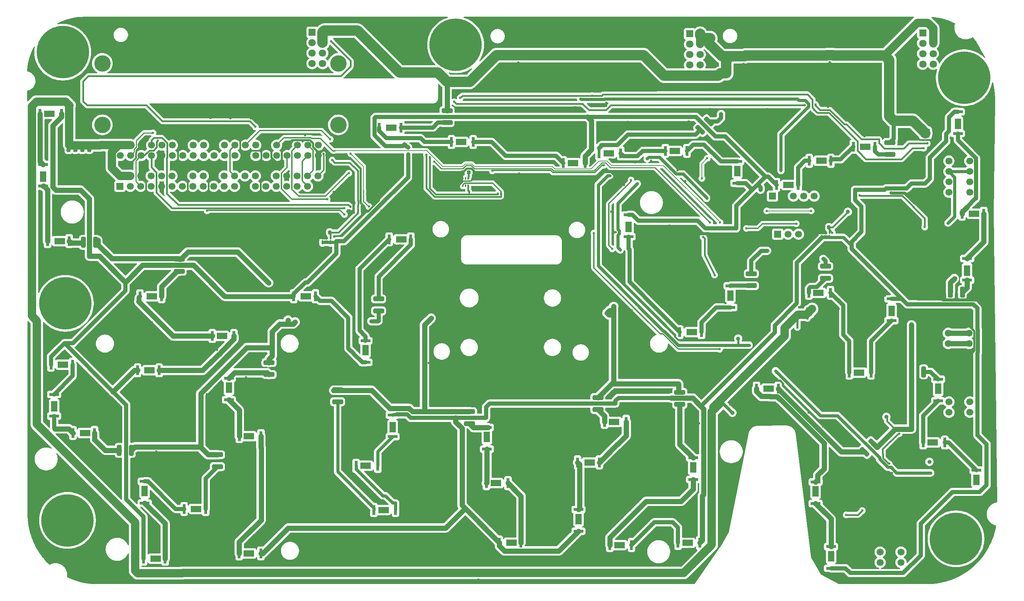
<source format=gbr>
%TF.GenerationSoftware,KiCad,Pcbnew,9.0.2*%
%TF.CreationDate,2025-12-29T01:29:32-05:00*%
%TF.ProjectId,Mothbox_5.0.4,4d6f7468-626f-4785-9f35-2e302e342e6b,5.0.4*%
%TF.SameCoordinates,Original*%
%TF.FileFunction,Copper,L1,Top*%
%TF.FilePolarity,Positive*%
%FSLAX46Y46*%
G04 Gerber Fmt 4.6, Leading zero omitted, Abs format (unit mm)*
G04 Created by KiCad (PCBNEW 9.0.2) date 2025-12-29 01:29:32*
%MOMM*%
%LPD*%
G01*
G04 APERTURE LIST*
G04 Aperture macros list*
%AMRoundRect*
0 Rectangle with rounded corners*
0 $1 Rounding radius*
0 $2 $3 $4 $5 $6 $7 $8 $9 X,Y pos of 4 corners*
0 Add a 4 corners polygon primitive as box body*
4,1,4,$2,$3,$4,$5,$6,$7,$8,$9,$2,$3,0*
0 Add four circle primitives for the rounded corners*
1,1,$1+$1,$2,$3*
1,1,$1+$1,$4,$5*
1,1,$1+$1,$6,$7*
1,1,$1+$1,$8,$9*
0 Add four rect primitives between the rounded corners*
20,1,$1+$1,$2,$3,$4,$5,0*
20,1,$1+$1,$4,$5,$6,$7,0*
20,1,$1+$1,$6,$7,$8,$9,0*
20,1,$1+$1,$8,$9,$2,$3,0*%
G04 Aperture macros list end*
%TA.AperFunction,SMDPad,CuDef*%
%ADD10RoundRect,0.250000X-1.075000X0.312500X-1.075000X-0.312500X1.075000X-0.312500X1.075000X0.312500X0*%
%TD*%
%TA.AperFunction,SMDPad,CuDef*%
%ADD11R,0.800000X2.400000*%
%TD*%
%TA.AperFunction,SMDPad,CuDef*%
%ADD12R,2.630000X1.520000*%
%TD*%
%TA.AperFunction,SMDPad,CuDef*%
%ADD13RoundRect,0.225000X-0.225000X-0.250000X0.225000X-0.250000X0.225000X0.250000X-0.225000X0.250000X0*%
%TD*%
%TA.AperFunction,SMDPad,CuDef*%
%ADD14RoundRect,0.225000X-0.250000X0.225000X-0.250000X-0.225000X0.250000X-0.225000X0.250000X0.225000X0*%
%TD*%
%TA.AperFunction,SMDPad,CuDef*%
%ADD15RoundRect,0.075000X-0.075000X0.250000X-0.075000X-0.250000X0.075000X-0.250000X0.075000X0.250000X0*%
%TD*%
%TA.AperFunction,SMDPad,CuDef*%
%ADD16R,2.400000X0.800000*%
%TD*%
%TA.AperFunction,SMDPad,CuDef*%
%ADD17R,1.520000X2.630000*%
%TD*%
%TA.AperFunction,ComponentPad*%
%ADD18C,1.000000*%
%TD*%
%TA.AperFunction,SMDPad,CuDef*%
%ADD19RoundRect,0.250000X-0.539169X0.981111X-0.981111X0.539169X0.539169X-0.981111X0.981111X-0.539169X0*%
%TD*%
%TA.AperFunction,SMDPad,CuDef*%
%ADD20R,0.450000X0.400000*%
%TD*%
%TA.AperFunction,SMDPad,CuDef*%
%ADD21R,0.910000X0.400000*%
%TD*%
%TA.AperFunction,SMDPad,CuDef*%
%ADD22R,0.910000X0.810000*%
%TD*%
%TA.AperFunction,ComponentPad*%
%ADD23C,12.800000*%
%TD*%
%TA.AperFunction,ComponentPad*%
%ADD24R,1.700000X1.700000*%
%TD*%
%TA.AperFunction,ComponentPad*%
%ADD25C,1.700000*%
%TD*%
%TA.AperFunction,ComponentPad*%
%ADD26R,1.800000X1.780000*%
%TD*%
%TA.AperFunction,ComponentPad*%
%ADD27C,1.800000*%
%TD*%
%TA.AperFunction,SMDPad,CuDef*%
%ADD28RoundRect,0.250000X-0.312500X-1.075000X0.312500X-1.075000X0.312500X1.075000X-0.312500X1.075000X0*%
%TD*%
%TA.AperFunction,SMDPad,CuDef*%
%ADD29RoundRect,0.250000X0.312500X1.075000X-0.312500X1.075000X-0.312500X-1.075000X0.312500X-1.075000X0*%
%TD*%
%TA.AperFunction,SMDPad,CuDef*%
%ADD30RoundRect,0.250000X1.075000X-0.312500X1.075000X0.312500X-1.075000X0.312500X-1.075000X-0.312500X0*%
%TD*%
%TA.AperFunction,SMDPad,CuDef*%
%ADD31RoundRect,0.200000X0.200000X0.275000X-0.200000X0.275000X-0.200000X-0.275000X0.200000X-0.275000X0*%
%TD*%
%TA.AperFunction,ComponentPad*%
%ADD32C,4.000000*%
%TD*%
%TA.AperFunction,ViaPad*%
%ADD33C,0.600000*%
%TD*%
%TA.AperFunction,Conductor*%
%ADD34C,2.540000*%
%TD*%
%TA.AperFunction,Conductor*%
%ADD35C,0.400000*%
%TD*%
%TA.AperFunction,Conductor*%
%ADD36C,0.800000*%
%TD*%
%TA.AperFunction,Conductor*%
%ADD37C,0.304800*%
%TD*%
%TA.AperFunction,Conductor*%
%ADD38C,0.500000*%
%TD*%
%TA.AperFunction,Conductor*%
%ADD39C,2.032000*%
%TD*%
%TA.AperFunction,Conductor*%
%ADD40C,1.270000*%
%TD*%
%TA.AperFunction,Conductor*%
%ADD41C,1.000000*%
%TD*%
%TA.AperFunction,Conductor*%
%ADD42C,0.250000*%
%TD*%
%TA.AperFunction,Conductor*%
%ADD43C,0.203200*%
%TD*%
G04 APERTURE END LIST*
D10*
%TO.P,R37,1*%
%TO.N,+12V*%
X121932128Y19928372D03*
%TO.P,R37,2*%
%TO.N,Net-(LED52-A)*%
X121932128Y17003372D03*
%TD*%
%TO.P,R15,1*%
%TO.N,+12V*%
X-13685185Y-3549651D03*
%TO.P,R15,2*%
%TO.N,Net-(LED46-A)*%
X-13685185Y-6474651D03*
%TD*%
D11*
%TO.P,LED13,1,K*%
%TO.N,Net-(LED13-K)*%
X13164815Y53787849D03*
%TO.P,LED13,2,A*%
%TO.N,Net-(LED13-A)*%
X18444815Y53787849D03*
D12*
%TO.P,LED13,3,NC*%
%TO.N,unconnected-(LED13-NC-Pad3)*%
X16104815Y53787849D03*
%TD*%
D10*
%TO.P,R17,1*%
%TO.N,+12V*%
X-26244678Y-26032629D03*
%TO.P,R17,2*%
%TO.N,Net-(LED2-A)*%
X-26244678Y-28957629D03*
%TD*%
D13*
%TO.P,C13,1*%
%TO.N,GND*%
X33423881Y42861407D03*
%TO.P,C13,2*%
%TO.N,+3.3V*%
X34973881Y42861407D03*
%TD*%
D14*
%TO.P,C1,1*%
%TO.N,+5V*%
X-57482338Y48254459D03*
%TO.P,C1,2*%
%TO.N,GND*%
X-57482338Y46704459D03*
%TD*%
D10*
%TO.P,R22,1*%
%TO.N,+12V*%
X137604984Y50119912D03*
%TO.P,R22,2*%
%TO.N,Net-(LED10-A)*%
X137604984Y47194912D03*
%TD*%
%TO.P,R13,1*%
%TO.N,+12V*%
X35162498Y-15520039D03*
%TO.P,R13,2*%
%TO.N,Net-(LED40-A)*%
X35162498Y-18445039D03*
%TD*%
D15*
%TO.P,U18,1,VDD*%
%TO.N,+3.3V*%
X34854930Y41394962D03*
%TO.P,U18,2,NC*%
%TO.N,unconnected-(U18-NC-Pad2)*%
X34204930Y41394962D03*
%TO.P,U18,3,GND*%
%TO.N,GND*%
X33554930Y41394962D03*
%TO.P,U18,4,SCL*%
%TO.N,SCL*%
X33554930Y39594962D03*
%TO.P,U18,5,INT*%
%TO.N,unconnected-(U18-INT-Pad5)*%
X34204930Y39594962D03*
%TO.P,U18,6,SDA*%
%TO.N,SDA*%
X34854930Y39594962D03*
%TD*%
D16*
%TO.P,LED9,1,K*%
%TO.N,Net-(LED12-K)*%
X73957305Y32466849D03*
%TO.P,LED9,2,A*%
%TO.N,Net-(LED8-K)*%
X73957305Y27186849D03*
D17*
%TO.P,LED9,3,NC*%
%TO.N,unconnected-(LED9-NC-Pad3)*%
X73957305Y29526849D03*
%TD*%
D14*
%TO.P,C21,1*%
%TO.N,+5V*%
X-62514152Y48239483D03*
%TO.P,C21,2*%
%TO.N,GND*%
X-62514152Y46689483D03*
%TD*%
D11*
%TO.P,LED44,1,K*%
%TO.N,Net-(LED44-K)*%
X12824288Y-28752541D03*
%TO.P,LED44,2,A*%
%TO.N,Net-(LED43-K)*%
X7544288Y-28752541D03*
D12*
%TO.P,LED44,3,NC*%
%TO.N,unconnected-(LED44-NC-Pad3)*%
X9884288Y-28752541D03*
%TD*%
D16*
%TO.P,LED23,1,K*%
%TO.N,Net-(LED23-K)*%
X-68720499Y44777468D03*
%TO.P,LED23,2,A*%
%TO.N,Net-(LED22-K)*%
X-68720499Y39497468D03*
D17*
%TO.P,LED23,3,NC*%
%TO.N,unconnected-(LED23-NC-Pad3)*%
X-68720499Y41837468D03*
%TD*%
D11*
%TO.P,LED37,1,K*%
%TO.N,Net-(LED37-K)*%
X73354815Y-18012151D03*
%TO.P,LED37,2,A*%
%TO.N,Net-(LED37-A)*%
X68074815Y-18012151D03*
D12*
%TO.P,LED37,3,NC*%
%TO.N,unconnected-(LED37-NC-Pad3)*%
X70414815Y-18012151D03*
%TD*%
D18*
%TO.P,TP9,1,1*%
%TO.N,GND*%
X-67749331Y22291322D03*
%TD*%
D11*
%TO.P,LED12,1,K*%
%TO.N,Net-(LED12-K)*%
X109962528Y39797849D03*
%TO.P,LED12,2,A*%
%TO.N,Net-(LED11-K)*%
X115242528Y39797849D03*
D12*
%TO.P,LED12,3,NC*%
%TO.N,unconnected-(LED12-NC-Pad3)*%
X112902528Y39797849D03*
%TD*%
D11*
%TO.P,LED35,1,K*%
%TO.N,Net-(LED35-K)*%
X74654815Y-48062151D03*
%TO.P,LED35,2,A*%
%TO.N,Net-(LED34-K)*%
X69374815Y-48062151D03*
D12*
%TO.P,LED35,3,NC*%
%TO.N,unconnected-(LED35-NC-Pad3)*%
X71714815Y-48062151D03*
%TD*%
D16*
%TO.P,LED40,1,K*%
%TO.N,Net-(LED40-K)*%
X39414241Y-24668396D03*
%TO.P,LED40,2,A*%
%TO.N,Net-(LED40-A)*%
X39414241Y-19388396D03*
D17*
%TO.P,LED40,3,NC*%
%TO.N,unconnected-(LED40-NC-Pad3)*%
X39414241Y-21728396D03*
%TD*%
D19*
%TO.P,R8,1*%
%TO.N,+12V*%
X133515012Y-23272435D03*
%TO.P,R8,2*%
%TO.N,Net-(LED31-A)*%
X131446724Y-25340723D03*
%TD*%
D16*
%TO.P,LED28,1,K*%
%TO.N,Net-(LED28-K)*%
X149348989Y-12894689D03*
%TO.P,LED28,2,A*%
%TO.N,Net-(LED28-A)*%
X149348989Y-7614689D03*
D17*
%TO.P,LED28,3,NC*%
%TO.N,unconnected-(LED28-NC-Pad3)*%
X149348989Y-9954689D03*
%TD*%
D20*
%TO.P,Q3,1,D*%
%TO.N,Net-(LED12-K)*%
X1250882Y25456536D03*
%TO.P,Q3,2,D*%
X1250882Y26116535D03*
%TO.P,Q3,3,G*%
%TO.N,PHOTO_LED_CTRL*%
X1250882Y26766536D03*
%TO.P,Q3,4,S*%
%TO.N,GND*%
X-649118Y26766536D03*
%TO.P,Q3,5,D*%
%TO.N,Net-(LED12-K)*%
X-649118Y26116535D03*
%TO.P,Q3,6,D*%
X-649118Y25456536D03*
D21*
%TO.P,Q3,7,S*%
%TO.N,GND*%
X300882Y26816537D03*
D22*
%TO.P,Q3,8,D*%
%TO.N,Net-(LED12-K)*%
X300882Y25786537D03*
%TD*%
D23*
%TO.P,H3,1*%
%TO.N,N/C*%
X31810000Y73964329D03*
%TD*%
D16*
%TO.P,LED33,1,K*%
%TO.N,Net-(LED27-K)*%
X123264815Y-53752151D03*
%TO.P,LED33,2,A*%
%TO.N,Net-(LED32-K)*%
X123264815Y-48472151D03*
D17*
%TO.P,LED33,3,NC*%
%TO.N,unconnected-(LED33-NC-Pad3)*%
X123264815Y-50812151D03*
%TD*%
D11*
%TO.P,LED41,1,K*%
%TO.N,Net-(LED41-K)*%
X44550556Y-32978424D03*
%TO.P,LED41,2,A*%
%TO.N,Net-(LED40-K)*%
X39270556Y-32978424D03*
D12*
%TO.P,LED41,3,NC*%
%TO.N,unconnected-(LED41-NC-Pad3)*%
X41610556Y-32978424D03*
%TD*%
D11*
%TO.P,LED22,1,K*%
%TO.N,Net-(LED22-K)*%
X-67640000Y26074329D03*
%TO.P,LED22,2,A*%
%TO.N,Net-(LED22-A)*%
X-62360000Y26074329D03*
D12*
%TO.P,LED22,3,NC*%
%TO.N,unconnected-(LED22-NC-Pad3)*%
X-64700000Y26074329D03*
%TD*%
D11*
%TO.P,LED42,1,K*%
%TO.N,Net-(LED27-K)*%
X42446264Y-47481387D03*
%TO.P,LED42,2,A*%
%TO.N,Net-(LED41-K)*%
X47726264Y-47481387D03*
D12*
%TO.P,LED42,3,NC*%
%TO.N,unconnected-(LED42-NC-Pad3)*%
X45386264Y-47481387D03*
%TD*%
D10*
%TO.P,R23,1*%
%TO.N,+12V*%
X29701110Y57919480D03*
%TO.P,R23,2*%
%TO.N,Net-(LED13-A)*%
X29701110Y54994480D03*
%TD*%
D18*
%TO.P,TP4,1,1*%
%TO.N,Net-(LED12-K)*%
X106088922Y38593494D03*
%TD*%
%TO.P,TP7,1,1*%
%TO.N,+3.3V*%
X100644448Y2305791D03*
%TD*%
D23*
%TO.P,H6,1*%
%TO.N,N/C*%
X-62785185Y-42062151D03*
%TD*%
D11*
%TO.P,LED21,1,K*%
%TO.N,Net-(LED12-K)*%
X-45725536Y-5454480D03*
%TO.P,LED21,2,A*%
%TO.N,Net-(LED20-K)*%
X-40445536Y-5454480D03*
D12*
%TO.P,LED21,3,NC*%
%TO.N,unconnected-(LED21-NC-Pad3)*%
X-42785536Y-5454480D03*
%TD*%
D24*
%TO.P,U5,1,3V3*%
%TO.N,unconnected-(U5-3V3-Pad1)*%
X-50012001Y39448894D03*
D25*
%TO.P,U5,2,5V*%
%TO.N,+5V*%
X-50012001Y41988894D03*
%TO.P,U5,3,GPIO2/SDA1*%
%TO.N,SDA*%
X-47472001Y39448894D03*
%TO.P,U5,4,5V*%
%TO.N,+5V*%
X-47472001Y41988894D03*
%TO.P,U5,5,GPIO3/SCL1*%
%TO.N,SCL*%
X-44932002Y39448894D03*
%TO.P,U5,6,GND*%
%TO.N,GND*%
X-44932001Y41988894D03*
%TO.P,U5,7,GPIO4/GPIO_GCKL*%
%TO.N,unconnected-(U5-GPIO4{slash}GPIO_GCKL-Pad7)*%
X-42392001Y39448894D03*
%TO.P,U5,8,GPIO14/TXD0*%
%TO.N,unconnected-(U5-GPIO14{slash}TXD0-Pad8)*%
X-42392001Y41988894D03*
%TO.P,U5,9,GND*%
%TO.N,GND*%
X-39852001Y39448894D03*
%TO.P,U5,10,GPIO15/RXD0*%
%TO.N,unconnected-(U5-GPIO15{slash}RXD0-Pad10)*%
X-39852001Y41988894D03*
%TO.P,U5,11,GPIO17/GPIO_GEN0*%
%TO.N,/RPI5/Save for eink_11*%
X-37312001Y39448894D03*
%TO.P,U5,12,GPIO18/GPIO_GEN1*%
%TO.N,unconnected-(U5-GPIO18{slash}GPIO_GEN1-Pad12)*%
X-37312001Y41988894D03*
%TO.P,U5,13,GPIO27/GPIO_GEN2*%
%TO.N,unconnected-(U5-GPIO27{slash}GPIO_GEN2-Pad13)*%
X-34772001Y39448894D03*
%TO.P,U5,14,GND*%
%TO.N,GND*%
X-34772001Y41988894D03*
%TO.P,U5,15,GPIO22/GPIO_GEN3*%
%TO.N,unconnected-(U5-GPIO22{slash}GPIO_GEN3-Pad15)*%
X-32232000Y39448894D03*
%TO.P,U5,16,GPIO23/GPIO_GEN4*%
%TO.N,unconnected-(U5-GPIO23{slash}GPIO_GEN4-Pad16)*%
X-32232001Y41988894D03*
%TO.P,U5,17,3V3*%
%TO.N,unconnected-(U5-3V3-Pad17)*%
X-29692001Y39448894D03*
%TO.P,U5,18,GPIO24/GPIO_GEN5*%
%TO.N,/RPI5/Save for eink_18*%
X-29692001Y41988894D03*
%TO.P,U5,19,GPIO10/SPI_MOSI*%
%TO.N,/RPI5/Save for eink_19*%
X-27152001Y39448894D03*
%TO.P,U5,20,GND*%
%TO.N,GND*%
X-27152001Y41988894D03*
%TO.P,U5,21,GPIO9/SPI_MISO*%
%TO.N,unconnected-(U5-GPIO9{slash}SPI_MISO-Pad21)*%
X-24612001Y39448894D03*
%TO.P,U5,22,GPIO25/GPIO_GEN6*%
%TO.N,/RPI5/Save for eink_22*%
X-24612001Y41988894D03*
%TO.P,U5,23,GPIO11/SPI_SCLK*%
%TO.N,/RPI5/Save for eink_23*%
X-22072002Y39448894D03*
%TO.P,U5,24,GPIO8/~{SPI_CE0}*%
%TO.N,/RPI5/Save for eink_24*%
X-22072001Y41988894D03*
%TO.P,U5,25,GND*%
%TO.N,GND*%
X-19532001Y39448894D03*
%TO.P,U5,26,GPIO7/~{SPI_CE1}*%
%TO.N,unconnected-(U5-GPIO7{slash}~{SPI_CE1}-Pad26)*%
X-19532001Y41988894D03*
%TO.P,U5,27,ID_SD*%
%TO.N,unconnected-(U5-ID_SD-Pad27)*%
X-16992001Y39448894D03*
%TO.P,U5,28,ID_SC*%
%TO.N,unconnected-(U5-ID_SC-Pad28)*%
X-16992001Y41988894D03*
%TO.P,U5,29,GPIO5*%
%TO.N,unconnected-(U5-GPIO5-Pad29)*%
X-14452001Y39448894D03*
%TO.P,U5,30,GND*%
%TO.N,GND*%
X-14452001Y41988894D03*
%TO.P,U5,31,GPIO6*%
%TO.N,unconnected-(U5-GPIO6-Pad31)*%
X-11912002Y39448894D03*
%TO.P,U5,32,GPIO12*%
%TO.N,unconnected-(U5-GPIO12-Pad32)*%
X-11912001Y41988894D03*
%TO.P,U5,33,GPIO13*%
%TO.N,unconnected-(U5-GPIO13-Pad33)*%
X-9372000Y39448894D03*
%TO.P,U5,34,GND*%
%TO.N,GND*%
X-9372001Y41988894D03*
%TO.P,U5,35,GPIO19*%
%TO.N,unconnected-(U5-GPIO19-Pad35)*%
X-6832001Y39448894D03*
%TO.P,U5,36,GPIO16*%
%TO.N,unconnected-(U5-GPIO16-Pad36)*%
X-6832001Y41988894D03*
%TO.P,U5,37,GPIO26*%
%TO.N,/RPI5/Save for relay 3*%
X-4292001Y39448894D03*
%TO.P,U5,38,GPIO20*%
%TO.N,/RPI5/Save for relay*%
X-4292001Y41988894D03*
%TO.P,U5,39,GND*%
%TO.N,GND*%
X-1752001Y39448894D03*
%TO.P,U5,40,GPIO21*%
%TO.N,/RPI5/Save for relay 2*%
X-1752001Y41988894D03*
%TD*%
D11*
%TO.P,LED38,1,K*%
%TO.N,Net-(LED38-K)*%
X61524815Y-27912151D03*
%TO.P,LED38,2,A*%
%TO.N,Net-(LED37-K)*%
X66804815Y-27912151D03*
D12*
%TO.P,LED38,3,NC*%
%TO.N,unconnected-(LED38-NC-Pad3)*%
X64464815Y-27912151D03*
%TD*%
D14*
%TO.P,C20,1*%
%TO.N,+5V*%
X-60837579Y48261651D03*
%TO.P,C20,2*%
%TO.N,GND*%
X-60837579Y46711651D03*
%TD*%
D26*
%TO.P,H10,1,1*%
%TO.N,unconnected-(H10-Pad1)*%
X88827556Y76664779D03*
D27*
%TO.P,H10,2,2*%
%TO.N,+12V*%
X91367556Y76664779D03*
%TO.P,H10,3,3*%
%TO.N,unconnected-(H10-Pad3)*%
X88827556Y74124779D03*
%TO.P,H10,4,4*%
%TO.N,+12V*%
X91367556Y74124779D03*
%TO.P,H10,5,5*%
%TO.N,unconnected-(H10-Pad5)*%
X88827556Y71584779D03*
%TO.P,H10,6,6*%
%TO.N,Net-(H10-Pad6)*%
X91367556Y71584779D03*
%TO.P,H10,7,7*%
%TO.N,unconnected-(H10-Pad7)*%
X88827556Y69044779D03*
%TO.P,H10,8,8*%
%TO.N,Net-(H10-Pad6)*%
X91367556Y69044779D03*
%TD*%
D11*
%TO.P,LED20,1,K*%
%TO.N,Net-(LED20-K)*%
X-22220522Y2937849D03*
%TO.P,LED20,2,A*%
%TO.N,Net-(LED19-K)*%
X-27500522Y2937849D03*
D12*
%TO.P,LED20,3,NC*%
%TO.N,unconnected-(LED20-NC-Pad3)*%
X-25160522Y2937849D03*
%TD*%
D11*
%TO.P,LED16,1,K*%
%TO.N,Net-(LED16-K)*%
X-61460000Y-20725671D03*
%TO.P,LED16,2,A*%
%TO.N,Net-(LED16-A)*%
X-56180000Y-20725671D03*
D12*
%TO.P,LED16,3,NC*%
%TO.N,unconnected-(LED16-NC-Pad3)*%
X-58520000Y-20725671D03*
%TD*%
D28*
%TO.P,R16,1*%
%TO.N,+12V*%
X152362506Y13603935D03*
%TO.P,R16,2*%
%TO.N,Net-(LED25-A)*%
X155287506Y13603935D03*
%TD*%
D29*
%TO.P,R24,1*%
%TO.N,+12V*%
X-47247654Y-24967801D03*
%TO.P,R24,2*%
%TO.N,Net-(LED16-A)*%
X-50172654Y-24967801D03*
%TD*%
D16*
%TO.P,LED7,1,K*%
%TO.N,Net-(LED7-K)*%
X98753974Y9874638D03*
%TO.P,LED7,2,A*%
%TO.N,Net-(LED7-A)*%
X98753974Y15154638D03*
D17*
%TO.P,LED7,3,NC*%
%TO.N,unconnected-(LED7-NC-Pad3)*%
X98753974Y12814638D03*
%TD*%
D11*
%TO.P,LED52,1,K*%
%TO.N,Net-(LED52-K)*%
X123143246Y13469896D03*
%TO.P,LED52,2,A*%
%TO.N,Net-(LED52-A)*%
X117863246Y13469896D03*
D12*
%TO.P,LED52,3,NC*%
%TO.N,unconnected-(LED52-NC-Pad3)*%
X120203246Y13469896D03*
%TD*%
D11*
%TO.P,LED53,1,K*%
%TO.N,Net-(LED53-K)*%
X133012853Y-5999252D03*
%TO.P,LED53,2,A*%
%TO.N,Net-(LED52-K)*%
X127732853Y-5999252D03*
D12*
%TO.P,LED53,3,NC*%
%TO.N,unconnected-(LED53-NC-Pad3)*%
X130072853Y-5999252D03*
%TD*%
D20*
%TO.P,Q7,1,D*%
%TO.N,Net-(LED27-K)*%
X122885904Y26753819D03*
%TO.P,Q7,2,D*%
X122885904Y27413818D03*
%TO.P,Q7,3,G*%
%TO.N,PHOTO_LED_CTRL*%
X122885904Y28063819D03*
%TO.P,Q7,4,S*%
%TO.N,GND*%
X120985904Y28063819D03*
%TO.P,Q7,5,D*%
%TO.N,Net-(LED27-K)*%
X120985904Y27413818D03*
%TO.P,Q7,6,D*%
X120985904Y26753819D03*
D21*
%TO.P,Q7,7,S*%
%TO.N,GND*%
X121935904Y28113820D03*
D22*
%TO.P,Q7,8,D*%
%TO.N,Net-(LED27-K)*%
X121935904Y27083820D03*
%TD*%
D11*
%TO.P,LED2,1,K*%
%TO.N,Net-(LED1-A)*%
X-34378623Y-39273687D03*
%TO.P,LED2,2,A*%
%TO.N,Net-(LED2-A)*%
X-29098623Y-39273687D03*
D12*
%TO.P,LED2,3,NC*%
%TO.N,unconnected-(LED2-NC-Pad3)*%
X-31438623Y-39273687D03*
%TD*%
D30*
%TO.P,R18,1*%
%TO.N,+12V*%
X13021754Y9045081D03*
%TO.P,R18,2*%
%TO.N,Net-(LED4-A)*%
X13021754Y11970081D03*
%TD*%
D16*
%TO.P,LED34,1,K*%
%TO.N,Net-(LED34-K)*%
X89653568Y-32067606D03*
%TO.P,LED34,2,A*%
%TO.N,Net-(LED34-A)*%
X89653568Y-26787606D03*
D17*
%TO.P,LED34,3,NC*%
%TO.N,unconnected-(LED34-NC-Pad3)*%
X89653568Y-29127606D03*
%TD*%
D18*
%TO.P,TP6,1,1*%
%TO.N,Net-(LED27-K)*%
X128267838Y24986014D03*
%TD*%
D11*
%TO.P,LED15,1,K*%
%TO.N,Net-(LED12-K)*%
X63329814Y45116682D03*
%TO.P,LED15,2,A*%
%TO.N,Net-(LED14-K)*%
X58049814Y45116682D03*
D12*
%TO.P,LED15,3,NC*%
%TO.N,unconnected-(LED15-NC-Pad3)*%
X60389814Y45116682D03*
%TD*%
D11*
%TO.P,LED8,1,K*%
%TO.N,Net-(LED8-K)*%
X86419596Y3861772D03*
%TO.P,LED8,2,A*%
%TO.N,Net-(LED7-K)*%
X91699596Y3861772D03*
D12*
%TO.P,LED8,3,NC*%
%TO.N,unconnected-(LED8-NC-Pad3)*%
X89359596Y3861772D03*
%TD*%
D16*
%TO.P,LED25,1,K*%
%TO.N,Net-(LED25-K)*%
X156434036Y21823489D03*
%TO.P,LED25,2,A*%
%TO.N,Net-(LED25-A)*%
X156434036Y16543489D03*
D17*
%TO.P,LED25,3,NC*%
%TO.N,unconnected-(LED25-NC-Pad3)*%
X156434036Y18883489D03*
%TD*%
D31*
%TO.P,R9,1*%
%TO.N,PHOTO_LED_CTRL*%
X122731363Y29449739D03*
%TO.P,R9,2*%
%TO.N,GND*%
X121081363Y29449739D03*
%TD*%
D11*
%TO.P,LED18,1,K*%
%TO.N,Net-(LED12-K)*%
X-66812031Y-4052383D03*
%TO.P,LED18,2,A*%
%TO.N,Net-(LED17-K)*%
X-61532031Y-4052383D03*
D12*
%TO.P,LED18,3,NC*%
%TO.N,unconnected-(LED18-NC-Pad3)*%
X-63872031Y-4052383D03*
%TD*%
D11*
%TO.P,LED10,1,K*%
%TO.N,Net-(LED10-K)*%
X128672760Y49092134D03*
%TO.P,LED10,2,A*%
%TO.N,Net-(LED10-A)*%
X133952760Y49092134D03*
D12*
%TO.P,LED10,3,NC*%
%TO.N,unconnected-(LED10-NC-Pad3)*%
X131612760Y49092134D03*
%TD*%
D11*
%TO.P,LED36,1,K*%
%TO.N,Net-(LED27-K)*%
X91269834Y-47551229D03*
%TO.P,LED36,2,A*%
%TO.N,Net-(LED35-K)*%
X85989834Y-47551229D03*
D12*
%TO.P,LED36,3,NC*%
%TO.N,unconnected-(LED36-NC-Pad3)*%
X88329834Y-47551229D03*
%TD*%
D16*
%TO.P,LED1,1,K*%
%TO.N,Net-(LED1-K)*%
X-43968473Y-37821826D03*
%TO.P,LED1,2,A*%
%TO.N,Net-(LED1-A)*%
X-43968473Y-32541826D03*
D17*
%TO.P,LED1,3,NC*%
%TO.N,unconnected-(LED1-NC-Pad3)*%
X-43968473Y-34881826D03*
%TD*%
D11*
%TO.P,LED49,1,K*%
%TO.N,Net-(LED49-K)*%
X72027500Y47514329D03*
%TO.P,LED49,2,A*%
%TO.N,Net-(LED49-A)*%
X66747500Y47514329D03*
D12*
%TO.P,LED49,3,NC*%
%TO.N,unconnected-(LED49-NC-Pad3)*%
X69087500Y47514329D03*
%TD*%
D16*
%TO.P,LED30,1,K*%
%TO.N,Net-(LED27-K)*%
X158680815Y-35107165D03*
%TO.P,LED30,2,A*%
%TO.N,Net-(LED29-K)*%
X158680815Y-29827165D03*
D17*
%TO.P,LED30,3,NC*%
%TO.N,unconnected-(LED30-NC-Pad3)*%
X158680815Y-32167165D03*
%TD*%
D16*
%TO.P,LED46,1,K*%
%TO.N,Net-(LED46-K)*%
X-23452121Y-12643335D03*
%TO.P,LED46,2,A*%
%TO.N,Net-(LED46-A)*%
X-23452121Y-7363335D03*
D17*
%TO.P,LED46,3,NC*%
%TO.N,unconnected-(LED46-NC-Pad3)*%
X-23452121Y-9703335D03*
%TD*%
D23*
%TO.P,H7,1*%
%TO.N,N/C*%
X153714815Y-46562151D03*
%TD*%
D16*
%TO.P,LED39,1,K*%
%TO.N,Net-(LED27-K)*%
X61735751Y-44702319D03*
%TO.P,LED39,2,A*%
%TO.N,Net-(LED38-K)*%
X61735751Y-39422319D03*
D17*
%TO.P,LED39,3,NC*%
%TO.N,unconnected-(LED39-NC-Pad3)*%
X61735751Y-41762319D03*
%TD*%
D18*
%TO.P,TP3,1,1*%
%TO.N,PHOTO_LED_CTRL*%
X127364815Y33237849D03*
%TD*%
D16*
%TO.P,LED27,1,K*%
%TO.N,Net-(LED27-K)*%
X154160114Y57628725D03*
%TO.P,LED27,2,A*%
%TO.N,Net-(LED26-K)*%
X154160114Y52348725D03*
D17*
%TO.P,LED27,3,NC*%
%TO.N,unconnected-(LED27-NC-Pad3)*%
X154160114Y54688725D03*
%TD*%
D11*
%TO.P,LED50,1,K*%
%TO.N,Net-(LED50-K)*%
X88150103Y48090952D03*
%TO.P,LED50,2,A*%
%TO.N,Net-(LED49-K)*%
X82870103Y48090952D03*
D12*
%TO.P,LED50,3,NC*%
%TO.N,unconnected-(LED50-NC-Pad3)*%
X85210103Y48090952D03*
%TD*%
D19*
%TO.P,R28,1*%
%TO.N,+12V*%
X93484709Y55279973D03*
%TO.P,R28,2*%
%TO.N,Net-(LED49-A)*%
X91416421Y53211685D03*
%TD*%
D11*
%TO.P,LED31,1,K*%
%TO.N,Net-(LED31-K)*%
X105124815Y-9912151D03*
%TO.P,LED31,2,A*%
%TO.N,Net-(LED31-A)*%
X110404815Y-9912151D03*
D12*
%TO.P,LED31,3,NC*%
%TO.N,unconnected-(LED31-NC-Pad3)*%
X108064815Y-9912151D03*
%TD*%
D10*
%TO.P,R10,1*%
%TO.N,+12V*%
X86402034Y-10815518D03*
%TO.P,R10,2*%
%TO.N,Net-(LED34-A)*%
X86402034Y-13740518D03*
%TD*%
D16*
%TO.P,LED32,1,K*%
%TO.N,Net-(LED32-K)*%
X119514815Y-37952151D03*
%TO.P,LED32,2,A*%
%TO.N,Net-(LED31-K)*%
X119514815Y-32672151D03*
D17*
%TO.P,LED32,3,NC*%
%TO.N,unconnected-(LED32-NC-Pad3)*%
X119514815Y-35012151D03*
%TD*%
D23*
%TO.P,H4,1*%
%TO.N,N/C*%
X-63935185Y72187849D03*
%TD*%
D11*
%TO.P,LED48,1,K*%
%TO.N,Net-(LED27-K)*%
X-15657713Y-50113872D03*
%TO.P,LED48,2,A*%
%TO.N,Net-(LED47-K)*%
X-20937713Y-50113872D03*
D12*
%TO.P,LED48,3,NC*%
%TO.N,unconnected-(LED48-NC-Pad3)*%
X-18597713Y-50113872D03*
%TD*%
D18*
%TO.P,TP2,1,1*%
%TO.N,+9-36V*%
X147247758Y-27774716D03*
%TD*%
D16*
%TO.P,LED51,1,K*%
%TO.N,Net-(LED12-K)*%
X100425197Y40220959D03*
%TO.P,LED51,2,A*%
%TO.N,Net-(LED50-K)*%
X100425197Y45500959D03*
D17*
%TO.P,LED51,3,NC*%
%TO.N,unconnected-(LED51-NC-Pad3)*%
X100425197Y43160959D03*
%TD*%
D11*
%TO.P,LED6,1,K*%
%TO.N,Net-(LED12-K)*%
X-7652359Y12630475D03*
%TO.P,LED6,2,A*%
%TO.N,Net-(LED5-K)*%
X-2372359Y12630475D03*
D12*
%TO.P,LED6,3,NC*%
%TO.N,unconnected-(LED6-NC-Pad3)*%
X-4712359Y12630475D03*
%TD*%
D23*
%TO.P,H5,1*%
%TO.N,N/C*%
X-63300000Y10884329D03*
%TD*%
D10*
%TO.P,R14,1*%
%TO.N,+12V*%
X3039064Y-10205001D03*
%TO.P,R14,2*%
%TO.N,Net-(LED43-A)*%
X3039064Y-13130001D03*
%TD*%
D18*
%TO.P,TP8,1,1*%
%TO.N,GND*%
X18208170Y79732148D03*
%TD*%
D11*
%TO.P,LED3,1,K*%
%TO.N,Net-(LED12-K)*%
X-44275185Y-51412151D03*
%TO.P,LED3,2,A*%
%TO.N,Net-(LED1-K)*%
X-38995185Y-51412151D03*
D12*
%TO.P,LED3,3,NC*%
%TO.N,unconnected-(LED3-NC-Pad3)*%
X-41335185Y-51412151D03*
%TD*%
D11*
%TO.P,LED4,1,K*%
%TO.N,Net-(LED4-K)*%
X15583214Y26514862D03*
%TO.P,LED4,2,A*%
%TO.N,Net-(LED4-A)*%
X20863214Y26514862D03*
D12*
%TO.P,LED4,3,NC*%
%TO.N,unconnected-(LED4-NC-Pad3)*%
X18523214Y26514862D03*
%TD*%
D16*
%TO.P,LED54,1,K*%
%TO.N,Net-(LED27-K)*%
X137992829Y11973809D03*
%TO.P,LED54,2,A*%
%TO.N,Net-(LED53-K)*%
X137992829Y6693809D03*
D17*
%TO.P,LED54,3,NC*%
%TO.N,unconnected-(LED54-NC-Pad3)*%
X137992829Y9033809D03*
%TD*%
D11*
%TO.P,LED47,1,K*%
%TO.N,Net-(LED47-K)*%
X-15645185Y-21512151D03*
%TO.P,LED47,2,A*%
%TO.N,Net-(LED46-K)*%
X-20925185Y-21512151D03*
D12*
%TO.P,LED47,3,NC*%
%TO.N,unconnected-(LED47-NC-Pad3)*%
X-18585185Y-21512151D03*
%TD*%
D29*
%TO.P,R26,1*%
%TO.N,+12V*%
X-55977500Y25774329D03*
%TO.P,R26,2*%
%TO.N,Net-(LED22-A)*%
X-58902500Y25774329D03*
%TD*%
D16*
%TO.P,LED45,1,K*%
%TO.N,Net-(LED27-K)*%
X16449790Y-16356998D03*
%TO.P,LED45,2,A*%
%TO.N,Net-(LED44-K)*%
X16449790Y-21636998D03*
D17*
%TO.P,LED45,3,NC*%
%TO.N,unconnected-(LED45-NC-Pad3)*%
X16449790Y-19296998D03*
%TD*%
D16*
%TO.P,LED5,1,K*%
%TO.N,Net-(LED5-K)*%
X9845089Y-3502151D03*
%TO.P,LED5,2,A*%
%TO.N,Net-(LED4-K)*%
X9845089Y1777849D03*
D17*
%TO.P,LED5,3,NC*%
%TO.N,unconnected-(LED5-NC-Pad3)*%
X9845089Y-562151D03*
%TD*%
D10*
%TO.P,R12,1*%
%TO.N,+12V*%
X66457030Y-12086852D03*
%TO.P,R12,2*%
%TO.N,Net-(LED37-A)*%
X66457030Y-15011852D03*
%TD*%
%TO.P,R25,1*%
%TO.N,+12V*%
X-35556060Y21652849D03*
%TO.P,R25,2*%
%TO.N,Net-(LED19-A)*%
X-35556060Y18727849D03*
%TD*%
D11*
%TO.P,LED14,1,K*%
%TO.N,Net-(LED14-K)*%
X36062288Y50273830D03*
%TO.P,LED14,2,A*%
%TO.N,Net-(LED13-K)*%
X30782288Y50273830D03*
D12*
%TO.P,LED14,3,NC*%
%TO.N,unconnected-(LED14-NC-Pad3)*%
X33122288Y50273830D03*
%TD*%
D16*
%TO.P,LED17,1,K*%
%TO.N,Net-(LED17-K)*%
X-66035185Y-11322151D03*
%TO.P,LED17,2,A*%
%TO.N,Net-(LED16-K)*%
X-66035185Y-16602151D03*
D17*
%TO.P,LED17,3,NC*%
%TO.N,unconnected-(LED17-NC-Pad3)*%
X-66035185Y-14262151D03*
%TD*%
D26*
%TO.P,H9,1,1*%
%TO.N,unconnected-(H9-Pad1)*%
X-3153838Y77032342D03*
D27*
%TO.P,H9,2,2*%
%TO.N,+12V*%
X-613838Y77032342D03*
%TO.P,H9,3,3*%
%TO.N,unconnected-(H9-Pad3)*%
X-3153838Y74492342D03*
%TO.P,H9,4,4*%
%TO.N,+12V*%
X-613838Y74492342D03*
%TO.P,H9,5,5*%
%TO.N,unconnected-(H9-Pad5)*%
X-3153838Y71952342D03*
%TO.P,H9,6,6*%
%TO.N,Net-(H9-Pad6)*%
X-613838Y71952342D03*
%TO.P,H9,7,7*%
%TO.N,unconnected-(H9-Pad7)*%
X-3153838Y69412342D03*
%TO.P,H9,8,8*%
%TO.N,Net-(H9-Pad6)*%
X-613838Y69412342D03*
%TD*%
D26*
%TO.P,H8,1,1*%
%TO.N,unconnected-(H8-Pad1)*%
X145620519Y76898184D03*
D27*
%TO.P,H8,2,2*%
%TO.N,+12V*%
X148160519Y76898184D03*
%TO.P,H8,3,3*%
%TO.N,unconnected-(H8-Pad3)*%
X145620519Y74358184D03*
%TO.P,H8,4,4*%
%TO.N,+12V*%
X148160519Y74358184D03*
%TO.P,H8,5,5*%
%TO.N,unconnected-(H8-Pad5)*%
X145620519Y71818184D03*
%TO.P,H8,6,6*%
%TO.N,Net-(H8-Pad6)*%
X148160519Y71818184D03*
%TO.P,H8,7,7*%
%TO.N,unconnected-(H8-Pad7)*%
X145620519Y69278184D03*
%TO.P,H8,8,8*%
%TO.N,Net-(H8-Pad6)*%
X148160519Y69278184D03*
%TD*%
D23*
%TO.P,H2,1*%
%TO.N,N/C*%
X155714815Y65937849D03*
%TD*%
D11*
%TO.P,LED11,1,K*%
%TO.N,Net-(LED11-K)*%
X117969562Y45680128D03*
%TO.P,LED11,2,A*%
%TO.N,Net-(LED10-K)*%
X123249562Y45680128D03*
D12*
%TO.P,LED11,3,NC*%
%TO.N,unconnected-(LED11-NC-Pad3)*%
X120909562Y45680128D03*
%TD*%
D18*
%TO.P,TP10,1,1*%
%TO.N,GND*%
X146615789Y-54705402D03*
%TD*%
D28*
%TO.P,R7,1*%
%TO.N,+12V*%
X142907750Y-5814389D03*
%TO.P,R7,2*%
%TO.N,Net-(LED28-A)*%
X145832750Y-5814389D03*
%TD*%
D18*
%TO.P,TP5,1,1*%
%TO.N,+12V*%
X136756166Y-16792685D03*
%TD*%
D31*
%TO.P,R11,1*%
%TO.N,PHOTO_LED_CTRL*%
X1109568Y28221473D03*
%TO.P,R11,2*%
%TO.N,GND*%
X-540432Y28221473D03*
%TD*%
D11*
%TO.P,LED29,1,K*%
%TO.N,Net-(LED29-K)*%
X150994815Y-23062151D03*
%TO.P,LED29,2,A*%
%TO.N,Net-(LED28-K)*%
X145714815Y-23062151D03*
D12*
%TO.P,LED29,3,NC*%
%TO.N,unconnected-(LED29-NC-Pad3)*%
X148054815Y-23062151D03*
%TD*%
D11*
%TO.P,LED43,1,K*%
%TO.N,Net-(LED43-K)*%
X17157522Y-39514134D03*
%TO.P,LED43,2,A*%
%TO.N,Net-(LED43-A)*%
X11877522Y-39514134D03*
D12*
%TO.P,LED43,3,NC*%
%TO.N,unconnected-(LED43-NC-Pad3)*%
X14217522Y-39514134D03*
%TD*%
D11*
%TO.P,LED24,1,K*%
%TO.N,Net-(LED12-K)*%
X-64241445Y57102811D03*
%TO.P,LED24,2,A*%
%TO.N,Net-(LED23-K)*%
X-69521445Y57102811D03*
D12*
%TO.P,LED24,3,NC*%
%TO.N,unconnected-(LED24-NC-Pad3)*%
X-67181445Y57102811D03*
%TD*%
D10*
%TO.P,R20,1*%
%TO.N,+12V*%
X103850261Y18119227D03*
%TO.P,R20,2*%
%TO.N,Net-(LED7-A)*%
X103850261Y15194227D03*
%TD*%
D14*
%TO.P,C19,1*%
%TO.N,+5V*%
X-59169593Y48249467D03*
%TO.P,C19,2*%
%TO.N,GND*%
X-59169593Y46699467D03*
%TD*%
D11*
%TO.P,LED26,1,K*%
%TO.N,Net-(LED26-K)*%
X155195902Y32762923D03*
%TO.P,LED26,2,A*%
%TO.N,Net-(LED25-K)*%
X160475902Y32762923D03*
D12*
%TO.P,LED26,3,NC*%
%TO.N,unconnected-(LED26-NC-Pad3)*%
X158135902Y32762923D03*
%TD*%
D11*
%TO.P,LED19,1,K*%
%TO.N,Net-(LED19-K)*%
X-45128725Y12615695D03*
%TO.P,LED19,2,A*%
%TO.N,Net-(LED19-A)*%
X-39848725Y12615695D03*
D12*
%TO.P,LED19,3,NC*%
%TO.N,unconnected-(LED19-NC-Pad3)*%
X-42188725Y12615695D03*
%TD*%
D25*
%TO.P,J4,1,Pin_1*%
%TO.N,Net-(J4-Pin_1)*%
X157061743Y45616086D03*
X151981743Y45616086D03*
%TO.P,J4,2,Pin_2*%
X157061743Y43076086D03*
X151981743Y43076086D03*
%TO.P,J4,3,Pin_3*%
%TO.N,+12V*%
X157061743Y40536086D03*
X151981743Y40536086D03*
%TO.P,J4,4,Pin_4*%
X157061743Y37996086D03*
X151981743Y37996086D03*
%TD*%
D24*
%TO.P,U7,1,1*%
%TO.N,+5V*%
X-49915185Y49490349D03*
D25*
%TO.P,U7,2,2*%
%TO.N,+3V3*%
X-49915185Y46950349D03*
%TO.P,U7,3,3*%
%TO.N,+5V*%
X-47375185Y49490349D03*
%TO.P,U7,4,4*%
%TO.N,SDA*%
X-47375185Y46950349D03*
%TO.P,U7,5,5*%
%TO.N,GND*%
X-44835185Y49490349D03*
%TO.P,U7,6,6*%
%TO.N,SCL*%
X-44835185Y46950349D03*
%TO.P,U7,7,7*%
%TO.N,GPS_RX*%
X-42295185Y49490349D03*
%TO.P,U7,8,8*%
%TO.N,GPIO4*%
X-42295185Y46950349D03*
%TO.P,U7,9,9*%
%TO.N,GPS_TX*%
X-39755185Y49490349D03*
%TO.P,U7,10,10*%
%TO.N,GND*%
X-39755185Y46950349D03*
%TO.P,U7,11,11*%
%TO.N,unconnected-(U7-Pad11)*%
X-37215185Y49490349D03*
%TO.P,U7,12,12*%
%TO.N,/RPI5/Save for eink_11*%
X-37215185Y46950349D03*
%TO.P,U7,13,13*%
%TO.N,GND*%
X-34675185Y49490349D03*
%TO.P,U7,14,14*%
%TO.N,3V3_CTL*%
X-34675185Y46950349D03*
%TO.P,U7,15,15*%
%TO.N,EN_12VReg*%
X-32135185Y49490349D03*
%TO.P,U7,16,16*%
%TO.N,unconnected-(U7-Pad16)*%
X-32135185Y46950349D03*
%TO.P,U7,17,17*%
%TO.N,/RPI5/Save for eink_18*%
X-29595185Y49490349D03*
%TO.P,U7,18,18*%
%TO.N,unconnected-(U7-Pad18)*%
X-29595185Y46950349D03*
%TO.P,U7,19,19*%
%TO.N,GND*%
X-27055185Y49490349D03*
%TO.P,U7,20,20*%
%TO.N,/RPI5/Save for eink_19*%
X-27055185Y46950349D03*
%TO.P,U7,21,21*%
%TO.N,/RPI5/Save for eink_22*%
X-24515185Y49490349D03*
%TO.P,U7,22,22*%
%TO.N,UV1_CTRL*%
X-24515185Y46950349D03*
%TO.P,U7,23,23*%
%TO.N,/RPI5/Save for eink_24*%
X-21975185Y49490349D03*
%TO.P,U7,24,24*%
%TO.N,/RPI5/Save for eink_23*%
X-21975185Y46950349D03*
%TO.P,U7,25,25*%
%TO.N,UV4_EX_CTRL*%
X-19435185Y49490349D03*
%TO.P,U7,26,26*%
%TO.N,GND*%
X-19435185Y46950349D03*
%TO.P,U7,27,27*%
%TO.N,unconnected-(U7-Pad27)*%
X-16895185Y49490349D03*
%TO.P,U7,28,28*%
%TO.N,unconnected-(U7-Pad28)*%
X-16895185Y46950349D03*
%TO.P,U7,29,29*%
%TO.N,GND*%
X-14355185Y49490349D03*
%TO.P,U7,30,30*%
%TO.N,UV2_CTRL*%
X-14355185Y46950349D03*
%TO.P,U7,31,31*%
%TO.N,GPS_PPS*%
X-11815185Y49490349D03*
%TO.P,U7,32,32*%
%TO.N,UV3_CTRL*%
X-11815185Y46950349D03*
%TO.P,U7,33,33*%
%TO.N,GND*%
X-9275185Y49490349D03*
%TO.P,U7,34,34*%
%TO.N,User_LED*%
X-9275185Y46950349D03*
%TO.P,U7,35,35*%
%TO.N,SWITCH*%
X-6735185Y49490349D03*
%TO.P,U7,36,36*%
%TO.N,PHOTO_LED_CTRL*%
X-6735185Y46950349D03*
%TO.P,U7,37,37*%
%TO.N,/RPI5/Save for relay*%
X-4195185Y49490349D03*
%TO.P,U7,38,38*%
%TO.N,/RPI5/Save for relay 3*%
X-4195185Y46950349D03*
%TO.P,U7,39,39*%
%TO.N,/RPI5/Save for relay 2*%
X-1655185Y49490349D03*
%TO.P,U7,40,40*%
%TO.N,GND*%
X-1655185Y46950349D03*
%TD*%
%TO.P,J3,1,Pin_1*%
%TO.N,GND*%
X157079878Y-8069029D03*
X151999878Y-8069029D03*
%TO.P,J3,2,Pin_2*%
X157079878Y-10609029D03*
X151999878Y-10609029D03*
%TO.P,J3,3,Pin_3*%
%TO.N,Net-(J3-Pin_3)*%
X157079878Y-13149029D03*
X151999878Y-13149029D03*
%TO.P,J3,4,Pin_4*%
X157079878Y-15689029D03*
X151999878Y-15689029D03*
%TD*%
D24*
%TO.P,U8,1,1*%
%TO.N,+3.3V*%
X109003998Y37067769D03*
D25*
%TO.P,U8,2,2*%
%TO.N,GND*%
X111543998Y37067769D03*
%TO.P,U8,3,3*%
%TO.N,GPS_RX*%
X114083998Y37067769D03*
%TO.P,U8,4,4*%
%TO.N,GPS_TX*%
X116623998Y37067769D03*
%TO.P,U8,5,5*%
%TO.N,GPS_PPS*%
X119163998Y37067769D03*
%TD*%
%TO.P,J2,1,Pin_1*%
%TO.N,GND*%
X140302098Y-44704396D03*
X135222098Y-44704396D03*
%TO.P,J2,2,Pin_2*%
X140302098Y-47244396D03*
X135222098Y-47244396D03*
%TO.P,J2,3,Pin_3*%
%TO.N,Net-(J2-Pin_3)*%
X140302098Y-49784396D03*
X135222098Y-49784396D03*
%TO.P,J2,4,Pin_4*%
X140302098Y-52324396D03*
X135222098Y-52324396D03*
%TD*%
D32*
%TO.P,U6,S1*%
%TO.N,N/C*%
X-54285185Y54437849D03*
%TO.P,U6,S2*%
X3214815Y54437849D03*
%TO.P,U6,S3*%
X-54285185Y69437849D03*
X3214815Y69437849D03*
%TD*%
D25*
%TO.P,J1,1,Pin_1*%
%TO.N,GND*%
X156914327Y8694689D03*
X151834327Y8694689D03*
%TO.P,J1,2,Pin_2*%
X156914327Y6154689D03*
X151834327Y6154689D03*
%TO.P,J1,3,Pin_3*%
%TO.N,Net-(J1-Pin_3)*%
X156914327Y3614689D03*
X151834327Y3614689D03*
%TO.P,J1,4,Pin_4*%
X156914327Y1074689D03*
X151834327Y1074689D03*
%TD*%
D24*
%TO.P,H1,1,1*%
%TO.N,+3.3V*%
X110274815Y27787849D03*
D25*
%TO.P,H1,2,2*%
%TO.N,GPS_RX*%
X112814815Y27787849D03*
%TO.P,H1,3,3*%
%TO.N,GPS_TX*%
X115354814Y27787849D03*
%TO.P,H1,4,4*%
%TO.N,GND*%
X117894815Y27787849D03*
%TD*%
D18*
%TO.P,TP1,1,1*%
%TO.N,+5V*%
X99243003Y-15812151D03*
%TD*%
D33*
%TO.N,GND*%
X-18180319Y6108960D03*
X3887929Y30247066D03*
X124135753Y-27539938D03*
X37678093Y39113287D03*
X-62513002Y46000581D03*
X-38904215Y26508416D03*
X23666203Y52469993D03*
X7514815Y54537849D03*
X147447546Y31034756D03*
X156863286Y-1963868D03*
X91150000Y-54665671D03*
X-52929822Y51637875D03*
X131186238Y17249772D03*
X36123693Y-33048396D03*
X87748342Y-40244511D03*
X-69400000Y16284329D03*
X102400255Y21412724D03*
X93314815Y78937849D03*
X-71250000Y-28515671D03*
X-42535185Y78937849D03*
X139643001Y57538778D03*
X150044270Y27101722D03*
X2627946Y-4948913D03*
X-69084163Y33556389D03*
X127722928Y37089745D03*
X8900000Y33584329D03*
X14763172Y14342045D03*
X-47334048Y14692102D03*
X-27885185Y56137849D03*
X-31009137Y-25688320D03*
X49214815Y12437849D03*
X10092758Y49110478D03*
X83540145Y-41211210D03*
X66580000Y50624329D03*
X22414815Y31137849D03*
X5028247Y72831641D03*
X86127536Y72969867D03*
X144350000Y-17915671D03*
X149777064Y-35748380D03*
X158663423Y21481826D03*
X143764815Y75587849D03*
X-135185Y-13312151D03*
X-26285185Y-412151D03*
X135114815Y60187849D03*
X52164815Y40037849D03*
X-33750000Y-56665671D03*
X64213021Y-15188341D03*
X21547287Y23758131D03*
X83954575Y58013620D03*
X70319935Y13119237D03*
X95134058Y37052658D03*
X-36485185Y79437849D03*
X-30785185Y26437849D03*
X-33333784Y17733138D03*
X137864952Y-361134D03*
X16964815Y-562151D03*
X-35286219Y5999236D03*
X97533445Y10935225D03*
X102324030Y-1365097D03*
X-49710087Y55241661D03*
X-33611978Y4442522D03*
X124563049Y-14829489D03*
X86919688Y45960984D03*
X2214815Y18837849D03*
X-19285185Y-7162151D03*
X76664815Y-10562151D03*
X-27761169Y-37285995D03*
X-2050000Y-50715671D03*
X-56260000Y-15185671D03*
X90232530Y5811609D03*
X-44811434Y53461549D03*
X101918188Y69310355D03*
X86339930Y6056988D03*
X132101270Y31793374D03*
X152410000Y-18155671D03*
X-9686139Y36380825D03*
X96066018Y32793346D03*
X32014815Y-10062151D03*
X117344472Y16761890D03*
X86803907Y-7201067D03*
X75250000Y49354329D03*
X137242282Y-26765436D03*
X101414815Y79287849D03*
X88264815Y-1962151D03*
X-14985185Y4687849D03*
X-12550000Y-51065671D03*
X-71400000Y-37215671D03*
X85172421Y21117607D03*
X-44285185Y73437849D03*
X-55890000Y42004329D03*
X162963683Y-23415585D03*
X36165365Y-26880863D03*
X157600960Y-17502148D03*
X-38973141Y56420420D03*
X115181690Y31452498D03*
X-24189041Y19441108D03*
X141341954Y68706683D03*
X125293663Y-22752477D03*
X106216913Y21381948D03*
X-53224979Y-11320592D03*
X82264815Y-34912151D03*
X-517754Y28983198D03*
X-33200000Y-49565671D03*
X89436852Y43636993D03*
X52558464Y63983932D03*
X121384815Y-19142151D03*
X93860528Y58287621D03*
X-18685185Y-2812151D03*
X-23285185Y-40862151D03*
X-20591029Y588637D03*
X72361833Y-13577325D03*
X-41841349Y59104458D03*
X-47090433Y-22740515D03*
X130316263Y-34932072D03*
X113629869Y1135608D03*
X-35135185Y71387849D03*
X-11885185Y-8162151D03*
X124977195Y17172769D03*
X13170596Y36857722D03*
X-30447708Y-37344145D03*
X10884589Y-30658730D03*
X157214815Y30437849D03*
X68634126Y-21705343D03*
X111604183Y-9162909D03*
X-23085185Y56037849D03*
X104633506Y3824848D03*
X129409562Y11122085D03*
X-23881351Y14501344D03*
X93385403Y62952414D03*
X137521982Y-4241786D03*
X107458261Y17035529D03*
X-62250000Y-16615671D03*
X75546100Y45259881D03*
X-42192273Y6216847D03*
X51714815Y37137849D03*
X-53885185Y-28762151D03*
X129920763Y-23446282D03*
X-63256556Y79575479D03*
X114017504Y47311199D03*
X54514815Y-27362151D03*
X-4898711Y51896110D03*
X32047341Y58387791D03*
X118614815Y-30462151D03*
X34214815Y35237849D03*
X160271420Y-19370201D03*
X128616213Y68902278D03*
X-31877315Y-22562880D03*
X-44195756Y57931905D03*
X158636773Y34735827D03*
X-54385185Y19437849D03*
X-62760000Y36694329D03*
X-29435185Y-2462151D03*
X31304561Y62696832D03*
X-13252448Y-37345915D03*
X-32164787Y74114522D03*
X49174113Y-44876962D03*
X98754206Y-13819668D03*
X30633384Y53296801D03*
X147000018Y-33528944D03*
X53200000Y-56615671D03*
X-46637630Y51588972D03*
X-45285185Y25937849D03*
X2586078Y-7223748D03*
X113486089Y11576741D03*
X-40323834Y16801828D03*
X79460100Y8914608D03*
X130935900Y-16878153D03*
X126554553Y-7867795D03*
X146310056Y-36635200D03*
X58973811Y46896509D03*
X152409428Y51197665D03*
X-38566966Y23159248D03*
X83931405Y29848338D03*
X2408224Y32565041D03*
X68014815Y-31762151D03*
X79414815Y45687849D03*
X5946896Y33571051D03*
X-69650000Y66484329D03*
X135946556Y-7312003D03*
X25614815Y69487849D03*
X140080000Y-12965671D03*
X-21285185Y53637849D03*
X-41078983Y44449127D03*
X-50835185Y-53262151D03*
X-51700979Y-8456811D03*
X45812090Y29111054D03*
X10350000Y-51215671D03*
X27714815Y47087849D03*
X-18185185Y76637849D03*
X-8141329Y22169155D03*
X140920880Y675507D03*
X94306198Y21602913D03*
X139274102Y-28688858D03*
X11764815Y78187849D03*
X38665717Y-39924363D03*
X57335363Y62633890D03*
X28118602Y63277515D03*
X-68035185Y-50862151D03*
X119588659Y-41470634D03*
X-21653029Y5935325D03*
X72864815Y39787849D03*
X144045709Y47012359D03*
X43797653Y37655548D03*
X107516244Y62963976D03*
X94742120Y7308398D03*
X124931645Y47555711D03*
X64333601Y-11872384D03*
X-64610000Y52834329D03*
X18263214Y25014862D03*
X124257577Y25688851D03*
X100864815Y-12762151D03*
X153561031Y-36586560D03*
X144975670Y56707377D03*
X5114815Y18537849D03*
X136404671Y12814049D03*
X98305221Y39906705D03*
X141470822Y12887172D03*
X159141428Y-28256444D03*
X81014815Y-21662151D03*
X91372001Y45884877D03*
X76930499Y62920707D03*
X143793652Y32560333D03*
X-30985185Y-362151D03*
X46000081Y-44841720D03*
X16951163Y-36522972D03*
X151742494Y-25189802D03*
X93160000Y71864329D03*
X116303391Y-5841899D03*
X66023527Y74023914D03*
X29569427Y49018313D03*
X-54870000Y35204329D03*
X95952052Y17566652D03*
X159751451Y-25551719D03*
X-33485185Y53737849D03*
X-56550000Y15734329D03*
X89559952Y-24541106D03*
X8667778Y40872125D03*
X-28235185Y44487849D03*
X-53485185Y-41562151D03*
X40526164Y18507788D03*
X-13523925Y44820881D03*
X-10935185Y54037849D03*
X28374016Y80276279D03*
X88540681Y37118724D03*
X162888306Y-29543400D03*
X-4885185Y-4862151D03*
X-6085185Y-1662151D03*
X120282353Y29449739D03*
X96878717Y13101705D03*
X124562747Y28902706D03*
X70200000Y20084329D03*
X32394647Y42883363D03*
X60938479Y40216342D03*
X54770209Y77406358D03*
X-26535521Y32526985D03*
X144375582Y-18690218D03*
X66014815Y-44562151D03*
X160260662Y-20682641D03*
X70801690Y28250353D03*
X145730205Y-39995682D03*
X74795224Y62892795D03*
X-41085185Y-25262151D03*
X124563049Y-18343645D03*
X130544416Y26139128D03*
X-60794709Y46041985D03*
X34520000Y66984329D03*
X100764815Y67137849D03*
X-26285185Y26937849D03*
X123470000Y-20745671D03*
X4563338Y74383060D03*
X154848441Y15584112D03*
X95128848Y68816910D03*
X96752400Y53200370D03*
X138081961Y-30529714D03*
X17242706Y36779110D03*
X127521188Y6255802D03*
X123125536Y-25011375D03*
X136410386Y-8408945D03*
X113423283Y18535257D03*
X-20485185Y74237849D03*
X2442365Y49937849D03*
X70214815Y-41562151D03*
X-8306304Y19512247D03*
X18685714Y18467560D03*
X156762261Y12920089D03*
X10216103Y37550883D03*
X69714815Y33287849D03*
X-8900000Y43084329D03*
X30920Y6350955D03*
X-54635185Y78187849D03*
X-46910886Y37503443D03*
X-61212871Y65055356D03*
X21390837Y40644629D03*
X153691859Y-22837541D03*
X1179107Y67387641D03*
X23539727Y42751039D03*
X113706307Y44666020D03*
X-3284104Y14886907D03*
X129327502Y-26947094D03*
X10270208Y4335051D03*
X-60050000Y42934329D03*
X161186616Y-47612761D03*
X-70800000Y-42215671D03*
X147727014Y-42137187D03*
X56077923Y51256859D03*
X-69277875Y26176920D03*
X48901619Y62806390D03*
X84349940Y62930881D03*
X109076227Y-14682767D03*
X59679062Y-44876962D03*
X-35552460Y23569221D03*
X-44052079Y18538019D03*
X21533487Y49747723D03*
X140364815Y6737849D03*
X157414815Y57587849D03*
X-20585185Y51637849D03*
X128900000Y-18165671D03*
X68513006Y59830731D03*
X-4388563Y53990203D03*
X85181513Y3305801D03*
X86115084Y77364867D03*
X139504704Y31636186D03*
X88897313Y-13849727D03*
X29114815Y-50662151D03*
X39464815Y72387849D03*
X146914815Y-50262151D03*
X-17089527Y-23068712D03*
X147098726Y-7323357D03*
X162260083Y-18403100D03*
X109924008Y41981845D03*
X56514815Y-16562151D03*
X107379742Y5176910D03*
X155825868Y51147423D03*
X119605821Y-23443915D03*
X-71850000Y61534329D03*
X23585230Y46602616D03*
X83059669Y-7170181D03*
X7062121Y4358156D03*
X132310902Y6289296D03*
X123229012Y-26206495D03*
X149061269Y80019607D03*
X63900000Y39684329D03*
X119575527Y-51224769D03*
X-23658567Y-27598310D03*
X162263165Y-7682552D03*
X117546405Y63068848D03*
X84488824Y-44606687D03*
X92267229Y-5116407D03*
X30161047Y45076858D03*
X139630398Y37875548D03*
X96776737Y1932518D03*
X158564815Y73287849D03*
X18855575Y-42010376D03*
X83537621Y72766462D03*
X-28585185Y75437849D03*
X91560127Y-12091265D03*
X123175674Y-28830711D03*
X120761706Y4693645D03*
X77928503Y14515036D03*
X126076213Y68930190D03*
X105072566Y63117355D03*
X-49865231Y51637875D03*
X160264815Y56037849D03*
X47290000Y42544329D03*
X-42577063Y10750115D03*
X131253906Y68902278D03*
X119182309Y16286779D03*
X94713967Y-1267099D03*
X93482842Y27952498D03*
X-50280000Y31954329D03*
X-1199412Y28225801D03*
X65795605Y8985367D03*
X-19367270Y58757584D03*
X120197421Y28323431D03*
X75778155Y12625945D03*
X-18349383Y23096084D03*
X-25200000Y-56715671D03*
X133738081Y68846454D03*
X81398345Y63067381D03*
X18698348Y38089858D03*
X100304076Y46780869D03*
X73464815Y-1762151D03*
X134672085Y-29402136D03*
X-71311818Y71273627D03*
X-3448079Y32432786D03*
X-64620000Y44794329D03*
X141309488Y-11098890D03*
X101114815Y73637849D03*
X137970000Y-27385671D03*
X37110868Y2644445D03*
X122487130Y59458259D03*
X-18815738Y67465831D03*
X-1513261Y-7650685D03*
X159400000Y-39915671D03*
X-17722608Y26468450D03*
X154562003Y44956675D03*
X-10638520Y45322377D03*
X85955650Y-35774863D03*
X154463141Y-30589264D03*
X162284490Y18753736D03*
X64050000Y-49865671D03*
X-62350000Y21234329D03*
X24090556Y58967787D03*
X10398849Y-42195069D03*
X137828736Y37878730D03*
X-15244588Y44990683D03*
X142106012Y66599999D03*
X-63139856Y3411650D03*
X6090859Y46306095D03*
X155914646Y-28960074D03*
X141890676Y-56337218D03*
X4214815Y2837849D03*
X100733275Y37037331D03*
X15614815Y3337849D03*
X12437436Y19881404D03*
X15800000Y-56665671D03*
X131573081Y-20975014D03*
X5101152Y47280001D03*
X140611177Y17239342D03*
X6761025Y41824345D03*
X-38287380Y18642201D03*
X-3935185Y67737849D03*
X-55240000Y30834329D03*
X-47485185Y44437849D03*
X72364815Y2737849D03*
X154548480Y-12662914D03*
X-17401761Y1623621D03*
X139719904Y65054240D03*
X-68285185Y-7262151D03*
X128330346Y-13756182D03*
X140722806Y-17642672D03*
X-285185Y-4762151D03*
X117464815Y77987849D03*
X86218069Y28437144D03*
X40479151Y35793810D03*
X14161109Y38257019D03*
X110670000Y-18005671D03*
X145540652Y65198509D03*
X105252397Y57878730D03*
X-50810000Y35144329D03*
X98119802Y16427961D03*
X90764815Y78937849D03*
X121958720Y-32771451D03*
X107719667Y58355231D03*
X8667778Y38121328D03*
X-21323592Y-11158669D03*
X129832647Y-18521296D03*
X98900000Y2134329D03*
X-17591267Y52761270D03*
X162257852Y31359105D03*
X112818269Y-5947979D03*
X121295978Y18502633D03*
X111291852Y-1222374D03*
X162284490Y8755667D03*
X27586532Y53442454D03*
X149078659Y41199088D03*
X60113151Y-48610126D03*
X59727918Y62783239D03*
X-43147699Y67564052D03*
X-8913085Y-42241325D03*
X3514815Y-50062151D03*
X-48700000Y19564329D03*
X37771903Y-15513673D03*
X40514815Y12737849D03*
X126390000Y-36535671D03*
X-1394171Y26992325D03*
X-38324111Y54180834D03*
X-13480422Y18345769D03*
X85878418Y43299943D03*
X-46985926Y78982721D03*
X8667778Y42694669D03*
X-50760000Y-15925671D03*
X103030000Y41544329D03*
X-15635185Y-2962151D03*
X148852408Y-56924527D03*
X45564815Y-812151D03*
X-57461635Y46062688D03*
X85134763Y50359449D03*
X-63740000Y-31745671D03*
X-25185185Y53637849D03*
X-35686359Y-37787270D03*
X10964815Y70087849D03*
X116860488Y-20734046D03*
X-50719683Y15794578D03*
X-67930000Y52194329D03*
X55814815Y45287849D03*
X146388791Y47525578D03*
X127665521Y11114818D03*
X-39693396Y52893054D03*
X-41650000Y-46505671D03*
X31775983Y-20230095D03*
X98050000Y-39215671D03*
X47080000Y69654329D03*
X5531666Y-11818417D03*
X91114815Y-18362151D03*
X14556306Y-37678532D03*
X-15654138Y37678649D03*
X119911406Y-28724036D03*
X-47015452Y-27533607D03*
X87747890Y40686283D03*
X158772086Y26395584D03*
X103327251Y10338924D03*
X147300000Y-17615671D03*
X103469521Y3770455D03*
X-41085185Y-38212151D03*
X70755693Y53062849D03*
X100646616Y-3112763D03*
X127231918Y-22063157D03*
X121071281Y30211616D03*
X105464815Y28037849D03*
X-5785185Y79687849D03*
X18461076Y-17617625D03*
X75536995Y18232926D03*
X5393912Y66325384D03*
X117404922Y21005348D03*
X120761908Y-5829327D03*
X26725770Y42807429D03*
X9560288Y34114418D03*
X31614815Y-45062151D03*
X79605399Y65398006D03*
X14669368Y33424420D03*
X39764815Y79337849D03*
X114764815Y64737849D03*
X77266066Y74061809D03*
X158844414Y11720112D03*
X149707832Y-31349007D03*
X49467340Y45272336D03*
X73787749Y55166529D03*
X122506643Y58796248D03*
X124442590Y-12374249D03*
X-4109909Y6332873D03*
X72206751Y62954600D03*
X138679602Y-34667835D03*
X80139140Y16806060D03*
X81764761Y10808058D03*
X6278320Y49126779D03*
X41008067Y-26035610D03*
X125492212Y33844362D03*
X76803087Y19840662D03*
X95714815Y79187849D03*
X153127398Y-28825436D03*
X136165269Y-34466184D03*
X-49589628Y57945289D03*
X68073487Y39239592D03*
X43284855Y68902635D03*
X76907542Y54746594D03*
X64824297Y-4815941D03*
X-29226902Y-7247471D03*
X53606242Y2673384D03*
X64965000Y3846818D03*
X-40760803Y35962199D03*
X147669077Y-21044704D03*
X67881493Y31846426D03*
X87198053Y1927961D03*
X152950000Y75134329D03*
X-7380985Y32526984D03*
X148214815Y64887849D03*
X-18585185Y44487849D03*
X161564815Y60037849D03*
X137845728Y4656352D03*
X23752118Y8826271D03*
X2914815Y41687849D03*
X-18085185Y56037849D03*
X-43431498Y215334D03*
X150584068Y71592913D03*
X40352320Y-17852929D03*
X55419193Y54784451D03*
X143864815Y70487849D03*
X81030573Y54963269D03*
X36183854Y-21167032D03*
X100814815Y-16512151D03*
X44733846Y77426925D03*
X128814815Y44137849D03*
X42999659Y-44758375D03*
X1914815Y-25562151D03*
X135909367Y7899993D03*
X88550000Y55314329D03*
X-1385185Y55137849D03*
X147110934Y54673456D03*
X66823924Y55050326D03*
X36489739Y42885380D03*
X130226201Y-32110698D03*
X35633391Y60603635D03*
X59864815Y35287849D03*
X-37685185Y-7412151D03*
X10673696Y14436767D03*
X65680375Y40717218D03*
X87360569Y-26537915D03*
X114931715Y58145820D03*
X26814815Y24537849D03*
X-53600000Y5684329D03*
X27314815Y3637849D03*
X83701592Y-10663111D03*
X24060840Y-33591511D03*
X142556622Y53067175D03*
X137764815Y27737849D03*
X117257454Y18738026D03*
X123621975Y52336182D03*
X66773151Y59288830D03*
X139577342Y40369230D03*
X96864426Y-17613984D03*
X-22186104Y44432826D03*
X162296626Y-2250758D03*
X44514815Y79537849D03*
X49763472Y66140644D03*
X25798920Y55091740D03*
X107428327Y10846922D03*
X-34651490Y58879602D03*
X162057011Y49352315D03*
X146100000Y-13765671D03*
X-47835185Y2487849D03*
X125131382Y9540508D03*
X27014815Y13137849D03*
X154424519Y19022382D03*
X-13235185Y7737849D03*
X-34885185Y-12712151D03*
X134386561Y-11090321D03*
X-4332382Y-8976509D03*
X65906092Y77404859D03*
X100658770Y13801611D03*
X133764815Y58137849D03*
X-21888137Y21983673D03*
X135802944Y-32220867D03*
X90261142Y28288801D03*
X12623201Y18922300D03*
X139677328Y21636201D03*
X-28337832Y37710630D03*
X144397650Y12067191D03*
X151877527Y35797784D03*
X137173722Y-8407429D03*
X72013705Y-7031413D03*
X155872992Y-24831383D03*
X-28885185Y-11262151D03*
X120905807Y54614127D03*
X6879683Y36821418D03*
X5064815Y75137849D03*
X100898977Y9699042D03*
X90216782Y-36682458D03*
X24264188Y74785549D03*
X-49895856Y-27473598D03*
X-15488968Y14327708D03*
X101017598Y6573576D03*
X-60985185Y-11062151D03*
X151893589Y33083449D03*
X-52120000Y33724329D03*
X54891458Y62619192D03*
X30164815Y10387849D03*
X-51510000Y25524329D03*
X11644244Y-26699680D03*
X96680790Y-7070625D03*
X5032379Y35985986D03*
X-22850000Y-51315671D03*
X93284478Y63941484D03*
X149964815Y58487849D03*
X127440095Y50992767D03*
X63772331Y-25664233D03*
X20764815Y55087849D03*
X-42650000Y-44355671D03*
X-11085185Y16037849D03*
X69410000Y46054329D03*
X140153291Y-24159185D03*
X-66100000Y30506606D03*
X82682496Y43042686D03*
X-67985185Y1937849D03*
X7973626Y47121754D03*
X16814815Y46537849D03*
X-10398928Y14276187D03*
X5014815Y-3162151D03*
X143873727Y25486119D03*
X37051616Y62920552D03*
X-6585185Y-21612151D03*
X109709815Y-7999896D03*
X103147819Y-9352718D03*
X61836667Y46918531D03*
X17084676Y40783537D03*
X79254827Y22023836D03*
X52519229Y29943665D03*
X124517734Y-2098720D03*
X43514815Y40687849D03*
X147355620Y29949962D03*
X-41554783Y55636361D03*
X117614815Y42837849D03*
X-60650000Y-55865671D03*
X31907978Y-31689175D03*
X-8193727Y26735645D03*
X-45000000Y36064329D03*
X24864895Y37224804D03*
X158241703Y-22708894D03*
X5744942Y14481758D03*
X118961994Y-26217163D03*
X8667778Y36853471D03*
X6964443Y32993930D03*
X-4298783Y2000784D03*
X125197272Y-42714911D03*
X-55000000Y43984329D03*
X18901285Y42812852D03*
X3245428Y74812415D03*
X69349574Y-11613244D03*
X77980746Y-6948152D03*
X42435690Y-4908700D03*
X129018884Y54267421D03*
X-60740000Y29104329D03*
X30314815Y23437849D03*
X-5542224Y16821769D03*
X85014815Y40737849D03*
X10392782Y41747302D03*
X-58285185Y-50562151D03*
X19264815Y69787849D03*
X59434521Y30059305D03*
X-19685185Y-33862151D03*
X314815Y47037849D03*
X-12210787Y51714852D03*
X127700000Y-13315671D03*
X12123647Y30830624D03*
X32013137Y-39175930D03*
X83040025Y5358060D03*
X23114815Y80237849D03*
X87430966Y35350252D03*
X38514815Y29137849D03*
X65217171Y45373900D03*
X8009930Y-562151D03*
X153839355Y13455660D03*
X-1705413Y45041450D03*
X-65220000Y35264329D03*
X151856389Y-1963868D03*
X10737932Y-39637961D03*
X82415008Y18948855D03*
X-9485185Y67337849D03*
X141020765Y-21475697D03*
X145964815Y2987849D03*
X73964815Y-44962151D03*
X4554127Y-29774475D03*
X97827477Y-510310D03*
X130641196Y-12882997D03*
X4414815Y-17362151D03*
X-55300000Y42934329D03*
X145538216Y41615900D03*
X-33790147Y33088998D03*
X98673713Y-4960471D03*
X-49507089Y-10767932D03*
X16743594Y31278024D03*
X96180000Y48714329D03*
X109844475Y10321731D03*
X3591381Y46260950D03*
X142609751Y80485555D03*
X85600000Y33134329D03*
X100464815Y64387849D03*
X91740641Y20931714D03*
X135807779Y-10108606D03*
X-44785185Y44437849D03*
X-8385185Y-14612151D03*
X14337232Y-15640110D03*
X151230000Y22144329D03*
X-63500000Y40464329D03*
X-9535185Y56037849D03*
X123359245Y31853146D03*
X-35895259Y56479278D03*
X134418332Y-22200494D03*
X124626460Y-32105647D03*
X32414815Y27937849D03*
X-55485185Y73687849D03*
X-47485185Y68137849D03*
X-35802116Y-40854831D03*
X76179846Y28499109D03*
X76264815Y23837849D03*
X129295273Y31838267D03*
X103581184Y13771693D03*
X52221533Y58128640D03*
X93328700Y32367526D03*
X57576534Y60603569D03*
X-33415320Y37580438D03*
X-58378627Y57631569D03*
X72714815Y-39562151D03*
X78882426Y57885529D03*
X109711860Y44758673D03*
X45828434Y34921133D03*
X-28569198Y-41495056D03*
X31548372Y38532585D03*
X93687278Y17785024D03*
X68064815Y1887849D03*
X154585963Y-33712732D03*
X-8238532Y14694868D03*
X61764815Y10137849D03*
X98670000Y-31805671D03*
X-50885185Y-4362151D03*
X-69535550Y36790734D03*
X-37204454Y44758048D03*
X71614815Y-50262151D03*
X79905962Y3274973D03*
X90373012Y-45493852D03*
X13766198Y33484329D03*
X10218487Y23146835D03*
X99800000Y-21165671D03*
X79975093Y42948351D03*
X-17873701Y32571108D03*
X14349559Y-26204938D03*
X-19285185Y14837849D03*
X102464815Y64787849D03*
X107314815Y66637849D03*
X41042183Y-49212062D03*
X21914815Y-10862151D03*
X119964743Y-26153158D03*
X84914815Y-17462151D03*
X74664815Y9237849D03*
X2725327Y-31985113D03*
X35870341Y80342036D03*
X-32730883Y21712285D03*
X80314815Y23987849D03*
X-1766513Y-42218197D03*
X162525127Y63213600D03*
X131412302Y51601326D03*
X121814815Y43937849D03*
X-41585185Y-31362151D03*
X-61211814Y60484031D03*
X87064815Y80387849D03*
X25874258Y51624693D03*
X104950000Y-17605671D03*
X124325493Y2883523D03*
X86514815Y64137849D03*
X156523802Y-33588301D03*
X94345924Y10987172D03*
X23538512Y49095683D03*
X127792638Y27431053D03*
X96164815Y27637849D03*
X60862180Y58723994D03*
X106323879Y-8252690D03*
X-24935185Y79037849D03*
X84350000Y38584329D03*
X125051347Y-56813204D03*
X144181151Y66088616D03*
X142231465Y62067004D03*
X117797792Y-15790470D03*
X-50088191Y-21685438D03*
X19672454Y52469993D03*
X26894940Y40692798D03*
X-50200000Y-56315671D03*
X145864815Y6687849D03*
X33249005Y47703094D03*
X128711553Y47080738D03*
X3367936Y49079879D03*
X97530970Y42067867D03*
X25279851Y-3693458D03*
X1301496Y71675882D03*
X-59900000Y934329D03*
X121026150Y8962306D03*
X13014815Y46537849D03*
X82181625Y40628235D03*
X69800000Y-56615671D03*
X-63635185Y-2062151D03*
X104606166Y688229D03*
X66264815Y-7912151D03*
X75968751Y57738299D03*
X68000000Y25184329D03*
X144195168Y64862090D03*
X-1887178Y2081170D03*
X72844037Y15781128D03*
X34062036Y-41398464D03*
X139871562Y53252446D03*
X79618867Y28522345D03*
X-44340000Y30404329D03*
X122364815Y64437849D03*
X148067601Y51000166D03*
X-59910000Y52954329D03*
X140560000Y-42215671D03*
X62807804Y62714638D03*
X106120324Y2268293D03*
X-15713910Y51631968D03*
X55892218Y37573072D03*
X-45885185Y-9062151D03*
X150514815Y47437849D03*
X68511007Y59119208D03*
X-57031089Y-7335585D03*
X138212234Y-17031455D03*
X58214815Y-8662151D03*
X63293174Y51350559D03*
X69602541Y62968605D03*
X87592111Y-45525098D03*
X115496054Y9949374D03*
X116685477Y12853232D03*
X51614815Y-27362151D03*
X30641005Y30044966D03*
X-39985185Y74737849D03*
X122998019Y69726366D03*
X-57509463Y53679157D03*
X65299749Y34351989D03*
X-28532854Y-23573050D03*
X131376069Y-14100813D03*
X-30146608Y14333740D03*
X-43335185Y-13862151D03*
X1357491Y24273834D03*
X101583980Y33953341D03*
X-6977978Y58973356D03*
X2059074Y38118159D03*
X-54785185Y58237849D03*
X-18335185Y-18712151D03*
X155615810Y-54075860D03*
X33833932Y38465923D03*
X144324061Y-3448814D03*
X33966297Y60626573D03*
X-40185185Y-17162151D03*
X65814815Y68287849D03*
X92028961Y40157756D03*
X49114815Y-16762151D03*
X-16026004Y15950912D03*
X130985562Y40190860D03*
X137156331Y52377987D03*
X67163236Y63322698D03*
X37350000Y-56515671D03*
X106073191Y46154291D03*
X-5684508Y73981940D03*
X143965158Y35354375D03*
X-14088475Y-23818030D03*
X122308196Y24040921D03*
X132875547Y-12601334D03*
X143950000Y22304329D03*
X47114815Y37037849D03*
X102564815Y55287849D03*
X14614815Y66537849D03*
X105292628Y37529889D03*
X108398785Y-3496240D03*
X4221715Y24534218D03*
X25945848Y48972677D03*
X-59171901Y46059269D03*
X137869640Y-24101749D03*
X139497036Y44919891D03*
X71864815Y6537849D03*
%TO.N,+5V*%
X117517169Y7214895D03*
X115062338Y5011284D03*
X117494862Y9646375D03*
X118406706Y8090831D03*
X116736419Y8742935D03*
%TO.N,+3.3V*%
X62264157Y60762995D03*
X69350000Y42084329D03*
X103288229Y690112D03*
X109726634Y-5579444D03*
X111059599Y43312384D03*
X115402887Y60402297D03*
X34973881Y41952281D03*
X147553387Y-30488417D03*
%TO.N,Net-(D1-A)*%
X126942709Y-40720205D03*
X130892523Y-39671525D03*
%TO.N,+12V*%
X146214815Y52437849D03*
X68664162Y8538502D03*
X-14594031Y16717089D03*
X96482443Y56143513D03*
X121409966Y21742698D03*
X96476026Y57087610D03*
X142894536Y4870817D03*
X106240853Y23708849D03*
X11257293Y6537849D03*
X96314815Y67003177D03*
X-13769473Y15922138D03*
X142877397Y5657153D03*
X12930707Y6537849D03*
X145359151Y53293514D03*
X70314815Y10137849D03*
X152607129Y16668199D03*
X-9065988Y6795232D03*
X24428514Y5875151D03*
X-7307816Y6360480D03*
X145464742Y51687776D03*
X147050061Y53270542D03*
X107697508Y23708849D03*
X25836747Y7277013D03*
X121932128Y20844328D03*
X147024093Y51595612D03*
X97752422Y67003177D03*
X153582415Y17131047D03*
%TO.N,Net-(LED12-K)*%
X20214815Y48937849D03*
X20214815Y46437849D03*
X19332427Y49670237D03*
X20214815Y47147282D03*
%TO.N,Net-(J4-Pin_1)*%
X152300553Y31026387D03*
X151779456Y30505290D03*
%TO.N,UV4_EX_CTRL*%
X6214815Y47437849D03*
X1214815Y50937849D03*
X10666347Y34512258D03*
X146081383Y29507590D03*
X130239292Y37212326D03*
%TO.N,/RPI5/Save for relay 2*%
X-384478Y47426426D03*
%TO.N,PHOTO_LED_CTRL*%
X123587781Y28130987D03*
X1714815Y45841049D03*
X7953408Y32895808D03*
%TO.N,GPS_RX*%
X6179683Y34408284D03*
%TO.N,GPS_TX*%
X114805559Y30339753D03*
X26608312Y45437849D03*
X102664815Y29187849D03*
X93714815Y30637849D03*
%TO.N,SCL*%
X65120350Y61572844D03*
X32904943Y61036855D03*
X42848011Y37679978D03*
X119158788Y58189306D03*
X24692596Y47158499D03*
X145843604Y48751673D03*
X-40811728Y50578153D03*
%TO.N,EN_12VReg*%
X96114347Y-300948D03*
X65491203Y28024853D03*
X139884759Y-20924630D03*
X-28774218Y33484188D03*
X4703484Y32565171D03*
X137431962Y-28243709D03*
%TO.N,SDA*%
X42098174Y37695746D03*
X146724500Y49930333D03*
X31473519Y60062995D03*
X116890170Y59222277D03*
X62781658Y59549367D03*
X119486335Y59402718D03*
X25538444Y46535140D03*
X-41945687Y52497991D03*
%TO.N,GPS_PPS*%
X107614815Y33437849D03*
X96214815Y30637849D03*
X118414815Y33437849D03*
%TO.N,UV3_CTRL*%
X-16996218Y53966555D03*
X1443538Y74834210D03*
%TO.N,SWITCH*%
X40740000Y43212849D03*
X67900000Y44583249D03*
X5750000Y42634329D03*
%TO.N,User_LED*%
X91800000Y41384329D03*
X74550000Y40984329D03*
X523485Y36295200D03*
X69950000Y24184329D03*
X93100000Y46284329D03*
%TO.N,GPIO4*%
X94904588Y17793146D03*
X92101612Y27102498D03*
X4661377Y34134188D03*
%TO.N,+3V3*%
X71900000Y23934329D03*
X76050000Y39934329D03*
X92950000Y36534329D03*
X78450000Y46184329D03*
%TD*%
D34*
%TO.N,+12V*%
X91367556Y76286773D02*
X91367556Y76664779D01*
X92060000Y75594329D02*
X91367556Y76286773D01*
X93530000Y74352073D02*
X93530000Y75254329D01*
X96709137Y71172936D02*
X93530000Y74352073D01*
X93530000Y75254329D02*
X93830000Y75554329D01*
X98682424Y71172936D02*
X96709137Y71172936D01*
X93830000Y75554329D02*
X93830000Y75594329D01*
X93830000Y75594329D02*
X92060000Y75594329D01*
D35*
%TO.N,GND*%
X85181513Y2797855D02*
X86051407Y1927961D01*
D36*
X121081363Y28223147D02*
X121073034Y28214818D01*
D35*
X-46100000Y46384329D02*
X-46100000Y47552368D01*
D36*
X-540432Y28960520D02*
X-517754Y28983198D01*
D37*
X31548372Y38532585D02*
X33693948Y40678161D01*
D35*
X-34763224Y41979119D02*
X-33512224Y40728119D01*
D36*
X93482842Y27952498D02*
X90597445Y27952498D01*
X144417851Y12046990D02*
X144397650Y12067191D01*
X121834906Y28214818D02*
X121073034Y28214818D01*
D38*
X33423881Y42861407D02*
X32416603Y42861407D01*
X-14355185Y49490349D02*
X-13066185Y48201349D01*
D36*
X121081363Y29449739D02*
X121081363Y30201534D01*
D35*
X-35876185Y48289349D02*
X-34675185Y49490349D01*
X-20724185Y51498849D02*
X-20585185Y51637849D01*
D36*
X-1394083Y26992237D02*
X-1394171Y26992325D01*
D35*
X86051407Y1927961D02*
X87198053Y1927961D01*
D38*
X-62513002Y46688333D02*
X-62514152Y46689483D01*
D35*
X-15645288Y48200246D02*
X-14355185Y49490349D01*
D36*
X-540432Y28221473D02*
X-1195084Y28221473D01*
D38*
X13170596Y36026556D02*
X13170596Y36857722D01*
D35*
X-33512224Y40728119D02*
X-33512224Y37677342D01*
D38*
X69714815Y42937849D02*
X72864815Y39787849D01*
D35*
X-46035185Y47617183D02*
X-46035185Y48288935D01*
X-45000000Y36523034D02*
X-43634224Y37888810D01*
D38*
X-1655185Y47721167D02*
X-1655185Y46950349D01*
D35*
X-15244588Y44990683D02*
X-15556185Y45302280D01*
D38*
X110268882Y-7999896D02*
X110894560Y-7999896D01*
D36*
X120306004Y28214818D02*
X120302863Y28211677D01*
D35*
X-43634224Y40690119D02*
X-44923224Y41979119D01*
D36*
X-540432Y26992237D02*
X-615134Y26917535D01*
X143671281Y35354375D02*
X141150108Y37875548D01*
X-540432Y26992237D02*
X-1394083Y26992237D01*
D38*
X-57461635Y46062688D02*
X-57461635Y46683756D01*
X67153520Y42937849D02*
X69714815Y42937849D01*
X-57461635Y46683756D02*
X-57482338Y46704459D01*
D35*
X-15556185Y45302280D02*
X-15556185Y48289349D01*
D36*
X141150108Y37875548D02*
X139630398Y37875548D01*
X-540432Y28221473D02*
X-540432Y26992237D01*
D38*
X-3677003Y50741349D02*
X-2906185Y49970531D01*
D36*
X120282353Y29449739D02*
X120277816Y29445203D01*
D37*
X36489739Y41684951D02*
X36489739Y42885380D01*
D35*
X-33512224Y37677342D02*
X-33415320Y37580438D01*
D36*
X121081363Y29449739D02*
X120282353Y29449739D01*
D35*
X-35876185Y43092080D02*
X-35876185Y48289349D01*
D38*
X-2906185Y49970531D02*
X-2906185Y48972167D01*
X-9275185Y49490349D02*
X-8024185Y50741349D01*
D35*
X-28394224Y37767022D02*
X-28337832Y37710630D01*
D38*
X34483349Y43737407D02*
X35637712Y43737407D01*
X-60794709Y46041985D02*
X-60794709Y46668781D01*
D36*
X-540432Y28221473D02*
X-540432Y28960520D01*
D38*
X32416603Y42861407D02*
X32394647Y42883363D01*
D36*
X121935904Y28113820D02*
X121834906Y28214818D01*
X139630398Y37875548D02*
X137831918Y37875548D01*
X199884Y26917535D02*
X-615134Y26917535D01*
D38*
X10439848Y33295808D02*
X13170596Y36026556D01*
X-59171901Y46059269D02*
X-59171901Y46697159D01*
D35*
X-94114Y48127426D02*
X316522Y47716790D01*
D38*
X-13066185Y48201349D02*
X-13066185Y46432167D01*
X6879683Y36821418D02*
X6879683Y33078690D01*
D35*
X85181513Y3305801D02*
X85181513Y2797855D01*
D38*
X-13066185Y46432167D02*
X-11956395Y45322377D01*
D35*
X144856948Y50766849D02*
X142556622Y53067175D01*
X-18185288Y48200246D02*
X-15645288Y48200246D01*
D38*
X109709815Y-7999896D02*
X110268882Y-7999896D01*
X8667778Y35359212D02*
X9560288Y34466702D01*
X-62513002Y46000581D02*
X-62513002Y46688333D01*
D36*
X121081363Y30201534D02*
X121071281Y30211616D01*
D37*
X33693948Y40678161D02*
X35482949Y40678161D01*
D38*
X111604183Y-8709519D02*
X111604183Y-9162909D01*
X32394647Y42883363D02*
X33629305Y42883363D01*
D35*
X316522Y41498865D02*
X-1743224Y39439119D01*
D36*
X121073034Y28214818D02*
X120985904Y28214818D01*
D35*
X-19435185Y46950349D02*
X-20724185Y48239349D01*
D38*
X110268882Y-7999896D02*
X106576673Y-7999896D01*
X6090859Y46306095D02*
X8667778Y43729175D01*
D36*
X-615134Y26917535D02*
X-649118Y26917535D01*
D38*
X9560288Y34466702D02*
X9560288Y34114418D01*
D35*
X-34763224Y41979119D02*
X-35876185Y43092080D01*
D36*
X137831918Y37875548D02*
X137828736Y37878730D01*
D38*
X35637712Y43737407D02*
X36489739Y42885380D01*
D36*
X158844414Y11720112D02*
X158836591Y11727935D01*
D38*
X156863286Y-1963868D02*
X158165327Y-661827D01*
X8667778Y43729175D02*
X8667778Y35359212D01*
X156914327Y5383871D02*
X156914327Y6154689D01*
X8900000Y33584329D02*
X9188521Y33295808D01*
X106576673Y-7999896D02*
X106323879Y-8252690D01*
D35*
X-15710000Y37734511D02*
X-15654138Y37678649D01*
D36*
X90597445Y27952498D02*
X90261142Y28288801D01*
D38*
X-8024185Y50741349D02*
X-3677003Y50741349D01*
D35*
X-1655185Y47147083D02*
X-674842Y48127426D01*
D38*
X-11956395Y45322377D02*
X-10638520Y45322377D01*
D35*
X-15556185Y48289349D02*
X-14355185Y49490349D01*
D36*
X150474729Y11727935D02*
X150155674Y12046990D01*
D35*
X-43634224Y37888810D02*
X-43634224Y40690119D01*
D38*
X33629305Y42883363D02*
X34483349Y43737407D01*
D37*
X33423881Y41526012D02*
X33554930Y41394963D01*
D36*
X-1195084Y28221473D02*
X-1199412Y28225801D01*
X300882Y26816537D02*
X199884Y26917535D01*
D38*
X158165327Y-661827D02*
X158165327Y4132871D01*
D35*
X-47485185Y44999144D02*
X-46100000Y46384329D01*
D38*
X-60794709Y46668781D02*
X-60837579Y46711651D01*
D35*
X-674842Y48127426D02*
X-94114Y48127426D01*
D38*
X-10526185Y48239349D02*
X-10526185Y45434712D01*
D35*
X-20724185Y48239349D02*
X-20724185Y51498849D01*
D38*
X-2906185Y48972167D02*
X-1655185Y47721167D01*
D36*
X143965158Y35354375D02*
X143671281Y35354375D01*
D37*
X35482949Y40678161D02*
X36489739Y41684951D01*
D38*
X158165327Y4132871D02*
X156914327Y5383871D01*
X9188521Y33295808D02*
X10439848Y33295808D01*
D36*
X121081363Y29449739D02*
X121081363Y28223147D01*
D38*
X6879683Y33078690D02*
X6964443Y32993930D01*
D35*
X-19435185Y46950349D02*
X-18185288Y48200246D01*
D36*
X158836591Y11727935D02*
X150474729Y11727935D01*
D35*
X316522Y47716790D02*
X316522Y41498865D01*
D38*
X63900000Y39684329D02*
X67153520Y42937849D01*
D35*
X-45533935Y48790185D02*
X-45533935Y48791599D01*
X147834284Y50766849D02*
X144856948Y50766849D01*
X-45533935Y48791599D02*
X-44835185Y49490349D01*
D36*
X120985904Y28214818D02*
X120306004Y28214818D01*
D35*
X-46035185Y48288935D02*
X-45533935Y48790185D01*
X-15710000Y40712343D02*
X-15710000Y37734511D01*
X-27143224Y41979119D02*
X-28394224Y40728119D01*
X-28394224Y40728119D02*
X-28394224Y37767022D01*
X-46100000Y47552368D02*
X-46035185Y47617183D01*
D38*
X-10526185Y45434712D02*
X-10638520Y45322377D01*
X-59171901Y46697159D02*
X-59169593Y46699467D01*
D35*
X-47485185Y44437849D02*
X-47485185Y44999144D01*
X-1655185Y46950349D02*
X-1655185Y47147083D01*
X-45000000Y36064329D02*
X-45000000Y36523034D01*
D38*
X-9275185Y49490349D02*
X-10526185Y48239349D01*
D35*
X148067601Y51000166D02*
X147834284Y50766849D01*
D37*
X33423881Y42861407D02*
X33423881Y41526012D01*
D36*
X150155674Y12046990D02*
X144417851Y12046990D01*
D38*
X110894560Y-7999896D02*
X111604183Y-8709519D01*
D35*
X-14443224Y41979119D02*
X-15710000Y40712343D01*
D39*
%TO.N,+5V*%
X111946173Y2891671D02*
X111946173Y4900865D01*
D38*
X115062338Y8017030D02*
X115147613Y8102305D01*
D39*
X-50003224Y41979119D02*
X-51982185Y43958080D01*
X-46310000Y-54355671D02*
X-45670000Y-54995671D01*
X94210000Y-15566966D02*
X94714815Y-15062151D01*
X-50298365Y49490349D02*
X-49915185Y49490349D01*
D38*
X115062338Y5011284D02*
X115062338Y8017030D01*
D39*
X-71462174Y23262387D02*
X-71462174Y7842773D01*
X-46310000Y-42516283D02*
X-46310000Y-54355671D01*
D36*
X96915017Y-13484165D02*
X96292801Y-13484165D01*
D39*
X-63200000Y60134329D02*
X-70350000Y60134329D01*
X-71462220Y59022109D02*
X-71462220Y23262433D01*
X-55924031Y49424787D02*
X-62221556Y49424787D01*
X-45670000Y-54995671D02*
X-34870000Y-54995671D01*
X-34750000Y-54875671D02*
X87390000Y-54875671D01*
D36*
X99243003Y-15812151D02*
X96915017Y-13484165D01*
D39*
X117229591Y8102305D02*
X115147613Y8102305D01*
X-51982185Y43958080D02*
X-51982185Y47806529D01*
X94714815Y-14543841D02*
X94612738Y-14441764D01*
X118675583Y9548298D02*
X117229591Y8102305D01*
X-71462220Y23262433D02*
X-71462174Y23262387D01*
X94210000Y-48055671D02*
X94210000Y-15566966D01*
X-62221556Y49424787D02*
X-62353594Y49556825D01*
X111946173Y4900865D02*
X115147613Y8102305D01*
X94714815Y-15062151D02*
X96292801Y-13484165D01*
X-49915185Y49490349D02*
X-47375185Y49490349D01*
X94612738Y-14441764D02*
X111946173Y2891671D01*
X87390000Y-54875671D02*
X94210000Y-48055671D01*
X-70250000Y6630599D02*
X-70250000Y-18576283D01*
X-54862384Y49424787D02*
X-55924031Y49424787D01*
X-51982185Y47806529D02*
X-50298365Y49490349D01*
X-55924031Y49424787D02*
X-57577092Y49424787D01*
X-70250000Y-18576283D02*
X-46310000Y-42516283D01*
X-47463224Y41979119D02*
X-50003224Y41979119D01*
X-34870000Y-54995671D02*
X-34750000Y-54875671D01*
X-62353594Y59111360D02*
X-62265312Y59199642D01*
X94714815Y-15062151D02*
X94714815Y-14543841D01*
X-62353594Y49556825D02*
X-62353594Y59111360D01*
X-71462174Y7842773D02*
X-70250000Y6630599D01*
X-70350000Y60134329D02*
X-71462220Y59022109D01*
X-62265312Y59199642D02*
X-63200000Y60134329D01*
X-54796822Y49490349D02*
X-54862384Y49424787D01*
X-49915185Y49490349D02*
X-54796822Y49490349D01*
D38*
%TO.N,+3.3V*%
X100571873Y2318168D02*
X100651046Y2238995D01*
D36*
X135132557Y-27147800D02*
X137079466Y-29094709D01*
X115042165Y60763019D02*
X115402887Y60402297D01*
X139242746Y-30488417D02*
X147553387Y-30488417D01*
D38*
X100651046Y728874D02*
X100689808Y690112D01*
D36*
X117832590Y59554064D02*
X117832590Y58890490D01*
X124832988Y-16490759D02*
X135132557Y-26790328D01*
D37*
X34973881Y41513914D02*
X34854930Y41394963D01*
D36*
X110665513Y-6518323D02*
X120637949Y-16490759D01*
D38*
X100651046Y2238995D02*
X100651046Y728874D01*
D36*
X137816748Y-29062419D02*
X139242746Y-30488417D01*
X62264157Y60762995D02*
X62355308Y60671844D01*
X68864920Y42084329D02*
X66545744Y39765153D01*
D37*
X34973881Y41952281D02*
X34973881Y41513914D01*
D36*
X66545744Y20016634D02*
X82428086Y4134292D01*
X86054666Y690112D02*
X100689808Y690112D01*
X137079466Y-29094709D02*
X137784458Y-29094709D01*
X82428086Y4134292D02*
X82610486Y4134292D01*
X82610486Y4134292D02*
X86054666Y690112D01*
X100689808Y690112D02*
X103288229Y690112D01*
X68079912Y60671844D02*
X68171087Y60763019D01*
X120637949Y-16490759D02*
X124832988Y-16490759D01*
X68171087Y60763019D02*
X115042165Y60763019D01*
X111059599Y52117499D02*
X111059599Y43312384D01*
X69350000Y42084329D02*
X68864920Y42084329D01*
X135132557Y-26790328D02*
X135132557Y-27147800D01*
X66545744Y39765153D02*
X66545744Y20016634D01*
X62355308Y60671844D02*
X68079912Y60671844D01*
X116984357Y60402297D02*
X117832590Y59554064D01*
X115402887Y60402297D02*
X116984357Y60402297D01*
X117832590Y58890490D02*
X111059599Y52117499D01*
X137784458Y-29094709D02*
X137816748Y-29062419D01*
D37*
X34973881Y42861407D02*
X34973881Y41952281D01*
D36*
X110665513Y-6518323D02*
X109726634Y-5579444D01*
D35*
%TO.N,Net-(D1-A)*%
X129843843Y-40720205D02*
X126942709Y-40720205D01*
X130892523Y-39671525D02*
X129843843Y-40720205D01*
D40*
%TO.N,+12V*%
X-30296863Y-11067282D02*
X-30296863Y-24261151D01*
X-35694560Y21799849D02*
X-52003020Y21799849D01*
X70263510Y-8280372D02*
X69173273Y-9370609D01*
D41*
X12930707Y6537849D02*
X11257293Y6537849D01*
D40*
X70263510Y10137849D02*
X70263510Y9137849D01*
X25097583Y6537849D02*
X25836747Y7277013D01*
D34*
X137464815Y70257849D02*
X136334815Y71387849D01*
X123770398Y71387849D02*
X123710881Y71447366D01*
D39*
X146864815Y79337849D02*
X144284815Y79337849D01*
D40*
X-35556060Y21661349D02*
X-35694560Y21799849D01*
X-21285185Y23437849D02*
X-33428731Y23437849D01*
D41*
X96482443Y56143513D02*
X96482443Y57081193D01*
D34*
X96314815Y67003177D02*
X95749487Y66437849D01*
X41731295Y71454329D02*
X35214815Y64937849D01*
D40*
X-46406004Y-24126151D02*
X-47247654Y-24967801D01*
X152362506Y15994573D02*
X153317337Y16949404D01*
D41*
X13021754Y9045081D02*
X13021754Y6628896D01*
D34*
X-613838Y77032342D02*
X-613838Y74492342D01*
D41*
X106240853Y23708849D02*
X107697508Y23708849D01*
D34*
X7863729Y77438935D02*
X-207245Y77438935D01*
D40*
X-9065988Y5862647D02*
X-9065988Y6795232D01*
D41*
X29701110Y64924144D02*
X29714815Y64937849D01*
D40*
X142894536Y3103502D02*
X142894536Y5640014D01*
X69263509Y9137849D02*
X70263510Y9137849D01*
X-30296863Y-24261151D02*
X-30431863Y-24126151D01*
D41*
X103850261Y18119227D02*
X103850261Y21318257D01*
D40*
X138841372Y-19797586D02*
X134440767Y-24198191D01*
X68664162Y8538502D02*
X69263509Y9137849D01*
X133515012Y-23272435D02*
X134440767Y-24198191D01*
X70263510Y8087849D02*
X70263510Y-8280372D01*
X-33428731Y23437849D02*
X-35205231Y21661349D01*
D35*
X136756166Y-16792685D02*
X136894684Y-16931203D01*
D40*
X35162498Y-15520039D02*
X24194851Y-15520039D01*
D34*
X97752422Y67003177D02*
X97752422Y70242934D01*
D40*
X69114815Y8087849D02*
X68664162Y8538502D01*
X-13769473Y15922138D02*
X-21285185Y23437849D01*
X66457030Y-12086852D02*
X69173273Y-9370609D01*
D41*
X95618903Y55279973D02*
X96482443Y56143513D01*
D40*
X70263510Y8087849D02*
X69114815Y8087849D01*
D35*
X136894684Y-16931203D02*
X136894684Y-17850898D01*
D34*
X138551965Y55437849D02*
X137464815Y56524999D01*
X123710881Y71447366D02*
X122285157Y71447366D01*
D40*
X142878815Y-8977333D02*
X142878815Y-8337680D01*
X69173273Y-9370609D02*
X69831731Y-8712151D01*
D34*
X82612472Y66437849D02*
X77595992Y71454329D01*
D40*
X24194851Y-15520039D02*
X24194851Y5641488D01*
D41*
X13021754Y6628896D02*
X12930707Y6537849D01*
D34*
X35214815Y64937849D02*
X29714815Y64937849D01*
D40*
X11377205Y-10335151D02*
X2088032Y-10335151D01*
X142878815Y-2602429D02*
X142894536Y-2586708D01*
D34*
X29714815Y64937849D02*
X27450984Y67201680D01*
D41*
X103850261Y21318257D02*
X106240853Y23708849D01*
D40*
X-19146478Y83103D02*
X-30296863Y-11067282D01*
D34*
X102199728Y71172936D02*
X98682424Y71172936D01*
D40*
X152362506Y13603935D02*
X152362506Y15994573D01*
D34*
X95749487Y66437849D02*
X82612472Y66437849D01*
D40*
X-55370000Y25166829D02*
X-55370000Y26294329D01*
D39*
X148160519Y74358184D02*
X148160519Y76898184D01*
D40*
X21252070Y-15520039D02*
X20456122Y-14724091D01*
X86063240Y-8712151D02*
X86152217Y-8801128D01*
D41*
X93484709Y55279973D02*
X95618903Y55279973D01*
D40*
X142878815Y-19797586D02*
X138841372Y-19797586D01*
X142894536Y-2586708D02*
X142894536Y3103502D01*
D34*
X-207245Y77438935D02*
X-613838Y77032342D01*
D40*
X142878815Y-19797586D02*
X142878815Y-8977333D01*
X-7805649Y5862647D02*
X-7307816Y6360480D01*
X29701110Y57919480D02*
X29701110Y64924144D01*
D39*
X91367556Y74124779D02*
X91367556Y76664779D01*
D40*
X-11060387Y5862647D02*
X-9065988Y5862647D01*
D41*
X138551965Y51066893D02*
X138551965Y55437849D01*
X142907750Y-2573494D02*
X142907750Y-5814389D01*
D40*
X142894536Y5640014D02*
X142877397Y5657153D01*
X20456122Y-14724091D02*
X15766146Y-14724091D01*
X25091212Y6537849D02*
X25097583Y6537849D01*
X-13685185Y-3549651D02*
X-13685185Y-2694757D01*
X70263510Y10137849D02*
X70314815Y10137849D01*
D34*
X77595992Y71454329D02*
X41731295Y71454329D01*
D40*
X86152217Y-8801128D02*
X86152217Y-10743018D01*
D34*
X122285157Y71447366D02*
X122225640Y71387849D01*
X102414641Y71387849D02*
X102199728Y71172936D01*
X143214815Y55437849D02*
X138551965Y55437849D01*
D39*
X148160519Y78042145D02*
X146864815Y79337849D01*
D41*
X142907750Y-8308745D02*
X142907750Y-5814389D01*
D40*
X-35205231Y21661349D02*
X-35556060Y21661349D01*
D39*
X144284815Y79337849D02*
X136334815Y71387849D01*
D34*
X18100984Y67201680D02*
X7863729Y77438935D01*
D40*
X-30431863Y-24126151D02*
X-46406004Y-24126151D01*
X24194851Y-15520039D02*
X21252070Y-15520039D01*
X-12921185Y83103D02*
X-12921185Y4001849D01*
X-13685185Y-2694757D02*
X-12921185Y-1930757D01*
X-28525385Y-26032629D02*
X-30296863Y-24261151D01*
D34*
X97752422Y70242934D02*
X98682424Y71172936D01*
X146214815Y52437849D02*
X145359151Y53293514D01*
D40*
X24194851Y5641488D02*
X25091212Y6537849D01*
X-9065988Y5862647D02*
X-7805649Y5862647D01*
X-12921185Y83103D02*
X-19146478Y83103D01*
D41*
X142878815Y-8337680D02*
X142907750Y-8308745D01*
D34*
X137464815Y56524999D02*
X137464815Y68743296D01*
D40*
X15766146Y-14724091D02*
X11377205Y-10335151D01*
D41*
X121932128Y21220536D02*
X121409966Y21742698D01*
D34*
X136334815Y71387849D02*
X123770398Y71387849D01*
D40*
X70263510Y9137849D02*
X70263510Y8087849D01*
D34*
X145359151Y53293514D02*
X143214815Y55437849D01*
X137464815Y68743296D02*
X137464815Y70257849D01*
D40*
X-26244678Y-26032629D02*
X-28525385Y-26032629D01*
D34*
X122225640Y71387849D02*
X102414641Y71387849D01*
X97752422Y67003177D02*
X96314815Y67003177D01*
D40*
X69831731Y-8712151D02*
X86063240Y-8712151D01*
D39*
X148160519Y76898184D02*
X148160519Y78042145D01*
D40*
X-52003020Y21799849D02*
X-55370000Y25166829D01*
D41*
X96482443Y57081193D02*
X96476026Y57087610D01*
D34*
X27450984Y67201680D02*
X18100984Y67201680D01*
D40*
X142878815Y-8977333D02*
X142878815Y-2602429D01*
X-12921185Y-1930757D02*
X-12921185Y83103D01*
D41*
X121932128Y19928372D02*
X121932128Y21220536D01*
X137604984Y50119912D02*
X138551965Y51066893D01*
D35*
X136894684Y-17850898D02*
X138841372Y-19797586D01*
D40*
X-12921185Y4001849D02*
X-11060387Y5862647D01*
%TO.N,Net-(LED12-K)*%
X-29797011Y17949674D02*
X-29803290Y17949674D01*
D41*
X2714815Y26040169D02*
X4569796Y26040169D01*
X-48461154Y-26422935D02*
X-48450000Y-26434089D01*
X92689090Y29184502D02*
X90801792Y31071800D01*
X-4304607Y15983427D02*
X-4836407Y15983427D01*
D40*
X-24745040Y12897704D02*
X-24477811Y12630475D01*
D41*
X105084409Y39571071D02*
X107326432Y41813095D01*
X12013815Y56081328D02*
X12013815Y51868594D01*
X12336336Y56403849D02*
X12013815Y56081328D01*
X74894591Y32466849D02*
X73957305Y32466849D01*
X-61467645Y1166684D02*
X-48666257Y13968072D01*
D36*
X2714815Y26040169D02*
X2487596Y25812950D01*
D41*
X-48450000Y-13897336D02*
X-48450000Y-23501513D01*
X107947282Y41813095D02*
X109962528Y39797849D01*
X10934897Y32395808D02*
X12500063Y33960974D01*
X106088922Y38593494D02*
X106088922Y39215900D01*
D40*
X-55053660Y22401849D02*
X-57443945Y22401849D01*
D41*
X10925435Y32395808D02*
X10934897Y32395808D01*
D40*
X-66349679Y39277087D02*
X-66349679Y54226230D01*
X-57443945Y22401849D02*
X-57443945Y36368274D01*
X-66349679Y54226230D02*
X-64241445Y56334464D01*
D41*
X-44275185Y-51412151D02*
X-44275185Y-41120486D01*
X19332427Y49670237D02*
X18900040Y49237849D01*
D40*
X-32043965Y20190349D02*
X-44490354Y20190349D01*
D41*
X12336336Y56403849D02*
X63964815Y56403849D01*
D40*
X64914815Y48397849D02*
X64914815Y55453849D01*
D41*
X107326432Y41813095D02*
X107947282Y41813095D01*
D40*
X-24745040Y12897704D02*
X-29797011Y17949674D01*
X-48666257Y16014446D02*
X-55053660Y22401849D01*
D41*
X-4304607Y15983427D02*
X2714815Y23002849D01*
X100172414Y29184502D02*
X92689090Y29184502D01*
X-7652359Y13167475D02*
X-7652359Y12630475D01*
X12013815Y51868594D02*
X14644560Y49237849D01*
X-44275185Y-41120486D02*
X-48461154Y-36934517D01*
D40*
X-44490354Y20190349D02*
X-48666257Y16014446D01*
X-65586921Y38514329D02*
X-66349679Y39277087D01*
X64914815Y55453849D02*
X63964815Y56403849D01*
D36*
X2487596Y25812950D02*
X-561034Y25812950D01*
D41*
X20214815Y41685188D02*
X20214815Y47193802D01*
X19332427Y49670237D02*
X19907815Y49094849D01*
X-51667426Y-10679910D02*
X-63514020Y1166684D01*
X19907815Y49094849D02*
X20057815Y49094849D01*
D40*
X-64241445Y56334464D02*
X-64241445Y57102811D01*
D41*
X4569796Y26040169D02*
X10925435Y32395808D01*
X18900040Y49237849D02*
X14644560Y49237849D01*
X76289640Y31071800D02*
X74894591Y32466849D01*
D40*
X-29803290Y17949674D02*
X-32043965Y20190349D01*
D41*
X-51667426Y-10679910D02*
X-48450000Y-13897336D01*
D40*
X-59590000Y38514329D02*
X-65586921Y38514329D01*
D41*
X90801792Y31071800D02*
X76289640Y31071800D01*
X106088922Y39215900D02*
X105733751Y39571071D01*
D40*
X-45725536Y-5454480D02*
X-46441996Y-5454480D01*
D41*
X-48533654Y-24435123D02*
X-48533654Y-25500479D01*
X-48666257Y13968072D02*
X-48666257Y16014446D01*
X100425197Y40220959D02*
X102456122Y40220959D01*
X-48461154Y-36934517D02*
X-48461154Y-25572979D01*
D40*
X63329814Y46812848D02*
X64914815Y48397849D01*
D41*
X-66812031Y-2131328D02*
X-64785185Y-104482D01*
X107326432Y41813095D02*
X97514965Y51624562D01*
X12500063Y33960974D02*
X12500063Y33970436D01*
X-66812031Y-4052383D02*
X-66812031Y-2131328D01*
D40*
X-46441996Y-5454480D02*
X-51667426Y-10679910D01*
D41*
X-64785185Y-104482D02*
X-63514020Y1166684D01*
X105084409Y39571071D02*
X104095209Y38581872D01*
X97514965Y51624562D02*
X95109767Y51624562D01*
X20057815Y49094849D02*
X20214815Y48937849D01*
X-4836407Y15983427D02*
X-7652359Y13167475D01*
X90330480Y56403849D02*
X63964815Y56403849D01*
X-24477811Y12630475D02*
X-7652359Y12630475D01*
X102456122Y40220959D02*
X104095209Y38581872D01*
X-48450000Y-23501513D02*
X-48461154Y-23512667D01*
X100172414Y34659077D02*
X100172414Y29184502D01*
X-48533654Y-25500479D02*
X-48461154Y-25572979D01*
X-63514020Y1166684D02*
X-61467645Y1166684D01*
X95109767Y51624562D02*
X90330480Y56403849D01*
D40*
X-57443945Y36368274D02*
X-59590000Y38514329D01*
D41*
X-48461154Y-25572979D02*
X-48461154Y-26422935D01*
X105733751Y39571071D02*
X105084409Y39571071D01*
X-24745040Y12897704D02*
X-24285185Y12437849D01*
X-24285185Y12437849D02*
X-7850185Y12437849D01*
X104095209Y38581872D02*
X100172414Y34659077D01*
X12500063Y33970436D02*
X20214815Y41685188D01*
X-48461154Y-23512667D02*
X-48461154Y-24362623D01*
X-48461154Y-24362623D02*
X-48533654Y-24435123D01*
X2714815Y23002849D02*
X2714815Y26040169D01*
D40*
X63329814Y45116682D02*
X63329814Y46812848D01*
D36*
%TO.N,Net-(J4-Pin_1)*%
X151981743Y43076086D02*
X153382743Y41675086D01*
X151981743Y43076086D02*
X157061743Y43076086D01*
X151779456Y30505290D02*
X152300553Y31026387D01*
X153382743Y32108577D02*
X152300553Y31026387D01*
X153382743Y41675086D02*
X153382743Y32108577D01*
D41*
%TO.N,Net-(LED4-A)*%
X20863214Y26514862D02*
X20863214Y25197104D01*
X20863214Y25197104D02*
X13021754Y17355644D01*
X13021754Y17355644D02*
X13021754Y11970081D01*
%TO.N,Net-(LED5-K)*%
X1556370Y11487132D02*
X-1229016Y11487132D01*
X5649606Y-88078D02*
X5649606Y7393896D01*
X9045089Y-3502151D02*
X6961942Y-1419004D01*
X-1229016Y11487132D02*
X-2372359Y12630475D01*
X9845089Y-3502151D02*
X9045089Y-3502151D01*
X6961942Y-1419004D02*
X6961942Y-1400414D01*
X5649606Y7393896D02*
X1556370Y11487132D01*
X6961942Y-1400414D02*
X5649606Y-88078D01*
%TO.N,Net-(LED7-A)*%
X103850261Y15194227D02*
X98793563Y15194227D01*
X98793563Y15194227D02*
X98753974Y15154638D01*
%TO.N,Net-(LED8-K)*%
X74174492Y16118172D02*
X74174492Y24027168D01*
X73957305Y24244355D02*
X73957305Y27186849D01*
X84130061Y6162603D02*
X84130061Y6151307D01*
X74174492Y24027168D02*
X73957305Y24244355D01*
X81494815Y8797849D02*
X84130061Y6162603D01*
X81494815Y8797849D02*
X74174492Y16118172D01*
X84130061Y6151307D02*
X86419596Y3861772D01*
%TO.N,Net-(LED11-K)*%
X115242528Y39797849D02*
X115242528Y44040570D01*
X116882086Y45680128D02*
X117969562Y45680128D01*
X115242528Y44040570D02*
X116882086Y45680128D01*
D40*
%TO.N,Net-(LED22-K)*%
X-68579658Y39497468D02*
X-68720499Y39497468D01*
X-67655045Y38572855D02*
X-68579658Y39497468D01*
X-67640000Y26074329D02*
X-67655045Y26089374D01*
X-67655045Y26089374D02*
X-67655045Y38572855D01*
%TO.N,Net-(LED22-A)*%
X-62360000Y26074329D02*
X-61900000Y25614329D01*
X-61900000Y25614329D02*
X-59062500Y25614329D01*
%TO.N,Net-(LED25-K)*%
X160475902Y32762923D02*
X160475902Y25865355D01*
X160475902Y25865355D02*
X156434036Y21823489D01*
%TO.N,Net-(LED25-A)*%
X156434036Y16543489D02*
X156434036Y14750465D01*
X156434036Y14750465D02*
X155287506Y13603935D01*
D41*
%TO.N,Net-(LED28-A)*%
X145832750Y-5814389D02*
X147548689Y-5814389D01*
X147548689Y-5814389D02*
X149348989Y-7614689D01*
%TO.N,Net-(LED28-K)*%
X149348989Y-12894689D02*
X145714815Y-16528863D01*
X145714815Y-16528863D02*
X145714815Y-23062151D01*
D42*
%TO.N,UV4_EX_CTRL*%
X10566997Y34512258D02*
X10666347Y34512258D01*
D37*
X-15886085Y53039449D02*
X-886785Y53039449D01*
D43*
X9350000Y44302664D02*
X6214815Y47437849D01*
D35*
X130307540Y37144078D02*
X130239292Y37212326D01*
X146107336Y29533543D02*
X146107336Y31663151D01*
D37*
X-19435185Y49490349D02*
X-15886085Y53039449D01*
D35*
X140644939Y37125548D02*
X137660677Y37125548D01*
D43*
X9350000Y38633064D02*
X9350000Y44302664D01*
D37*
X-886785Y53039449D02*
X1214815Y50937849D01*
D42*
X9350000Y38633064D02*
X9350000Y35729255D01*
D35*
X137642147Y37144078D02*
X130307540Y37144078D01*
X137660677Y37125548D02*
X137642147Y37144078D01*
D42*
X9350000Y35729255D02*
X10566997Y34512258D01*
D35*
X146107336Y31663151D02*
X140644939Y37125548D01*
X146081383Y29507590D02*
X146107336Y29533543D01*
D40*
%TO.N,Net-(LED31-K)*%
X106317815Y-11812151D02*
X108364815Y-11812151D01*
X105124815Y-10619151D02*
X106317815Y-11812151D01*
X120008322Y-32178644D02*
X119514815Y-32672151D01*
X121575927Y-23196855D02*
X121575927Y-29435301D01*
X108450815Y-11898151D02*
X110170619Y-11898151D01*
X119550534Y-21154637D02*
X119550534Y-21171463D01*
X119550534Y-21171463D02*
X121575927Y-23196855D01*
X110831767Y-12435870D02*
X119550534Y-21154637D01*
X120008322Y-31002906D02*
X120008322Y-32178644D01*
X105124815Y-9912151D02*
X105124815Y-10619151D01*
X110170619Y-11898151D02*
X110708338Y-12435870D01*
X108364815Y-11812151D02*
X108450815Y-11898151D01*
X110708338Y-12435870D02*
X110831767Y-12435870D01*
X121575927Y-29435301D02*
X120008322Y-31002906D01*
%TO.N,Net-(LED31-A)*%
X110404815Y-9999320D02*
X110404815Y-9912151D01*
X125746218Y-25340723D02*
X110404815Y-9999320D01*
X131446724Y-25340723D02*
X125746218Y-25340723D01*
%TO.N,Net-(LED32-K)*%
X123264815Y-48472151D02*
X123264815Y-41702151D01*
X123264815Y-41702151D02*
X119514815Y-37952151D01*
%TO.N,Net-(LED34-A)*%
X86402034Y-23536072D02*
X89653568Y-26787606D01*
X86402034Y-21163288D02*
X86402034Y-13740518D01*
X86402034Y-21163288D02*
X86402034Y-23536072D01*
D41*
%TO.N,Net-(LED35-K)*%
X84712500Y-42534485D02*
X80182481Y-42534485D01*
X80182481Y-42534485D02*
X74654815Y-48062151D01*
X85989834Y-43811819D02*
X84712500Y-42534485D01*
X85989834Y-47551229D02*
X85989834Y-43811819D01*
D40*
%TO.N,Net-(LED37-K)*%
X73354815Y-18012151D02*
X73354815Y-21414912D01*
X71154815Y-23562151D02*
X66804815Y-27912151D01*
X73354815Y-21414912D02*
X71207576Y-23562151D01*
X71207576Y-23562151D02*
X71154815Y-23562151D01*
D37*
%TO.N,/RPI5/Save for relay 2*%
X-338585Y47380533D02*
X-384478Y47426426D01*
X-338585Y43383758D02*
X-338585Y47380533D01*
X-1743224Y41979119D02*
X-338585Y43383758D01*
%TO.N,/RPI5/Save for relay 3*%
X-5600000Y40755895D02*
X-5600000Y45545534D01*
X-5600000Y45545534D02*
X-4195185Y46950349D01*
X-4283224Y39439119D02*
X-5600000Y40755895D01*
%TO.N,/RPI5/Save for relay*%
X-4195185Y49479955D02*
X-2950000Y48234770D01*
X-2950000Y43312343D02*
X-4283224Y41979119D01*
X-2950000Y48234770D02*
X-2950000Y43312343D01*
X-4195185Y49490349D02*
X-4195185Y49479955D01*
D40*
%TO.N,Net-(LED37-A)*%
X68074815Y-16629637D02*
X68074815Y-18012151D01*
X66457030Y-15011852D02*
X68074815Y-16629637D01*
D41*
%TO.N,Net-(LED1-A)*%
X-43168473Y-32541826D02*
X-43968473Y-32541826D01*
X-36436612Y-39273687D02*
X-43168473Y-32541826D01*
X-34378623Y-39273687D02*
X-36436612Y-39273687D01*
D40*
%TO.N,Net-(LED1-K)*%
X-43968473Y-37821826D02*
X-38995185Y-42795114D01*
X-38995185Y-42795114D02*
X-38995185Y-51412151D01*
%TO.N,Net-(LED40-K)*%
X39414241Y-32834739D02*
X39270556Y-32978424D01*
X39414241Y-24668396D02*
X39414241Y-32834739D01*
D41*
%TO.N,Net-(LED4-K)*%
X8366088Y4290872D02*
X8366088Y19297736D01*
X9845089Y2811871D02*
X8366088Y4290872D01*
X9845089Y1777849D02*
X9845089Y2811871D01*
X8366088Y19297736D02*
X15583214Y26514862D01*
D40*
%TO.N,Net-(LED40-A)*%
X39637475Y-19413357D02*
X36130816Y-19413357D01*
X36130816Y-19413357D02*
X35162498Y-18445039D01*
D41*
%TO.N,Net-(LED7-K)*%
X91699596Y6285817D02*
X91699596Y3861772D01*
X95288417Y9874638D02*
X91699596Y6285817D01*
X98753974Y9874638D02*
X95288417Y9874638D01*
%TO.N,Net-(LED10-A)*%
X134793380Y47194912D02*
X133952760Y48035531D01*
X137604984Y47194912D02*
X134793380Y47194912D01*
X133952760Y48035531D02*
X133952760Y49092134D01*
D36*
%TO.N,Net-(LED43-A)*%
X3039064Y-30187993D02*
X3039064Y-13130001D01*
X11877522Y-39514134D02*
X11877522Y-39026451D01*
X11877522Y-39026451D02*
X3039064Y-30187993D01*
D41*
%TO.N,Net-(LED10-K)*%
X123577424Y46007990D02*
X125588616Y46007990D01*
X125588616Y46007990D02*
X128672760Y49092134D01*
X123249562Y45680128D02*
X123577424Y46007990D01*
%TO.N,Net-(LED13-K)*%
X13164815Y52987849D02*
X13164815Y53787849D01*
X23278899Y51192712D02*
X14959952Y51192712D01*
X14959952Y51192712D02*
X13164815Y52987849D01*
X24197781Y50273830D02*
X23278899Y51192712D01*
X30782288Y50273830D02*
X24197781Y50273830D01*
%TO.N,Net-(LED13-A)*%
X26260972Y53787849D02*
X27467603Y54994480D01*
X27467603Y54994480D02*
X29701110Y54994480D01*
X18444815Y53787849D02*
X26260972Y53787849D01*
%TO.N,Net-(LED14-K)*%
X40600862Y50273830D02*
X43986843Y46887849D01*
X43986843Y46887849D02*
X56278647Y46887849D01*
X36062288Y50273830D02*
X40600862Y50273830D01*
X56278647Y46887849D02*
X58049814Y45116682D01*
D38*
%TO.N,Net-(LED16-K)*%
X-65875185Y-19704508D02*
X-66035185Y-19544508D01*
D41*
X-66035185Y-16602151D02*
X-66035185Y-19544508D01*
D40*
X-61460000Y-20725671D02*
X-62481163Y-19704508D01*
X-62481163Y-19704508D02*
X-65875185Y-19704508D01*
%TO.N,Net-(LED16-A)*%
X-50172654Y-24967801D02*
X-53541284Y-24967801D01*
X-53541284Y-24967801D02*
X-56180000Y-22329085D01*
X-56180000Y-22329085D02*
X-56180000Y-20725671D01*
D41*
%TO.N,Net-(LED17-K)*%
X-61532031Y-6818997D02*
X-66035185Y-11322151D01*
X-61532031Y-4052383D02*
X-61532031Y-6818997D01*
D40*
%TO.N,Net-(LED19-A)*%
X-39848725Y12615695D02*
X-39848725Y14973249D01*
X-36102625Y18719349D02*
X-35556060Y18719349D01*
X-39848725Y14973249D02*
X-36102625Y18719349D01*
%TO.N,Net-(LED19-K)*%
X-45425185Y11333935D02*
X-37029099Y2937849D01*
X-37029099Y2937849D02*
X-27500522Y2937849D01*
D41*
X-45425185Y11333935D02*
X-45425185Y12319235D01*
X-45425185Y12319235D02*
X-45128725Y12615695D01*
D40*
%TO.N,Net-(LED34-K)*%
X78187041Y-37432364D02*
X69374815Y-46244590D01*
X89653568Y-34509990D02*
X86731195Y-37432364D01*
X86731195Y-37432364D02*
X78187041Y-37432364D01*
X69374815Y-46244590D02*
X69374815Y-48062151D01*
X89653568Y-32067606D02*
X89653568Y-34509990D01*
%TO.N,Net-(LED20-K)*%
X-40445536Y-5454480D02*
X-29827514Y-5454480D01*
X-25199185Y-861987D02*
X-25199185Y-826151D01*
X-22220522Y2152512D02*
X-22220522Y2937849D01*
X-25871185Y-1498151D02*
X-25835349Y-1498151D01*
X-25835349Y-1498151D02*
X-25199185Y-861987D01*
X-29827514Y-5454480D02*
X-25871185Y-1498151D01*
X-25199185Y-826151D02*
X-22220522Y2152512D01*
D36*
%TO.N,Net-(LED43-K)*%
X14037733Y-36045986D02*
X14703598Y-36045986D01*
X17157522Y-37813194D02*
X17157522Y-39514134D01*
X17157522Y-37813194D02*
X16470806Y-37813194D01*
X7544288Y-29552541D02*
X14037733Y-36045986D01*
X7544288Y-28752541D02*
X7544288Y-29552541D01*
X16470806Y-37813194D02*
X14703598Y-36045986D01*
D40*
%TO.N,Net-(LED46-K)*%
X-20925185Y-15170271D02*
X-20925185Y-21512151D01*
X-23452121Y-12643335D02*
X-20925185Y-15170271D01*
%TO.N,Net-(LED23-K)*%
X-69521445Y45578414D02*
X-69521445Y57102811D01*
X-68720499Y44777468D02*
X-69521445Y45578414D01*
D41*
%TO.N,Net-(LED26-K)*%
X157389495Y47496904D02*
X158580275Y46306124D01*
X158474550Y36437521D02*
X156395952Y34358923D01*
X158580275Y36437521D02*
X158474550Y36437521D01*
X157389495Y47496904D02*
X154160114Y50726285D01*
X154160114Y50726285D02*
X154160114Y52348725D01*
D40*
X156395952Y34358923D02*
X155195902Y33158873D01*
X155195902Y33158873D02*
X155195902Y32762923D01*
D41*
X158580275Y46306124D02*
X158580275Y36437521D01*
D40*
%TO.N,Net-(LED46-A)*%
X-13685185Y-6474651D02*
X-14133685Y-6026151D01*
X-22114937Y-6026151D02*
X-23452121Y-7363335D01*
X-14133685Y-6026151D02*
X-22114937Y-6026151D01*
D41*
%TO.N,Net-(LED29-K)*%
X150994815Y-23062151D02*
X151915801Y-23062151D01*
X151915801Y-23062151D02*
X158680815Y-29827165D01*
D40*
%TO.N,Net-(LED38-K)*%
X62014815Y-39143255D02*
X61735751Y-39422319D01*
X61524815Y-27912151D02*
X62014815Y-28402151D01*
X62014815Y-28402151D02*
X62014815Y-39143255D01*
%TO.N,Net-(LED41-K)*%
X44550556Y-32978424D02*
X47726264Y-36154132D01*
X47726264Y-36154132D02*
X47726264Y-47481387D01*
D35*
%TO.N,PHOTO_LED_CTRL*%
X2346182Y45209682D02*
X5979104Y45209682D01*
X122731363Y29449739D02*
X123626705Y29449739D01*
X122731363Y29449739D02*
X122885904Y29295198D01*
X127364815Y33187849D02*
X127364815Y33237849D01*
X7953408Y36075494D02*
X8057011Y35971891D01*
X3279073Y28221473D02*
X7953408Y32895808D01*
X8057011Y34920148D02*
X7953408Y34816545D01*
X122885904Y29295198D02*
X122885903Y28063819D01*
X123626705Y29449739D02*
X127364815Y33187849D01*
X1714815Y45841049D02*
X2346182Y45209682D01*
X122815815Y29328213D02*
X122756359Y29387669D01*
X1250882Y28080159D02*
X1109568Y28221473D01*
X7953408Y34816545D02*
X7953408Y32895808D01*
X7953408Y43235378D02*
X7953408Y36075494D01*
X5979104Y45209682D02*
X7953408Y43235378D01*
X1250882Y26766536D02*
X1250882Y28080159D01*
X123587781Y28130987D02*
X122815815Y28902953D01*
X122756359Y29424743D02*
X122731363Y29449739D01*
X122756359Y29387669D02*
X122756359Y29424743D01*
X1109568Y28221473D02*
X3279073Y28221473D01*
X8057011Y35971891D02*
X8057011Y34920148D01*
X122815815Y28902953D02*
X122815815Y29328213D01*
D36*
%TO.N,Net-(LED44-K)*%
X12824288Y-25262500D02*
X16449790Y-21636998D01*
X12824288Y-28752541D02*
X12824288Y-25262500D01*
D40*
%TO.N,Net-(LED47-K)*%
X-15587345Y-24360386D02*
X-15587345Y-42014311D01*
X-15645185Y-21512151D02*
X-15645185Y-24302546D01*
X-15645185Y-24302546D02*
X-15587345Y-24360386D01*
X-20937713Y-47364679D02*
X-20937713Y-50113872D01*
X-15587345Y-42014311D02*
X-20937713Y-47364679D01*
D35*
%TO.N,GPS_RX*%
X-41708462Y51279153D02*
X-42295185Y50692430D01*
X-39774807Y51279153D02*
X-41708462Y51279153D01*
X-38504185Y50008531D02*
X-39774807Y51279153D01*
X-42295185Y50692430D02*
X-42295185Y49490349D01*
X5650118Y34937849D02*
X-35793617Y34937849D01*
X-38554224Y46344128D02*
X-38504185Y46394167D01*
X6179683Y34408284D02*
X5650118Y34937849D01*
X-38554224Y37698455D02*
X-38554224Y46344128D01*
X-35793617Y34937849D02*
X-38554224Y37698455D01*
X-38504185Y46394167D02*
X-38504185Y50008531D01*
D37*
%TO.N,/RPI5/Save for eink_24*%
X-23178585Y48286949D02*
X-21975185Y49490349D01*
X-22063224Y41979119D02*
X-23178585Y43094480D01*
X-23178585Y43094480D02*
X-23178585Y48286949D01*
D42*
%TO.N,GPS_TX*%
X65543557Y43250423D02*
X65817817Y43524682D01*
X55122687Y43787849D02*
X55660114Y43250423D01*
X33564112Y43787849D02*
X34296279Y44520016D01*
X65817817Y43531480D02*
X67445586Y45159249D01*
X36329732Y43787849D02*
X55122687Y43787849D01*
X35597565Y44520016D02*
X36329732Y43787849D01*
X65817817Y43524682D02*
X65817817Y43531480D01*
X80358335Y44034329D02*
X93754815Y30637849D01*
X68325080Y45159249D02*
X69450000Y44034329D01*
X34296279Y44520016D02*
X35597565Y44520016D01*
X55660114Y43250423D02*
X65543557Y43250423D01*
X67445586Y45159249D02*
X68325080Y45159249D01*
X28258312Y43787849D02*
X33564112Y43787849D01*
X26608312Y45437849D02*
X28258312Y43787849D01*
D37*
X106566719Y30339753D02*
X105414815Y29187849D01*
X114805559Y30339753D02*
X106566719Y30339753D01*
D42*
X69450000Y44034329D02*
X80358335Y44034329D01*
D37*
X105414815Y29187849D02*
X102664815Y29187849D01*
D35*
%TO.N,SCL*%
X67437910Y61572844D02*
X65120350Y61572844D01*
X67712259Y61847193D02*
X67437910Y61572844D01*
X-44091309Y46950349D02*
X-44835185Y46950349D01*
D42*
X-46099224Y40615118D02*
X-44923225Y39439119D01*
D35*
X42769110Y36933453D02*
X42848011Y37012354D01*
X-41006185Y48972167D02*
X-41777003Y48201349D01*
X119158788Y58275391D02*
X118759712Y58674467D01*
X140419898Y46044090D02*
X143127481Y48751673D01*
X42848011Y37012354D02*
X42848011Y37679978D01*
X131783805Y46044090D02*
X140419898Y46044090D01*
X129700000Y48127895D02*
X131783805Y46044090D01*
X65120350Y61572844D02*
X33440932Y61572844D01*
D37*
X33971114Y40223362D02*
X40816013Y40223362D01*
D35*
X119158788Y58189306D02*
X119949150Y57398944D01*
X80972776Y61847193D02*
X67712259Y61847193D01*
X-40811728Y50578153D02*
X-41006185Y50383696D01*
X117511507Y61896360D02*
X81021943Y61896360D01*
X129700000Y50466894D02*
X129700000Y48127895D01*
X26729792Y36933453D02*
X42769110Y36933453D01*
X143127481Y48751673D02*
X145843604Y48751673D01*
X119158788Y58189306D02*
X119158788Y58275391D01*
X122767950Y57398944D02*
X129700000Y50466894D01*
X81021943Y61896360D02*
X80972776Y61847193D01*
X118759712Y60648156D02*
X117511507Y61896360D01*
D37*
X40816013Y40223362D02*
X42848011Y38191364D01*
X42848011Y38191364D02*
X42848011Y37679978D01*
D42*
X-44835185Y46950349D02*
X-46099224Y45686310D01*
D35*
X33440932Y61572844D02*
X32904943Y61036855D01*
X118759712Y58674467D02*
X118759712Y60648156D01*
D37*
X33554930Y39807178D02*
X33971114Y40223362D01*
D35*
X-42840309Y48201349D02*
X-44091309Y46950349D01*
D37*
X33554930Y39594961D02*
X33554930Y39807178D01*
D35*
X24692596Y47158499D02*
X24657342Y47123245D01*
X119949150Y57398944D02*
X122767950Y57398944D01*
X24657342Y39005903D02*
X26729792Y36933453D01*
X24657342Y47123245D02*
X24657342Y39005903D01*
X-41777003Y48201349D02*
X-42840309Y48201349D01*
X-41006185Y50383696D02*
X-41006185Y48972167D01*
D42*
X-46099224Y45686310D02*
X-46099224Y40615118D01*
D37*
%TO.N,EN_12VReg*%
X3636867Y33631788D02*
X-28626618Y33631788D01*
X81623714Y3431892D02*
X65491203Y19564403D01*
X96114347Y-300948D02*
X86052382Y-300948D01*
X4703484Y32565171D02*
X3636867Y33631788D01*
X86052382Y-300948D02*
X82319542Y3431892D01*
D35*
X135883557Y-26836726D02*
X135883557Y-25802927D01*
X137431962Y-28243709D02*
X137290540Y-28243709D01*
D37*
X65491203Y19564403D02*
X65491203Y28024853D01*
X82319542Y3431892D02*
X81623714Y3431892D01*
X-28626618Y33631788D02*
X-28774218Y33484188D01*
D35*
X135883557Y-25802927D02*
X135856253Y-25775623D01*
X137290540Y-28243709D02*
X135883557Y-26836726D01*
X135856253Y-25775623D02*
X135856253Y-24665951D01*
X135856253Y-24665951D02*
X139550318Y-20971886D01*
%TO.N,SDA*%
X126478142Y54598195D02*
X122981089Y58095248D01*
X134950000Y50934329D02*
X130654225Y50934329D01*
X25499284Y38943193D02*
X25499284Y46495980D01*
X35041498Y38254754D02*
X34854930Y38441322D01*
X68437125Y58053962D02*
X64277063Y58053962D01*
D42*
X-44162889Y52497991D02*
X-41945687Y52497991D01*
D35*
X42039226Y37484453D02*
X42098174Y37543401D01*
X34854930Y38441322D02*
X34854930Y39594961D01*
X130654225Y50934329D02*
X126990359Y54598195D01*
X35041498Y37484453D02*
X26958024Y37484453D01*
X142223470Y49930333D02*
X140977466Y48684329D01*
X146724500Y49930333D02*
X142223470Y49930333D01*
D42*
X-46009935Y50650945D02*
X-44162889Y52497991D01*
D35*
X26958024Y37484453D02*
X25499284Y38943193D01*
X119486335Y59202426D02*
X119486335Y59402718D01*
X62736322Y59594703D02*
X31941811Y59594703D01*
X31941811Y59594703D02*
X31473519Y60062995D01*
D42*
X-46009935Y48987351D02*
X-46009935Y50650945D01*
X-46511185Y47814349D02*
X-46511185Y48486101D01*
D35*
X35041498Y37484453D02*
X35041498Y38254754D01*
X126990359Y54598195D02*
X126478142Y54598195D01*
X69605440Y59222277D02*
X68437125Y58053962D01*
X116890170Y59222277D02*
X69605440Y59222277D01*
D42*
X-46511185Y48486101D02*
X-46009935Y48987351D01*
D35*
X134950000Y49984329D02*
X134950000Y50934329D01*
X136250000Y48684329D02*
X134950000Y49984329D01*
X25499284Y46495980D02*
X25538444Y46535140D01*
X35041498Y37484453D02*
X42039226Y37484453D01*
X62781658Y59549367D02*
X62736322Y59594703D01*
X120593513Y58095248D02*
X119486335Y59202426D01*
X140977466Y48684329D02*
X136250000Y48684329D01*
D42*
X-47375185Y46950349D02*
X-46511185Y47814349D01*
D35*
X64277063Y58053962D02*
X62781658Y59549367D01*
X122981089Y58095248D02*
X120593513Y58095248D01*
X42098174Y37543401D02*
X42098174Y37695746D01*
D43*
%TO.N,GPS_PPS*%
X34140287Y44896616D02*
X35753557Y44896616D01*
X35753557Y44896616D02*
X36362324Y44287849D01*
X55349487Y44287849D02*
X55973254Y43664082D01*
X96214815Y30717849D02*
X95654815Y31277849D01*
X36362324Y44287849D02*
X55349487Y44287849D01*
X2397752Y48137849D02*
X24764815Y48137849D01*
X66727085Y45584329D02*
X68650000Y45584329D01*
X64806838Y43664082D02*
X66727085Y45584329D01*
X24764815Y48137849D02*
X28614815Y44287849D01*
D37*
X-1158854Y51137849D02*
X1876046Y48102949D01*
D43*
X96294815Y30637849D02*
X95654815Y31277849D01*
X68650000Y45584329D02*
X69750000Y44484329D01*
X33531520Y44287849D02*
X34140287Y44896616D01*
D37*
X1876046Y48102949D02*
X2362852Y48102949D01*
X-10011785Y51293749D02*
X-3448191Y51293749D01*
D43*
X82396679Y44484329D02*
X82422507Y44510157D01*
X69750000Y44484329D02*
X82396679Y44484329D01*
D37*
X-3448191Y51293749D02*
X-3292291Y51137849D01*
X-3292291Y51137849D02*
X-1158854Y51137849D01*
D43*
X118414815Y33437849D02*
X107614815Y33437849D01*
D37*
X-11815185Y49490349D02*
X-10011785Y51293749D01*
D43*
X2362852Y48102949D02*
X2397752Y48137849D01*
X28614815Y44287849D02*
X33531520Y44287849D01*
X55973254Y43664082D02*
X64806838Y43664082D01*
X82422507Y44510157D02*
X95654815Y31277849D01*
X96214815Y30637849D02*
X96214815Y30717849D01*
D35*
%TO.N,UV3_CTRL*%
X6227523Y68704492D02*
X3847648Y66324617D01*
X-58962940Y65054763D02*
X-58962940Y60205417D01*
X-57984865Y59227343D02*
X-43583315Y59227343D01*
X1443538Y74834210D02*
X6227523Y70050225D01*
X-18366512Y55336849D02*
X-16996218Y53966555D01*
X-39692821Y55336849D02*
X-18366512Y55336849D01*
X-58962940Y60205417D02*
X-57984865Y59227343D01*
X3847648Y66324617D02*
X-57693086Y66324617D01*
X6227523Y70050225D02*
X6227523Y68704492D01*
X-43583315Y59227343D02*
X-39692821Y55336849D01*
X-57693086Y66324617D02*
X-58962940Y65054763D01*
D37*
%TO.N,SWITCH*%
X-6735185Y49490349D02*
X-8120000Y48105534D01*
X54945238Y43359449D02*
X41025120Y43359449D01*
X-6455142Y37039471D02*
X127049Y37039471D01*
X-8120000Y38704329D02*
X-6455142Y37039471D01*
X66246217Y43347233D02*
X66246217Y43354030D01*
X55482665Y42822023D02*
X54945238Y43359449D01*
X67475436Y44583249D02*
X67900000Y44583249D01*
X65721005Y42822023D02*
X55482665Y42822023D01*
X66246217Y43354030D02*
X67475436Y44583249D01*
X5721907Y42634329D02*
X5750000Y42634329D01*
X65751080Y42852098D02*
X66246217Y43347233D01*
X40878520Y43212849D02*
X40740000Y43212849D01*
X65751080Y42852098D02*
X65721005Y42822023D01*
X-8120000Y48105534D02*
X-8120000Y38704329D01*
X127049Y37039471D02*
X5721907Y42634329D01*
X41025120Y43359449D02*
X40878520Y43212849D01*
%TO.N,User_LED*%
X-9275185Y46950349D02*
X-9275185Y44009144D01*
X-9275185Y44009144D02*
X-10650000Y42634329D01*
D43*
X93100000Y46284329D02*
X91800000Y44984329D01*
D37*
X-10650000Y38834329D02*
X-8110871Y36295200D01*
X-8110871Y36295200D02*
X523485Y36295200D01*
X69111415Y25022914D02*
X69111415Y35181112D01*
X-10650000Y42634329D02*
X-10650000Y38834329D01*
X69111415Y35181112D02*
X74550000Y40619697D01*
D43*
X91800000Y44984329D02*
X91800000Y41384329D01*
D37*
X69950000Y24184329D02*
X69111415Y25022914D01*
X74550000Y40619697D02*
X74550000Y40984329D01*
D41*
%TO.N,Net-(LED27-K)*%
X106644923Y856409D02*
X109554772Y3766258D01*
X158919555Y4651435D02*
X158919555Y9683109D01*
X158680815Y-35107165D02*
X159480815Y-35107165D01*
X129162980Y36052771D02*
X130702174Y34513577D01*
D40*
X92250815Y-14878976D02*
X91574403Y-14202564D01*
D41*
X140349445Y11973809D02*
X140439717Y12064081D01*
X159065327Y-1034619D02*
X159065327Y4505663D01*
X158680815Y-35107165D02*
X152879838Y-35107165D01*
D40*
X43675264Y-49517387D02*
X42446264Y-48288387D01*
X29333666Y-43926151D02*
X34112347Y-39147470D01*
D41*
X31799861Y-17062151D02*
X39214815Y-17062151D01*
D40*
X91915815Y-46905248D02*
X91269834Y-47551229D01*
X84366682Y-12214018D02*
X89585857Y-12214018D01*
X34112347Y-39147470D02*
X33350815Y-38385938D01*
X91915815Y-36089461D02*
X91915815Y-46905248D01*
X31799861Y-18012664D02*
X31799861Y-17062151D01*
D41*
X114953271Y20821572D02*
X121136122Y27004423D01*
D36*
X121935904Y27083820D02*
X121056724Y27083820D01*
D41*
X130702174Y34513577D02*
X130702174Y28315042D01*
X109554772Y3766258D02*
X109554772Y5527495D01*
X152879838Y-35107165D02*
X145113815Y-42873188D01*
X140439717Y12064081D02*
X128267838Y24235960D01*
D40*
X33350815Y-19563618D02*
X31799861Y-18012664D01*
X91915815Y-36089461D02*
X92250815Y-35754461D01*
D41*
X70714815Y-12905151D02*
X71448815Y-12171151D01*
X20871815Y-17062151D02*
X31799861Y-17062151D01*
X137992829Y11973809D02*
X140349445Y11973809D01*
D36*
X121056724Y27083820D02*
X121136122Y27004423D01*
D41*
X70714815Y-13562151D02*
X40057815Y-13562151D01*
D40*
X92250815Y-35754461D02*
X92250815Y-14878976D01*
D41*
X151335828Y50454356D02*
X147333508Y46452036D01*
X19021229Y-16171151D02*
X19980815Y-16171151D01*
D40*
X89585857Y-12214018D02*
X91574403Y-14202564D01*
D41*
X158919555Y-21239087D02*
X158919555Y-1180391D01*
X126804815Y-53752151D02*
X123264815Y-53752151D01*
X157924729Y10677935D02*
X141825863Y10677935D01*
D40*
X-8996819Y-43926151D02*
X29333666Y-43926151D01*
D41*
X39214815Y-14405151D02*
X39214815Y-17062151D01*
X141825863Y10677935D02*
X140439717Y12064081D01*
X145113815Y-42873188D02*
X145113815Y-50615766D01*
X142866928Y40138876D02*
X141693960Y38965908D01*
X40057815Y-13562151D02*
X39214815Y-14405151D01*
X158919555Y-1180391D02*
X159065327Y-1034619D01*
X145113815Y-50615766D02*
X140817430Y-54912151D01*
X159480815Y-35107165D02*
X161164815Y-33423165D01*
D36*
X121136122Y27004423D02*
X126249429Y27004423D01*
D41*
X128267838Y25880706D02*
X128267838Y24986014D01*
X91574403Y-14202564D02*
X106633376Y856409D01*
X161164815Y-23484347D02*
X158919555Y-21239087D01*
X129113815Y38602502D02*
X129113815Y36052771D01*
X128267838Y24235960D02*
X128267838Y24986014D01*
X154160114Y57628725D02*
X153360114Y57628725D01*
D40*
X56920683Y-49517387D02*
X43675264Y-49517387D01*
D36*
X121935904Y27083820D02*
X122814524Y27083820D01*
X126249429Y27004423D02*
X128267838Y24986014D01*
D41*
X109554772Y5527495D02*
X114953271Y10925993D01*
D40*
X-15184540Y-50113872D02*
X-8996819Y-43926151D01*
D41*
X161164815Y-33423165D02*
X161164815Y-23484347D01*
X130702174Y28315042D02*
X128267838Y25880706D01*
X147321655Y41277662D02*
X146182869Y40138876D01*
X147321655Y46452036D02*
X147321655Y41277662D01*
X158919555Y9683109D02*
X157924729Y10677935D01*
X129113815Y36052771D02*
X129162980Y36052771D01*
D40*
X-15657713Y-50113872D02*
X-15184540Y-50113872D01*
D41*
X70714815Y-13562151D02*
X70714815Y-12905151D01*
D40*
X84323815Y-12171151D02*
X84366682Y-12214018D01*
X42446264Y-48288387D02*
X42446264Y-47481387D01*
X42446264Y-47481387D02*
X34112347Y-39147470D01*
D41*
X136331757Y38602502D02*
X129113815Y38602502D01*
D36*
X19021229Y-16171151D02*
X16635637Y-16171151D01*
D41*
X159065327Y4505663D02*
X158919555Y4651435D01*
X114953271Y10925993D02*
X114953271Y20821572D01*
X141693960Y38965908D02*
X136695163Y38965908D01*
D36*
X122814524Y27083820D02*
X122820007Y27078337D01*
D41*
X17448815Y-16171151D02*
X19021229Y-16171151D01*
X140817430Y-54912151D02*
X127964815Y-54912151D01*
D36*
X16635637Y-16171151D02*
X16449790Y-16356998D01*
D40*
X33350815Y-38385938D02*
X33350815Y-19563618D01*
D41*
X151335828Y52261888D02*
X151335828Y50454356D01*
X152020618Y56289229D02*
X152020618Y52946677D01*
X19980815Y-16171151D02*
X20871815Y-17062151D01*
D40*
X61735751Y-44702319D02*
X56920683Y-49517387D01*
D41*
X71448815Y-12171151D02*
X84323815Y-12171151D01*
X106633376Y856409D02*
X106644923Y856409D01*
X127964815Y-54912151D02*
X126804815Y-53752151D01*
X136695163Y38965908D02*
X136331757Y38602502D01*
X147333508Y46452036D02*
X147321655Y46452036D01*
X146182869Y40138876D02*
X142866928Y40138876D01*
X153360114Y57628725D02*
X152020618Y56289229D01*
X152020618Y52946677D02*
X151335828Y52261888D01*
%TO.N,Net-(LED2-A)*%
X-29098623Y-31811574D02*
X-26244678Y-28957629D01*
X-29098623Y-39273687D02*
X-29098623Y-31811574D01*
D35*
%TO.N,GPIO4*%
X-42295185Y44058181D02*
X-41100000Y42862996D01*
X-41100000Y42862996D02*
X-41100000Y37905379D01*
X-37328809Y34134188D02*
X4661377Y34134188D01*
X92438516Y26765594D02*
X92101612Y27102498D01*
X-41100000Y37905379D02*
X-37328809Y34134188D01*
X-42295185Y46950349D02*
X-42295185Y44058181D01*
X94904588Y17793146D02*
X92438516Y22672772D01*
X92438516Y22672772D02*
X92438516Y26765594D01*
D36*
%TO.N,+3V3*%
X71652690Y28602849D02*
X71300000Y28955539D01*
X71300000Y27545167D02*
X71652690Y27897857D01*
X71300000Y24534329D02*
X71300000Y27545167D01*
X87188726Y42448943D02*
X92950000Y36687669D01*
X85525922Y42448943D02*
X87188726Y42448943D01*
X92950000Y36687669D02*
X92950000Y36534329D01*
X71300000Y35334329D02*
X76050000Y40084329D01*
X71300000Y28955539D02*
X71300000Y35334329D01*
X71900000Y23934329D02*
X71300000Y24534329D01*
X81436016Y46538849D02*
X85525922Y42448943D01*
X78804520Y46538849D02*
X81436016Y46538849D01*
X71652690Y27897857D02*
X71652690Y28602849D01*
X78450000Y46184329D02*
X78804520Y46538849D01*
D41*
%TO.N,Net-(LED49-A)*%
X67121500Y49115829D02*
X67121500Y49254998D01*
X71223981Y49504329D02*
X73803832Y52084180D01*
X66740000Y48734329D02*
X67121500Y49115829D01*
X90288916Y52084180D02*
X91416421Y53211685D01*
X67121500Y49254998D02*
X67370831Y49504329D01*
X73803832Y52084180D02*
X90288916Y52084180D01*
X67370831Y49504329D02*
X71223981Y49504329D01*
%TO.N,Net-(LED49-K)*%
X72737649Y46804180D02*
X72027500Y47514329D01*
X76083852Y46804180D02*
X72737649Y46804180D01*
X82870103Y48090952D02*
X77370624Y48090952D01*
X77370624Y48090952D02*
X76083852Y46804180D01*
%TO.N,Net-(LED50-K)*%
X92350000Y49584329D02*
X89643480Y49584329D01*
X96433370Y45500959D02*
X92350000Y49584329D01*
X100425197Y45500959D02*
X96433370Y45500959D01*
X89643480Y49584329D02*
X88150103Y48090952D01*
%TO.N,Net-(LED52-K)*%
X126218112Y10407533D02*
X126218112Y3229034D01*
X123155749Y13469896D02*
X126218112Y10407533D01*
X123143246Y13469896D02*
X123155749Y13469896D01*
X127732853Y1714293D02*
X127732853Y-5999252D01*
X126218112Y3229034D02*
X127732853Y1714293D01*
%TO.N,Net-(LED52-A)*%
X121932128Y17003372D02*
X119809652Y14880896D01*
X119809652Y14880896D02*
X118237246Y14880896D01*
X118237246Y14880896D02*
X117863246Y14506896D01*
X117863246Y14506896D02*
X117863246Y13469896D01*
%TO.N,Net-(LED53-K)*%
X133012853Y1713833D02*
X137992829Y6693809D01*
X133012853Y-5999252D02*
X133012853Y1713833D01*
D40*
%TO.N,Net-(J1-Pin_3)*%
X151834327Y3614689D02*
X156914327Y3614689D01*
X151834327Y1074689D02*
X156914327Y1074689D01*
%TD*%
%TA.AperFunction,Conductor*%
%TO.N,GND*%
G36*
X144131353Y76925904D02*
G01*
X144187286Y76884032D01*
X144211703Y76818568D01*
X144212019Y76809722D01*
X144212019Y75959530D01*
X144218530Y75898982D01*
X144218530Y75898980D01*
X144265064Y75774221D01*
X144269630Y75761980D01*
X144357258Y75644923D01*
X144474315Y75557295D01*
X144550927Y75528720D01*
X144606859Y75486849D01*
X144631276Y75421384D01*
X144616424Y75353112D01*
X144595274Y75324859D01*
X144546179Y75275764D01*
X144546178Y75275762D01*
X144546176Y75275760D01*
X144495943Y75206620D01*
X144415862Y75096400D01*
X144315212Y74898865D01*
X144246701Y74688009D01*
X144227140Y74564507D01*
X144212019Y74469035D01*
X144212019Y74247333D01*
X144236471Y74092951D01*
X144246701Y74028360D01*
X144315212Y73817504D01*
X144373025Y73704041D01*
X144415862Y73619969D01*
X144546176Y73440608D01*
X144702943Y73283841D01*
X144783417Y73225373D01*
X144834165Y73188502D01*
X144876830Y73133171D01*
X144882809Y73063558D01*
X144850203Y73001763D01*
X144834165Y72987866D01*
X144702941Y72892526D01*
X144546178Y72735763D01*
X144546178Y72735762D01*
X144546176Y72735760D01*
X144507676Y72682769D01*
X144415862Y72556400D01*
X144315212Y72358865D01*
X144246701Y72148009D01*
X144226946Y72023278D01*
X144212019Y71929035D01*
X144212019Y71707333D01*
X144226445Y71616254D01*
X144246701Y71488360D01*
X144315212Y71277504D01*
X144393950Y71122974D01*
X144415862Y71079969D01*
X144546176Y70900608D01*
X144702943Y70743841D01*
X144753694Y70706968D01*
X144834165Y70648502D01*
X144876830Y70593171D01*
X144882809Y70523558D01*
X144850203Y70461763D01*
X144834165Y70447866D01*
X144702941Y70352526D01*
X144546178Y70195763D01*
X144546178Y70195762D01*
X144546176Y70195760D01*
X144500858Y70133385D01*
X144415862Y70016400D01*
X144315212Y69818865D01*
X144246701Y69608009D01*
X144232947Y69521170D01*
X144212019Y69389035D01*
X144212019Y69167333D01*
X144227503Y69069569D01*
X144246701Y68948360D01*
X144315212Y68737504D01*
X144384415Y68601687D01*
X144415862Y68539969D01*
X144546176Y68360608D01*
X144702943Y68203841D01*
X144882304Y68073527D01*
X144975633Y68025974D01*
X145079838Y67972878D01*
X145079840Y67972878D01*
X145079843Y67972876D01*
X145290695Y67904366D01*
X145509668Y67869684D01*
X145509669Y67869684D01*
X145731369Y67869684D01*
X145731370Y67869684D01*
X145950343Y67904366D01*
X146161195Y67972876D01*
X146358734Y68073527D01*
X146538095Y68203841D01*
X146694862Y68360608D01*
X146790202Y68491832D01*
X146845531Y68534496D01*
X146915145Y68540475D01*
X146976940Y68507869D01*
X146990833Y68491835D01*
X147086176Y68360608D01*
X147242943Y68203841D01*
X147422304Y68073527D01*
X147515633Y68025974D01*
X147619838Y67972878D01*
X147619840Y67972878D01*
X147619843Y67972876D01*
X147830695Y67904366D01*
X148049668Y67869684D01*
X148049669Y67869684D01*
X148271369Y67869684D01*
X148271370Y67869684D01*
X148490343Y67904366D01*
X148701195Y67972876D01*
X148898734Y68073527D01*
X148913271Y68084090D01*
X148979076Y68107572D01*
X149047131Y68091749D01*
X149095828Y68041645D01*
X149109706Y67973167D01*
X149105137Y67948839D01*
X149016643Y67647458D01*
X149016640Y67647448D01*
X148911748Y67165264D01*
X148841519Y66676806D01*
X148806315Y66184590D01*
X148806315Y65691109D01*
X148841519Y65198893D01*
X148911748Y64710435D01*
X149016640Y64228251D01*
X149016643Y64228241D01*
X149155671Y63754759D01*
X149155672Y63754756D01*
X149311643Y63336581D01*
X149328129Y63292382D01*
X149533114Y62843526D01*
X149533118Y62843519D01*
X149707467Y62524222D01*
X149769618Y62410401D01*
X149880108Y62238475D01*
X150036410Y61995264D01*
X150036413Y61995259D01*
X150332122Y61600238D01*
X150332131Y61600226D01*
X150332136Y61600220D01*
X150332140Y61600215D01*
X150655298Y61227272D01*
X151004238Y60878332D01*
X151377181Y60555174D01*
X151377186Y60555170D01*
X151377191Y60555166D01*
X151377203Y60555157D01*
X151772224Y60259448D01*
X151772229Y60259445D01*
X152187367Y59992652D01*
X152607893Y59763028D01*
X152620484Y59756153D01*
X152620491Y59756149D01*
X153069347Y59551164D01*
X153069351Y59551163D01*
X153069361Y59551158D01*
X153531722Y59378706D01*
X154005206Y59239678D01*
X154005216Y59239675D01*
X154487400Y59134783D01*
X154487407Y59134782D01*
X154975859Y59064553D01*
X155468077Y59029349D01*
X155961553Y59029349D01*
X156453771Y59064553D01*
X156942223Y59134782D01*
X156942224Y59134783D01*
X156942229Y59134783D01*
X157424413Y59239675D01*
X157424416Y59239676D01*
X157424421Y59239677D01*
X157897908Y59378706D01*
X158360269Y59551158D01*
X158408873Y59573355D01*
X158809138Y59756149D01*
X158809142Y59756152D01*
X158809150Y59756155D01*
X159242263Y59992652D01*
X159657401Y60259445D01*
X160052449Y60555174D01*
X160425392Y60878332D01*
X160774332Y61227272D01*
X161097490Y61600215D01*
X161393219Y61995263D01*
X161660012Y62410401D01*
X161896509Y62843514D01*
X161896512Y62843522D01*
X161896515Y62843526D01*
X162101500Y63292382D01*
X162101499Y63292382D01*
X162101506Y63292395D01*
X162273958Y63754756D01*
X162412987Y64228243D01*
X162412989Y64228251D01*
X162517881Y64710435D01*
X162530512Y64798285D01*
X162559537Y64861841D01*
X162618315Y64899615D01*
X162688185Y64899615D01*
X162746963Y64861841D01*
X162775388Y64802041D01*
X162784487Y64750120D01*
X162913386Y64014501D01*
X162914027Y64010449D01*
X163061180Y62969109D01*
X163061690Y62965008D01*
X163166787Y61987006D01*
X163167193Y61982435D01*
X163222200Y61198380D01*
X163222456Y61193139D01*
X163228911Y60960366D01*
X163228959Y60956929D01*
X163228959Y59884339D01*
X163228951Y59882891D01*
X162914884Y32988361D01*
X162914016Y32975094D01*
X162913867Y32973855D01*
X162914276Y32939290D01*
X162914277Y32936383D01*
X162913874Y32901796D01*
X162914021Y32900571D01*
X162914891Y32887299D01*
X163746330Y-37403803D01*
X163746336Y-37404421D01*
X163747355Y-37553302D01*
X163728130Y-37620475D01*
X163675640Y-37666590D01*
X163637197Y-37677376D01*
X163568709Y-37685067D01*
X163568700Y-37685069D01*
X163253971Y-37757136D01*
X162949406Y-37864315D01*
X162949404Y-37864315D01*
X162949401Y-37864317D01*
X162872804Y-37901473D01*
X162658900Y-38005234D01*
X162658890Y-38005239D01*
X162386179Y-38178090D01*
X162386173Y-38178094D01*
X162134761Y-38380648D01*
X162134743Y-38380664D01*
X161907825Y-38610352D01*
X161708324Y-38864214D01*
X161708322Y-38864217D01*
X161538789Y-39139007D01*
X161401401Y-39431204D01*
X161401395Y-39431218D01*
X161297926Y-39737039D01*
X161297919Y-39737063D01*
X161229675Y-40052633D01*
X161229675Y-40052639D01*
X161197537Y-40373902D01*
X161197537Y-40373910D01*
X161197537Y-40373912D01*
X161199551Y-40522324D01*
X161201919Y-40696763D01*
X161242762Y-41017043D01*
X161278993Y-41165022D01*
X161313650Y-41306574D01*
X161319550Y-41330669D01*
X161431289Y-41633593D01*
X161500528Y-41771034D01*
X161541106Y-41851584D01*
X161576559Y-41921958D01*
X161753481Y-42192039D01*
X161753489Y-42192049D01*
X161828279Y-42282077D01*
X161959804Y-42440401D01*
X162192876Y-42663850D01*
X162449710Y-42859522D01*
X162449713Y-42859524D01*
X162449716Y-42859526D01*
X162707111Y-43013039D01*
X162727015Y-43024910D01*
X163021233Y-43157893D01*
X163021237Y-43157895D01*
X163328605Y-43256772D01*
X163328609Y-43256772D01*
X163328613Y-43256774D01*
X163350033Y-43261070D01*
X163375746Y-43266227D01*
X163380757Y-43268859D01*
X163386417Y-43268865D01*
X163411348Y-43284922D01*
X163437605Y-43298711D01*
X163440397Y-43303633D01*
X163445157Y-43306699D01*
X163457449Y-43333687D01*
X163472083Y-43359481D01*
X163472386Y-43366484D01*
X163474117Y-43370284D01*
X163474081Y-43405578D01*
X163465592Y-43464196D01*
X163465157Y-43466978D01*
X163395479Y-43881515D01*
X163394922Y-43884588D01*
X163324400Y-44247926D01*
X163323733Y-44251137D01*
X163250711Y-44580528D01*
X163249720Y-44584662D01*
X163116405Y-45101495D01*
X163114933Y-45106725D01*
X162880619Y-45874343D01*
X162878737Y-45880015D01*
X162606245Y-46639539D01*
X162604103Y-46645085D01*
X162293738Y-47394971D01*
X162291344Y-47400387D01*
X161943817Y-48138243D01*
X161941175Y-48143522D01*
X161557495Y-48866705D01*
X161554612Y-48871842D01*
X161135874Y-49577917D01*
X161132752Y-49582907D01*
X160678961Y-50271375D01*
X160676466Y-50275017D01*
X160439614Y-50607928D01*
X160437877Y-50610309D01*
X160191642Y-50939555D01*
X160189848Y-50941895D01*
X159936187Y-51264769D01*
X159934335Y-51267069D01*
X159673020Y-51583857D01*
X159671112Y-51586116D01*
X159402905Y-51895902D01*
X159400939Y-51898118D01*
X159125517Y-52201289D01*
X159123495Y-52203462D01*
X158841824Y-52498978D01*
X158839745Y-52501108D01*
X158551031Y-52789812D01*
X158548896Y-52791895D01*
X158254728Y-53072230D01*
X158252538Y-53074268D01*
X157951657Y-53347456D01*
X157949411Y-53349446D01*
X157643675Y-53613834D01*
X157641375Y-53615775D01*
X157328536Y-53873304D01*
X157326636Y-53874837D01*
X157135712Y-54025800D01*
X157132599Y-54028182D01*
X156482584Y-54509548D01*
X156477711Y-54512978D01*
X155805054Y-54962742D01*
X155800042Y-54965923D01*
X155103618Y-55384787D01*
X155098473Y-55387716D01*
X154380336Y-55774218D01*
X154375069Y-55776894D01*
X153637288Y-56129731D01*
X153631905Y-56132149D01*
X152876866Y-56450040D01*
X152871376Y-56452199D01*
X152099073Y-56734917D01*
X152094890Y-56736364D01*
X151707608Y-56862652D01*
X151704788Y-56863535D01*
X151312239Y-56981270D01*
X151309397Y-56982086D01*
X150914491Y-57090335D01*
X150911626Y-57091083D01*
X150514459Y-57189819D01*
X150511573Y-57190500D01*
X150112905Y-57279545D01*
X150109999Y-57280158D01*
X149709422Y-57359606D01*
X149706496Y-57360150D01*
X149305317Y-57429758D01*
X149302373Y-57430232D01*
X148899683Y-57490165D01*
X148896721Y-57490569D01*
X148494336Y-57540575D01*
X148491359Y-57540909D01*
X148087277Y-57581241D01*
X148084623Y-57581477D01*
X147772562Y-57605864D01*
X147762901Y-57606241D01*
X125416252Y-57606241D01*
X125410553Y-57606110D01*
X125263069Y-57599323D01*
X125251721Y-57598277D01*
X125108328Y-57578372D01*
X125097120Y-57576288D01*
X124994613Y-57552298D01*
X124963302Y-57540315D01*
X120800762Y-55260395D01*
X120752288Y-55212491D01*
X118506321Y-51224753D01*
X118402954Y-51041225D01*
X118387935Y-50995600D01*
X118387575Y-50992693D01*
X115082104Y-24275171D01*
X114678330Y-21011538D01*
X114677904Y-21007566D01*
X114665672Y-20872647D01*
X114605203Y-20594238D01*
X114588664Y-20547116D01*
X114510851Y-20325420D01*
X114510849Y-20325415D01*
X114384052Y-20070293D01*
X114384051Y-20070292D01*
X114384049Y-20070287D01*
X114226743Y-19832751D01*
X114041333Y-19616438D01*
X114041332Y-19616437D01*
X114041328Y-19616432D01*
X113830652Y-19424650D01*
X113830648Y-19424646D01*
X113597930Y-19260328D01*
X113597921Y-19260323D01*
X113597922Y-19260323D01*
X113597920Y-19260322D01*
X113346692Y-19125962D01*
X113080807Y-19023622D01*
X112960150Y-18993617D01*
X112804335Y-18954868D01*
X112804327Y-18954867D01*
X112521477Y-18920747D01*
X112521474Y-18920747D01*
X112521466Y-18920746D01*
X112426591Y-18921067D01*
X112426592Y-18921068D01*
X112418245Y-18921096D01*
X112417852Y-18920994D01*
X112379096Y-18921229D01*
X112378827Y-18921230D01*
X112378781Y-18921231D01*
X112378481Y-18921232D01*
X112322889Y-18921434D01*
X112321113Y-18921582D01*
X105452208Y-18963406D01*
X105451538Y-18963408D01*
X105326377Y-18963493D01*
X105065290Y-18993617D01*
X104809350Y-19053272D01*
X104809326Y-19053279D01*
X104561863Y-19141683D01*
X104561839Y-19141693D01*
X104326035Y-19257712D01*
X104326034Y-19257712D01*
X104104957Y-19399841D01*
X103901514Y-19566209D01*
X103718335Y-19754668D01*
X103557807Y-19962764D01*
X103422020Y-20187785D01*
X103312740Y-20426807D01*
X103281564Y-20522600D01*
X103281563Y-20522603D01*
X103278789Y-20531124D01*
X103270888Y-20547116D01*
X103266604Y-20568560D01*
X103264345Y-20575501D01*
X103264345Y-20575502D01*
X103257343Y-20597014D01*
X103257343Y-20597015D01*
X103257340Y-20602749D01*
X103254938Y-20626965D01*
X98418536Y-44840647D01*
X98405013Y-44877151D01*
X96647806Y-48001075D01*
X96641676Y-48010875D01*
X90034352Y-57552833D01*
X89980004Y-57596742D01*
X89932407Y-57606241D01*
X-56535238Y-57606241D01*
X-56544428Y-57605900D01*
X-56565644Y-57604323D01*
X-56745480Y-57590956D01*
X-56749226Y-57590620D01*
X-57559315Y-57505631D01*
X-57565226Y-57504867D01*
X-58368112Y-57381385D01*
X-58372520Y-57380625D01*
X-58768238Y-57305063D01*
X-58771158Y-57304469D01*
X-59168299Y-57218697D01*
X-59171198Y-57218035D01*
X-59567577Y-57122424D01*
X-59570452Y-57121694D01*
X-59965647Y-57016306D01*
X-59968493Y-57015511D01*
X-60298085Y-56919150D01*
X-60363460Y-56900036D01*
X-60366265Y-56899180D01*
X-60442319Y-56874972D01*
X-60481024Y-56862652D01*
X-60760061Y-56773834D01*
X-60762838Y-56772914D01*
X-61156833Y-56637188D01*
X-61159571Y-56636208D01*
X-61552470Y-56490468D01*
X-61555166Y-56489433D01*
X-61651350Y-56451184D01*
X-61948728Y-56332926D01*
X-61951368Y-56331841D01*
X-62343813Y-56165183D01*
X-62346415Y-56164043D01*
X-62739949Y-55986175D01*
X-62742498Y-55984987D01*
X-62832549Y-55941801D01*
X-62884485Y-55895063D01*
X-62902907Y-55827666D01*
X-62900980Y-55808093D01*
X-62895155Y-55775629D01*
X-62877922Y-55679593D01*
X-62857351Y-55357396D01*
X-62873495Y-55034947D01*
X-62915580Y-54780336D01*
X-62926144Y-54716422D01*
X-62943892Y-54654139D01*
X-63014621Y-54405924D01*
X-63137778Y-54107484D01*
X-63294024Y-53824958D01*
X-63481337Y-53561999D01*
X-63697295Y-53322007D01*
X-63786664Y-53242946D01*
X-63939099Y-53108094D01*
X-63939103Y-53108090D01*
X-64109475Y-52988890D01*
X-64203641Y-52923007D01*
X-64487479Y-52769158D01*
X-64786950Y-52648530D01*
X-64786958Y-52648528D01*
X-64786960Y-52648527D01*
X-65098175Y-52562686D01*
X-65098181Y-52562685D01*
X-65272333Y-52535411D01*
X-65417138Y-52512733D01*
X-65417145Y-52512732D01*
X-65739711Y-52499317D01*
X-65915853Y-52512060D01*
X-66061730Y-52522615D01*
X-66061734Y-52522615D01*
X-66061739Y-52522616D01*
X-66379009Y-52582320D01*
X-66687464Y-52677667D01*
X-66687467Y-52677668D01*
X-66983100Y-52807419D01*
X-66983103Y-52807420D01*
X-67097805Y-52874221D01*
X-67124030Y-52880687D01*
X-67149162Y-52890575D01*
X-67157444Y-52888927D01*
X-67165643Y-52890949D01*
X-67191199Y-52882211D01*
X-67217689Y-52876941D01*
X-67227674Y-52869740D01*
X-67231755Y-52868345D01*
X-67246315Y-52856297D01*
X-67327954Y-52777515D01*
X-67329917Y-52775578D01*
X-67640177Y-52462558D01*
X-67642126Y-52460547D01*
X-67669823Y-52431311D01*
X-67939124Y-52147050D01*
X-67941006Y-52145016D01*
X-68227197Y-51828718D01*
X-68229103Y-51826562D01*
X-68358131Y-51677132D01*
X-68503415Y-51508876D01*
X-68505236Y-51506715D01*
X-68769299Y-51185986D01*
X-68771129Y-51183709D01*
X-68779062Y-51173595D01*
X-69024496Y-50860669D01*
X-69026288Y-50858327D01*
X-69054448Y-50820602D01*
X-69269833Y-50532062D01*
X-69271577Y-50529666D01*
X-69275270Y-50524463D01*
X-69505584Y-50199936D01*
X-69507237Y-50197548D01*
X-69730375Y-49866487D01*
X-69732812Y-49862725D01*
X-70038662Y-49371355D01*
X-70157014Y-49181215D01*
X-70160056Y-49176052D01*
X-70160170Y-49175847D01*
X-70550950Y-48474455D01*
X-70552887Y-48470834D01*
X-70699680Y-48184972D01*
X-70701504Y-48181268D01*
X-70775913Y-48023496D01*
X-71051550Y-47439051D01*
X-71053371Y-47435003D01*
X-71099355Y-47327674D01*
X-71212911Y-47062627D01*
X-71214039Y-47059902D01*
X-71365614Y-46681325D01*
X-71366643Y-46678663D01*
X-71509086Y-46296627D01*
X-71510089Y-46293836D01*
X-71513930Y-46282729D01*
X-71643417Y-45908283D01*
X-71644316Y-45905579D01*
X-71768338Y-45517046D01*
X-71769200Y-45514228D01*
X-71884461Y-45120848D01*
X-71884950Y-45119131D01*
X-71914211Y-45013259D01*
X-71915017Y-45010185D01*
X-72107501Y-44234134D01*
X-72108760Y-44228502D01*
X-72115804Y-44193116D01*
X-72261580Y-43460835D01*
X-72262374Y-43456427D01*
X-72282211Y-43333687D01*
X-72318130Y-43111433D01*
X-72333791Y-43014529D01*
X-72334238Y-43011531D01*
X-72338217Y-42982405D01*
X-72394564Y-42569974D01*
X-72394941Y-42566929D01*
X-72443694Y-42127162D01*
X-72444008Y-42123948D01*
X-72469357Y-41823629D01*
X-72470051Y-41815410D01*
X-69693685Y-41815410D01*
X-69693685Y-42308891D01*
X-69658481Y-42801107D01*
X-69588252Y-43289565D01*
X-69483360Y-43771749D01*
X-69483357Y-43771759D01*
X-69419236Y-43990132D01*
X-69344328Y-44245244D01*
X-69310060Y-44337121D01*
X-69171871Y-44707618D01*
X-68966886Y-45156474D01*
X-68966882Y-45156481D01*
X-68750253Y-45553208D01*
X-68730382Y-45589599D01*
X-68591543Y-45805637D01*
X-68463590Y-46004736D01*
X-68463587Y-46004741D01*
X-68167878Y-46399762D01*
X-68167869Y-46399774D01*
X-68167864Y-46399780D01*
X-68167860Y-46399785D01*
X-67844702Y-46772728D01*
X-67495762Y-47121668D01*
X-67122819Y-47444826D01*
X-67122814Y-47444830D01*
X-67122809Y-47444834D01*
X-67122797Y-47444843D01*
X-66727776Y-47740552D01*
X-66727771Y-47740555D01*
X-66312633Y-48007348D01*
X-65879520Y-48243845D01*
X-65879516Y-48243847D01*
X-65879509Y-48243851D01*
X-65430653Y-48448836D01*
X-65430649Y-48448837D01*
X-65430639Y-48448842D01*
X-64968278Y-48621294D01*
X-64494794Y-48760322D01*
X-64494784Y-48760325D01*
X-64012600Y-48865217D01*
X-64012593Y-48865218D01*
X-63524141Y-48935447D01*
X-63031923Y-48970651D01*
X-62538447Y-48970651D01*
X-62046229Y-48935447D01*
X-61557777Y-48865218D01*
X-61557776Y-48865217D01*
X-61557771Y-48865217D01*
X-61075587Y-48760325D01*
X-61075584Y-48760324D01*
X-61075579Y-48760323D01*
X-60602092Y-48621294D01*
X-60139731Y-48448842D01*
X-60052279Y-48408904D01*
X-59690862Y-48243851D01*
X-59690858Y-48243848D01*
X-59690850Y-48243845D01*
X-59257737Y-48007348D01*
X-58842599Y-47740555D01*
X-58447551Y-47444826D01*
X-58074608Y-47121668D01*
X-57725668Y-46772728D01*
X-57402510Y-46399785D01*
X-57106781Y-46004737D01*
X-56839988Y-45589599D01*
X-56603491Y-45156486D01*
X-56603488Y-45156478D01*
X-56603485Y-45156474D01*
X-56398500Y-44707618D01*
X-56398501Y-44707618D01*
X-56398494Y-44707605D01*
X-56226042Y-44245244D01*
X-56087013Y-43771757D01*
X-56087011Y-43771749D01*
X-55982119Y-43289565D01*
X-55979129Y-43268767D01*
X-55911889Y-42801107D01*
X-55876685Y-42308889D01*
X-55876685Y-41815413D01*
X-55911889Y-41323195D01*
X-55982118Y-40834743D01*
X-55982119Y-40834736D01*
X-56087011Y-40352552D01*
X-56087014Y-40352542D01*
X-56226042Y-39879058D01*
X-56398494Y-39416697D01*
X-56404857Y-39402764D01*
X-56603485Y-38967827D01*
X-56603489Y-38967820D01*
X-56633358Y-38913118D01*
X-56839988Y-38534703D01*
X-57106781Y-38119565D01*
X-57106784Y-38119560D01*
X-57402493Y-37724539D01*
X-57402502Y-37724527D01*
X-57402506Y-37724522D01*
X-57402510Y-37724517D01*
X-57725668Y-37351574D01*
X-58074608Y-37002634D01*
X-58447551Y-36679476D01*
X-58447556Y-36679472D01*
X-58447562Y-36679467D01*
X-58447574Y-36679458D01*
X-58842595Y-36383749D01*
X-58842600Y-36383746D01*
X-59057773Y-36245463D01*
X-59257737Y-36116954D01*
X-59257744Y-36116950D01*
X-59690855Y-35880454D01*
X-59690862Y-35880450D01*
X-60139718Y-35675465D01*
X-60166079Y-35665633D01*
X-60602092Y-35503008D01*
X-60602095Y-35503007D01*
X-61075577Y-35363979D01*
X-61075587Y-35363976D01*
X-61557771Y-35259084D01*
X-62046229Y-35188855D01*
X-62538445Y-35153651D01*
X-62538447Y-35153651D01*
X-63031923Y-35153651D01*
X-63031926Y-35153651D01*
X-63524142Y-35188855D01*
X-64012600Y-35259084D01*
X-64494784Y-35363976D01*
X-64494794Y-35363979D01*
X-64968276Y-35503007D01*
X-65430653Y-35675465D01*
X-65879509Y-35880450D01*
X-65879516Y-35880454D01*
X-66312627Y-36116950D01*
X-66727771Y-36383746D01*
X-66727776Y-36383749D01*
X-67122797Y-36679458D01*
X-67122809Y-36679467D01*
X-67495752Y-37002625D01*
X-67495777Y-37002648D01*
X-67844688Y-37351559D01*
X-67844711Y-37351584D01*
X-68167869Y-37724527D01*
X-68167878Y-37724539D01*
X-68463587Y-38119560D01*
X-68463590Y-38119565D01*
X-68730386Y-38534709D01*
X-68966882Y-38967820D01*
X-68966886Y-38967827D01*
X-69171871Y-39416683D01*
X-69344329Y-39879060D01*
X-69483357Y-40352542D01*
X-69483360Y-40352552D01*
X-69588252Y-40834736D01*
X-69658481Y-41323194D01*
X-69693685Y-41815410D01*
X-72470051Y-41815410D01*
X-72470788Y-41806673D01*
X-72477289Y-41729662D01*
X-72477513Y-41726525D01*
X-72482980Y-41633445D01*
X-72501157Y-41323982D01*
X-72501338Y-41319478D01*
X-72503488Y-41222634D01*
X-72519643Y-40494792D01*
X-72519674Y-40492040D01*
X-72519674Y-35108081D01*
X-72519622Y-35107886D01*
X-72519674Y-35068572D01*
X-72519674Y-35029159D01*
X-72519674Y-35021601D01*
X-72519738Y-35020656D01*
X-72574657Y6499764D01*
X-72555061Y6566826D01*
X-72502318Y6612651D01*
X-72433172Y6622686D01*
X-72369578Y6593745D01*
X-72362976Y6587606D01*
X-71810819Y6035449D01*
X-71777334Y5974126D01*
X-71774500Y5947768D01*
X-71774500Y-18696269D01*
X-71736962Y-18933272D01*
X-71736962Y-18933275D01*
X-71666675Y-19149592D01*
X-71666675Y-19149593D01*
X-71662812Y-19161484D01*
X-71662811Y-19161486D01*
X-71662810Y-19161488D01*
X-71553870Y-19375295D01*
X-71412824Y-19569428D01*
X-71412822Y-19569430D01*
X-66625172Y-24357080D01*
X-66591687Y-24418403D01*
X-66596671Y-24488095D01*
X-66638543Y-24544028D01*
X-66704007Y-24568445D01*
X-66766654Y-24556481D01*
X-66916600Y-24484271D01*
X-66916604Y-24484269D01*
X-67213499Y-24380382D01*
X-67213501Y-24380381D01*
X-67520157Y-24310389D01*
X-67520173Y-24310387D01*
X-67832723Y-24275171D01*
X-67832727Y-24275171D01*
X-68147273Y-24275171D01*
X-68147278Y-24275171D01*
X-68459828Y-24310387D01*
X-68459844Y-24310389D01*
X-68766500Y-24380381D01*
X-68766502Y-24380382D01*
X-69063396Y-24484269D01*
X-69346787Y-24620743D01*
X-69613122Y-24788093D01*
X-69859044Y-24984209D01*
X-70081462Y-25206627D01*
X-70277578Y-25452549D01*
X-70444928Y-25718884D01*
X-70581402Y-26002275D01*
X-70685289Y-26299169D01*
X-70685290Y-26299171D01*
X-70755282Y-26605827D01*
X-70755284Y-26605843D01*
X-70790500Y-26918393D01*
X-70790500Y-27232948D01*
X-70755284Y-27545498D01*
X-70755282Y-27545514D01*
X-70685290Y-27852170D01*
X-70685289Y-27852172D01*
X-70581402Y-28149066D01*
X-70444928Y-28432457D01*
X-70444926Y-28432460D01*
X-70277577Y-28698794D01*
X-70190004Y-28808607D01*
X-70095840Y-28926685D01*
X-70081461Y-28944715D01*
X-69859044Y-29167132D01*
X-69613123Y-29363248D01*
X-69346789Y-29530597D01*
X-69346787Y-29530598D01*
X-69265169Y-29569903D01*
X-69063394Y-29667073D01*
X-68766500Y-29770960D01*
X-68459840Y-29840953D01*
X-68147277Y-29876170D01*
X-68147276Y-29876171D01*
X-68147273Y-29876171D01*
X-67832724Y-29876171D01*
X-67832724Y-29876170D01*
X-67520160Y-29840953D01*
X-67213500Y-29770960D01*
X-66916606Y-29667073D01*
X-66633211Y-29530597D01*
X-66366877Y-29363248D01*
X-66120956Y-29167132D01*
X-65898539Y-28944715D01*
X-65702423Y-28698794D01*
X-65535074Y-28432460D01*
X-65398598Y-28149065D01*
X-65294711Y-27852171D01*
X-65224718Y-27545511D01*
X-65189500Y-27232944D01*
X-65189500Y-26918398D01*
X-65224718Y-26605831D01*
X-65294711Y-26299171D01*
X-65398598Y-26002277D01*
X-65454401Y-25886401D01*
X-65470811Y-25852325D01*
X-65482163Y-25783383D01*
X-65454441Y-25719249D01*
X-65396446Y-25680283D01*
X-65326591Y-25678858D01*
X-65271410Y-25710842D01*
X-47870819Y-43111433D01*
X-47837334Y-43172756D01*
X-47834500Y-43199114D01*
X-47834500Y-48010056D01*
X-47854185Y-48077095D01*
X-47906989Y-48122850D01*
X-47976147Y-48132794D01*
X-48039703Y-48103769D01*
X-48075541Y-48051011D01*
X-48078595Y-48042284D01*
X-48078598Y-48042277D01*
X-48215073Y-47758884D01*
X-48226592Y-47740552D01*
X-48382423Y-47492548D01*
X-48578539Y-47246627D01*
X-48800956Y-47024210D01*
X-49046877Y-46828094D01*
X-49313211Y-46660745D01*
X-49313214Y-46660743D01*
X-49596605Y-46524269D01*
X-49893499Y-46420382D01*
X-49893501Y-46420381D01*
X-50200157Y-46350389D01*
X-50200173Y-46350387D01*
X-50512723Y-46315171D01*
X-50512727Y-46315171D01*
X-50827273Y-46315171D01*
X-50827278Y-46315171D01*
X-51139828Y-46350387D01*
X-51139844Y-46350389D01*
X-51446500Y-46420381D01*
X-51446502Y-46420382D01*
X-51743396Y-46524269D01*
X-52026787Y-46660743D01*
X-52293122Y-46828093D01*
X-52539044Y-47024209D01*
X-52761462Y-47246627D01*
X-52957578Y-47492549D01*
X-53124928Y-47758884D01*
X-53261402Y-48042275D01*
X-53365289Y-48339169D01*
X-53365290Y-48339171D01*
X-53435282Y-48645827D01*
X-53435284Y-48645843D01*
X-53470500Y-48958393D01*
X-53470500Y-49272948D01*
X-53435284Y-49585498D01*
X-53435282Y-49585514D01*
X-53365290Y-49892170D01*
X-53365289Y-49892172D01*
X-53261402Y-50189066D01*
X-53124928Y-50472457D01*
X-53102668Y-50507883D01*
X-52957577Y-50738794D01*
X-52862252Y-50858327D01*
X-52762771Y-50983073D01*
X-52761461Y-50984715D01*
X-52539044Y-51207132D01*
X-52293123Y-51403248D01*
X-52026789Y-51570597D01*
X-52026787Y-51570598D01*
X-51885092Y-51638835D01*
X-51743394Y-51707073D01*
X-51446500Y-51810960D01*
X-51139840Y-51880953D01*
X-50827277Y-51916170D01*
X-50827276Y-51916171D01*
X-50827273Y-51916171D01*
X-50512724Y-51916171D01*
X-50512724Y-51916170D01*
X-50200160Y-51880953D01*
X-49893500Y-51810960D01*
X-49596606Y-51707073D01*
X-49313211Y-51570597D01*
X-49046877Y-51403248D01*
X-48800956Y-51207132D01*
X-48578539Y-50984715D01*
X-48382423Y-50738794D01*
X-48215074Y-50472460D01*
X-48078598Y-50189065D01*
X-48078595Y-50189057D01*
X-48075542Y-50180333D01*
X-48034822Y-50123556D01*
X-47969870Y-50097807D01*
X-47901308Y-50111262D01*
X-47850904Y-50159648D01*
X-47834500Y-50221285D01*
X-47834500Y-54475657D01*
X-47805199Y-54660651D01*
X-47796962Y-54712659D01*
X-47781369Y-54760651D01*
X-47724344Y-54936154D01*
X-47722809Y-54940879D01*
X-47616171Y-55150167D01*
X-47613870Y-55154683D01*
X-47472824Y-55348816D01*
X-46663145Y-56158495D01*
X-46469012Y-56299541D01*
X-46271514Y-56400171D01*
X-46255205Y-56408481D01*
X-46123778Y-56451184D01*
X-46026989Y-56482633D01*
X-45789986Y-56520171D01*
X-45789981Y-56520171D01*
X-34750014Y-56520171D01*
X-34513012Y-56482633D01*
X-34412701Y-56450040D01*
X-34284795Y-56408481D01*
X-34284794Y-56408480D01*
X-34280161Y-56406975D01*
X-34279804Y-56408076D01*
X-34240069Y-56400171D01*
X87509986Y-56400171D01*
X87746988Y-56362633D01*
X87975205Y-56288481D01*
X88000014Y-56275840D01*
X88189012Y-56179541D01*
X88383145Y-56038495D01*
X95372823Y-49048816D01*
X95513869Y-48854684D01*
X95622810Y-48640876D01*
X95628780Y-48622502D01*
X95657995Y-48532588D01*
X95696961Y-48412663D01*
X95696961Y-48412662D01*
X95696962Y-48412659D01*
X95721863Y-48255440D01*
X95734500Y-48175657D01*
X95734500Y-25138393D01*
X96149500Y-25138393D01*
X96149500Y-25452948D01*
X96184716Y-25765498D01*
X96184718Y-25765514D01*
X96254710Y-26072170D01*
X96254711Y-26072172D01*
X96358598Y-26369066D01*
X96495072Y-26652457D01*
X96495074Y-26652460D01*
X96662423Y-26918794D01*
X96858539Y-27164715D01*
X97080956Y-27387132D01*
X97326877Y-27583248D01*
X97593211Y-27750597D01*
X97876606Y-27887073D01*
X98173500Y-27990960D01*
X98480160Y-28060953D01*
X98792723Y-28096170D01*
X98792724Y-28096171D01*
X98792727Y-28096171D01*
X99107276Y-28096171D01*
X99107276Y-28096170D01*
X99419840Y-28060953D01*
X99726500Y-27990960D01*
X100023394Y-27887073D01*
X100306789Y-27750597D01*
X100573123Y-27583248D01*
X100819044Y-27387132D01*
X101041461Y-27164715D01*
X101237577Y-26918794D01*
X101404926Y-26652460D01*
X101541402Y-26369065D01*
X101645289Y-26072171D01*
X101715282Y-25765511D01*
X101750500Y-25452944D01*
X101750500Y-25138398D01*
X101715282Y-24825831D01*
X101645289Y-24519171D01*
X101541402Y-24222277D01*
X101404926Y-23938882D01*
X101237577Y-23672548D01*
X101041461Y-23426627D01*
X100819044Y-23204210D01*
X100814626Y-23200687D01*
X100717461Y-23123200D01*
X100573123Y-23008094D01*
X100307938Y-22841467D01*
X100306786Y-22840743D01*
X100023395Y-22704269D01*
X99726501Y-22600382D01*
X99726499Y-22600381D01*
X99419843Y-22530389D01*
X99419827Y-22530387D01*
X99107277Y-22495171D01*
X99107273Y-22495171D01*
X98792727Y-22495171D01*
X98792722Y-22495171D01*
X98480172Y-22530387D01*
X98480156Y-22530389D01*
X98173500Y-22600381D01*
X98173498Y-22600382D01*
X97876604Y-22704269D01*
X97593213Y-22840743D01*
X97326878Y-23008093D01*
X97080956Y-23204209D01*
X96858538Y-23426627D01*
X96662422Y-23672549D01*
X96495072Y-23938884D01*
X96358598Y-24222275D01*
X96254711Y-24519169D01*
X96254710Y-24519171D01*
X96184718Y-24825827D01*
X96184716Y-24825843D01*
X96149500Y-25138393D01*
X95734500Y-25138393D01*
X95734500Y-16249797D01*
X95754185Y-16182758D01*
X95770819Y-16162116D01*
X96951806Y-14981129D01*
X97013129Y-14947644D01*
X97082821Y-14952628D01*
X97127168Y-14981129D01*
X98270595Y-16124556D01*
X98297475Y-16164784D01*
X98349280Y-16289851D01*
X98349285Y-16289861D01*
X98459649Y-16455031D01*
X98459652Y-16455035D01*
X98600118Y-16595501D01*
X98600122Y-16595504D01*
X98765292Y-16705868D01*
X98765298Y-16705871D01*
X98765299Y-16705872D01*
X98948834Y-16781895D01*
X99143669Y-16820650D01*
X99143673Y-16820651D01*
X99143674Y-16820651D01*
X99342333Y-16820651D01*
X99342334Y-16820650D01*
X99537172Y-16781895D01*
X99720707Y-16705872D01*
X99885884Y-16595504D01*
X100026356Y-16455032D01*
X100136724Y-16289855D01*
X100212747Y-16106320D01*
X100251503Y-15911480D01*
X100251503Y-15712822D01*
X100212747Y-15517982D01*
X100136724Y-15334447D01*
X100136723Y-15334446D01*
X100136720Y-15334440D01*
X100026356Y-15169270D01*
X100026353Y-15169266D01*
X99885887Y-15028800D01*
X99885883Y-15028797D01*
X99720713Y-14918433D01*
X99720703Y-14918428D01*
X99595636Y-14866623D01*
X99555408Y-14839743D01*
X98050749Y-13335084D01*
X98017264Y-13273761D01*
X98022248Y-13204069D01*
X98050749Y-13159722D01*
X105541548Y-5668923D01*
X113108997Y1898526D01*
X113250043Y2092659D01*
X113358983Y2306466D01*
X113433135Y2534683D01*
X113442128Y2591464D01*
X113470673Y2771690D01*
X113470673Y4218034D01*
X113490358Y4285073D01*
X113506992Y4305715D01*
X113753383Y4552106D01*
X114069740Y4868464D01*
X114131061Y4901947D01*
X114200752Y4896963D01*
X114256686Y4855092D01*
X114279035Y4804975D01*
X114283266Y4783706D01*
X114284908Y4775452D01*
X114345855Y4628315D01*
X114434333Y4495897D01*
X114434339Y4495890D01*
X114546943Y4383286D01*
X114546950Y4383280D01*
X114679368Y4294802D01*
X114679369Y4294802D01*
X114679370Y4294801D01*
X114826507Y4233854D01*
X114982703Y4202785D01*
X114982707Y4202784D01*
X114982708Y4202784D01*
X115141969Y4202784D01*
X115141970Y4202785D01*
X115298169Y4233854D01*
X115445306Y4294801D01*
X115577727Y4383281D01*
X115690341Y4495895D01*
X115778821Y4628316D01*
X115839768Y4775453D01*
X115870838Y4931654D01*
X115870838Y5090914D01*
X115839768Y5247115D01*
X115830276Y5270031D01*
X115820838Y5317482D01*
X115820838Y6453805D01*
X115840523Y6520844D01*
X115893327Y6566599D01*
X115944838Y6577805D01*
X116977766Y6577805D01*
X117044805Y6558120D01*
X117046622Y6556930D01*
X117134201Y6498412D01*
X117281338Y6437465D01*
X117411653Y6411544D01*
X117437534Y6406396D01*
X117437538Y6406395D01*
X117437539Y6406395D01*
X117596800Y6406395D01*
X117596801Y6406396D01*
X117753000Y6437465D01*
X117900137Y6498412D01*
X118032558Y6586892D01*
X118145172Y6699506D01*
X118233652Y6831927D01*
X118294599Y6979064D01*
X118295274Y6982462D01*
X118296118Y6984075D01*
X118296367Y6984894D01*
X118296522Y6984847D01*
X118327654Y7044374D01*
X118329156Y7045904D01*
X118558665Y7275413D01*
X118619986Y7308896D01*
X118622094Y7309335D01*
X118642537Y7313401D01*
X118789674Y7374348D01*
X118922095Y7462828D01*
X119034709Y7575442D01*
X119123189Y7707863D01*
X119184136Y7855000D01*
X119188189Y7875382D01*
X119220572Y7937292D01*
X119222068Y7938816D01*
X119838407Y8555153D01*
X119979453Y8749286D01*
X120088393Y8963093D01*
X120162544Y9191311D01*
X120180027Y9301694D01*
X120200082Y9428313D01*
X120200082Y9668285D01*
X120168120Y9870079D01*
X120162544Y9905286D01*
X120116221Y10047855D01*
X120088394Y10133501D01*
X120088393Y10133504D01*
X120022437Y10262949D01*
X119979452Y10347311D01*
X119838406Y10541443D01*
X119668727Y10711122D01*
X119474595Y10852168D01*
X119260787Y10961108D01*
X119260784Y10961110D01*
X119032571Y11035259D01*
X118795568Y11072797D01*
X118795563Y11072797D01*
X118555602Y11072797D01*
X118555597Y11072797D01*
X118318591Y11035259D01*
X118090382Y10961111D01*
X118090376Y10961109D01*
X117876569Y10852167D01*
X117781560Y10783138D01*
X117682438Y10711121D01*
X117682437Y10711120D01*
X117682436Y10711119D01*
X117682434Y10711118D01*
X117455511Y10484195D01*
X117394188Y10450710D01*
X117392021Y10450259D01*
X117259038Y10423807D01*
X117259030Y10423805D01*
X117111892Y10362858D01*
X116979474Y10274380D01*
X116979467Y10274374D01*
X116866863Y10161770D01*
X116866857Y10161763D01*
X116778379Y10029345D01*
X116717432Y9882207D01*
X116717430Y9882199D01*
X116690978Y9749216D01*
X116682214Y9732463D01*
X116678195Y9713983D01*
X116659447Y9688940D01*
X116658593Y9687305D01*
X116657044Y9685728D01*
X116634443Y9663126D01*
X116573121Y9629639D01*
X116546760Y9626805D01*
X115379679Y9626805D01*
X115312640Y9646490D01*
X115266885Y9699294D01*
X115256941Y9768452D01*
X115285966Y9832008D01*
X115291998Y9838486D01*
X115736621Y10283109D01*
X115736624Y10283112D01*
X115846993Y10448289D01*
X115923015Y10631825D01*
X115927275Y10653238D01*
X115961771Y10826664D01*
X115961771Y20291425D01*
X120098628Y20291425D01*
X120098628Y19565335D01*
X120098629Y19565319D01*
X120109241Y19461445D01*
X120165012Y19293137D01*
X120165014Y19293132D01*
X120200270Y19235974D01*
X120258098Y19142220D01*
X120383476Y19016842D01*
X120534390Y18923757D01*
X120702702Y18867985D01*
X120806583Y18857372D01*
X123057672Y18857373D01*
X123161554Y18867985D01*
X123329866Y18923757D01*
X123480780Y19016842D01*
X123606158Y19142220D01*
X123699243Y19293134D01*
X123755015Y19461446D01*
X123765628Y19565327D01*
X123765627Y20291416D01*
X123755015Y20395298D01*
X123699243Y20563610D01*
X123606158Y20714524D01*
X123480780Y20839902D01*
X123357082Y20916200D01*
X123329868Y20932986D01*
X123329863Y20932988D01*
X123161555Y20988759D01*
X123054532Y20999693D01*
X123054627Y21000627D01*
X122992357Y21022418D01*
X122949354Y21077486D01*
X122940628Y21123179D01*
X122940628Y21319866D01*
X122940627Y21319870D01*
X122936200Y21342126D01*
X122901872Y21514705D01*
X122872544Y21585508D01*
X122870412Y21590655D01*
X122870407Y21590665D01*
X122870382Y21590727D01*
X122825850Y21698239D01*
X122760554Y21795961D01*
X122715485Y21863413D01*
X122715479Y21863421D01*
X122052850Y22526049D01*
X122052846Y22526052D01*
X121887676Y22636416D01*
X121887667Y22636421D01*
X121704134Y22712442D01*
X121704126Y22712444D01*
X121509298Y22751198D01*
X121509295Y22751198D01*
X121310637Y22751198D01*
X121310634Y22751198D01*
X121115805Y22712444D01*
X121115797Y22712442D01*
X120932264Y22636421D01*
X120932255Y22636416D01*
X120767085Y22526052D01*
X120767081Y22526049D01*
X120626615Y22385583D01*
X120626612Y22385579D01*
X120516248Y22220409D01*
X120516243Y22220400D01*
X120440222Y22036867D01*
X120440220Y22036859D01*
X120401466Y21842032D01*
X120401466Y21643365D01*
X120440220Y21448538D01*
X120440222Y21448530D01*
X120516243Y21264997D01*
X120516248Y21264988D01*
X120610700Y21123631D01*
X120631578Y21056953D01*
X120613093Y20989573D01*
X120561114Y20942883D01*
X120546606Y20937036D01*
X120534399Y20932991D01*
X120534387Y20932986D01*
X120383474Y20839901D01*
X120258099Y20714526D01*
X120165014Y20563613D01*
X120165012Y20563608D01*
X120109241Y20395300D01*
X120098628Y20291425D01*
X115961771Y20291425D01*
X115961771Y20352476D01*
X115981456Y20419515D01*
X115998090Y20440157D01*
X121617538Y26059604D01*
X121678861Y26093089D01*
X121705219Y26095923D01*
X122411113Y26095923D01*
X122454447Y26088105D01*
X122551702Y26051830D01*
X122612249Y26045320D01*
X122612266Y26045319D01*
X123159542Y26045319D01*
X123159558Y26045320D01*
X123220105Y26051830D01*
X123317361Y26088105D01*
X123360695Y26095923D01*
X125821754Y26095923D01*
X125888793Y26076238D01*
X125909435Y26059604D01*
X127223019Y24746020D01*
X127256504Y24684697D01*
X127259338Y24658339D01*
X127259338Y24136627D01*
X127298092Y23941799D01*
X127298095Y23941787D01*
X127344958Y23828651D01*
X127374115Y23758259D01*
X127484484Y23593079D01*
X127484487Y23593076D01*
X137897741Y13179823D01*
X137931226Y13118500D01*
X137926242Y13048808D01*
X137884370Y12992875D01*
X137834252Y12970525D01*
X137698665Y12943555D01*
X137698659Y12943553D01*
X137573593Y12891748D01*
X137526140Y12882309D01*
X136744174Y12882309D01*
X136683626Y12875798D01*
X136683624Y12875798D01*
X136546624Y12824698D01*
X136429568Y12737070D01*
X136341940Y12620014D01*
X136290840Y12483014D01*
X136290840Y12483012D01*
X136284329Y12422464D01*
X136284329Y11525155D01*
X136290840Y11464607D01*
X136290840Y11464605D01*
X136331028Y11356860D01*
X136341940Y11327605D01*
X136429568Y11210548D01*
X136546625Y11122920D01*
X136661778Y11079970D01*
X136681008Y11072797D01*
X136683628Y11071820D01*
X136710879Y11068891D01*
X136744174Y11065310D01*
X136744191Y11065309D01*
X137011469Y11065309D01*
X137078508Y11045624D01*
X137124263Y10992820D01*
X137134207Y10923662D01*
X137105182Y10860106D01*
X137054804Y10825128D01*
X136986624Y10799698D01*
X136869568Y10712070D01*
X136781940Y10595014D01*
X136730840Y10458014D01*
X136730840Y10458012D01*
X136724329Y10397464D01*
X136724329Y7697073D01*
X136704644Y7630034D01*
X136651840Y7584279D01*
X136643679Y7580898D01*
X136581096Y7557555D01*
X136546622Y7544697D01*
X136429568Y7457070D01*
X136341940Y7340014D01*
X136290840Y7203014D01*
X136290840Y7203012D01*
X136284329Y7142464D01*
X136284329Y6462906D01*
X136264644Y6395867D01*
X136248010Y6375225D01*
X134279122Y4406336D01*
X132369972Y2497186D01*
X132325705Y2452919D01*
X132229498Y2356713D01*
X132119135Y2191544D01*
X132119130Y2191535D01*
X132043109Y2008003D01*
X132043107Y2007995D01*
X132004353Y1813167D01*
X132004353Y-4841718D01*
X131984668Y-4908757D01*
X131931864Y-4954512D01*
X131862706Y-4964456D01*
X131799150Y-4935431D01*
X131781087Y-4916029D01*
X131762169Y-4890759D01*
X131751114Y-4875991D01*
X131634057Y-4788363D01*
X131628269Y-4786204D01*
X131497056Y-4737263D01*
X131436507Y-4730752D01*
X131436491Y-4730752D01*
X128865353Y-4730752D01*
X128798314Y-4711067D01*
X128752559Y-4658263D01*
X128741353Y-4606752D01*
X128741353Y1813623D01*
X128741352Y1813627D01*
X128725185Y1894903D01*
X128702597Y2008462D01*
X128629917Y2183927D01*
X128626575Y2191995D01*
X128626570Y2192004D01*
X128516207Y2357173D01*
X128449326Y2424054D01*
X128375734Y2497646D01*
X127262931Y3610449D01*
X127229446Y3671772D01*
X127226612Y3698130D01*
X127226612Y10506863D01*
X127226611Y10506867D01*
X127210250Y10589119D01*
X127187856Y10701702D01*
X127112846Y10882792D01*
X127111834Y10885235D01*
X127111829Y10885244D01*
X127001466Y11050413D01*
X126936021Y11115858D01*
X126860993Y11190886D01*
X124088065Y13963814D01*
X124054580Y14025137D01*
X124051746Y14051495D01*
X124051746Y14718534D01*
X124051745Y14718551D01*
X124045284Y14778638D01*
X124045235Y14779097D01*
X124037041Y14801065D01*
X124014159Y14862414D01*
X123994135Y14916100D01*
X123906507Y15033157D01*
X123789450Y15120785D01*
X123652449Y15171885D01*
X123591900Y15178396D01*
X123591884Y15178396D01*
X122694608Y15178396D01*
X122694591Y15178396D01*
X122634043Y15171885D01*
X122634041Y15171885D01*
X122497041Y15120785D01*
X122379985Y15033157D01*
X122292357Y14916101D01*
X122241257Y14779101D01*
X122241257Y14779099D01*
X122234746Y14718551D01*
X122234746Y14451256D01*
X122215061Y14384217D01*
X122162257Y14338462D01*
X122093099Y14328518D01*
X122029543Y14357543D01*
X121994565Y14407921D01*
X121983656Y14437169D01*
X121969135Y14476100D01*
X121881507Y14593157D01*
X121764450Y14680785D01*
X121627449Y14731885D01*
X121566900Y14738396D01*
X121566884Y14738396D01*
X121392748Y14738396D01*
X121325709Y14758081D01*
X121279954Y14810885D01*
X121270010Y14880043D01*
X121299035Y14943599D01*
X121305067Y14950077D01*
X122251043Y15896054D01*
X122312366Y15929539D01*
X122338724Y15932373D01*
X123057665Y15932373D01*
X123057672Y15932373D01*
X123161554Y15942985D01*
X123329866Y15998757D01*
X123480780Y16091842D01*
X123606158Y16217220D01*
X123699243Y16368134D01*
X123755015Y16536446D01*
X123765628Y16640327D01*
X123765627Y17366416D01*
X123755015Y17470298D01*
X123699243Y17638610D01*
X123606158Y17789524D01*
X123480780Y17914902D01*
X123345208Y17998524D01*
X123329868Y18007986D01*
X123329863Y18007988D01*
X123161555Y18063759D01*
X123057673Y18074372D01*
X120806590Y18074372D01*
X120806574Y18074371D01*
X120702700Y18063759D01*
X120534392Y18007988D01*
X120534387Y18007986D01*
X120383474Y17914901D01*
X120258099Y17789526D01*
X120165014Y17638613D01*
X120165012Y17638608D01*
X120109241Y17470300D01*
X120098628Y17366425D01*
X120098628Y16647470D01*
X120078943Y16580431D01*
X120062309Y16559789D01*
X119428237Y15925715D01*
X119366914Y15892230D01*
X119340556Y15889396D01*
X118137912Y15889396D01*
X117943084Y15850642D01*
X117943072Y15850639D01*
X117891955Y15829465D01*
X117759546Y15774621D01*
X117759545Y15774620D01*
X117594365Y15664250D01*
X117594361Y15664247D01*
X117310905Y15380789D01*
X117220365Y15290249D01*
X117171135Y15241019D01*
X117079891Y15149776D01*
X116969528Y14984607D01*
X116969523Y14984598D01*
X116893502Y14801066D01*
X116893500Y14801058D01*
X116854746Y14606230D01*
X116854746Y13370563D01*
X116892642Y13180050D01*
X116893502Y13175727D01*
X116916918Y13119195D01*
X116945307Y13050660D01*
X116954746Y13003207D01*
X116954746Y12221242D01*
X116961257Y12160694D01*
X116961257Y12160692D01*
X117003423Y12047644D01*
X117012357Y12023692D01*
X117099985Y11906635D01*
X117217042Y11819007D01*
X117318813Y11781048D01*
X117347264Y11770436D01*
X117354045Y11767907D01*
X117381296Y11764978D01*
X117414591Y11761397D01*
X117414608Y11761396D01*
X118311884Y11761396D01*
X118311900Y11761397D01*
X118338938Y11764305D01*
X118372447Y11767907D01*
X118379228Y11770436D01*
X118407679Y11781048D01*
X118509450Y11819007D01*
X118626507Y11906635D01*
X118714135Y12023692D01*
X118737850Y12087274D01*
X118750330Y12120731D01*
X118792202Y12176664D01*
X118857667Y12201080D01*
X118866511Y12201396D01*
X121566884Y12201396D01*
X121566900Y12201397D01*
X121593938Y12204305D01*
X121627447Y12207907D01*
X121764450Y12259007D01*
X121881507Y12346635D01*
X121969135Y12463692D01*
X121994565Y12531873D01*
X122036436Y12587804D01*
X122101901Y12612221D01*
X122170173Y12597369D01*
X122219579Y12547963D01*
X122234746Y12488537D01*
X122234746Y12221242D01*
X122241257Y12160694D01*
X122241257Y12160692D01*
X122283423Y12047644D01*
X122292357Y12023692D01*
X122379985Y11906635D01*
X122497042Y11819007D01*
X122598813Y11781048D01*
X122627264Y11770436D01*
X122634045Y11767907D01*
X122661296Y11764978D01*
X122694591Y11761397D01*
X122694608Y11761396D01*
X123386653Y11761396D01*
X123453692Y11741711D01*
X123474334Y11725077D01*
X125173293Y10026118D01*
X125206778Y9964795D01*
X125209612Y9938437D01*
X125209612Y3129701D01*
X125248366Y2934873D01*
X125248368Y2934865D01*
X125308659Y2789309D01*
X125324390Y2751331D01*
X125434758Y2586153D01*
X125434761Y2586150D01*
X126688034Y1332878D01*
X126721519Y1271555D01*
X126724353Y1245197D01*
X126724353Y-6098585D01*
X126763107Y-6293413D01*
X126763109Y-6293421D01*
X126814914Y-6418488D01*
X126824353Y-6465941D01*
X126824353Y-7247906D01*
X126830864Y-7308454D01*
X126830864Y-7308456D01*
X126859855Y-7386181D01*
X126881964Y-7445456D01*
X126969592Y-7562513D01*
X127086649Y-7650141D01*
X127223652Y-7701241D01*
X127250903Y-7704170D01*
X127284198Y-7707751D01*
X127284215Y-7707752D01*
X128181491Y-7707752D01*
X128181507Y-7707751D01*
X128208545Y-7704843D01*
X128242054Y-7701241D01*
X128379057Y-7650141D01*
X128496114Y-7562513D01*
X128583742Y-7445456D01*
X128605851Y-7386181D01*
X128619937Y-7348417D01*
X128661809Y-7292484D01*
X128727274Y-7268068D01*
X128736118Y-7267752D01*
X131436491Y-7267752D01*
X131436507Y-7267751D01*
X131463545Y-7264843D01*
X131497054Y-7261241D01*
X131498229Y-7260803D01*
X131532849Y-7247890D01*
X131634057Y-7210141D01*
X131751114Y-7122513D01*
X131838742Y-7005456D01*
X131864172Y-6937275D01*
X131906043Y-6881344D01*
X131971508Y-6856927D01*
X132039780Y-6871779D01*
X132089186Y-6921185D01*
X132104353Y-6980611D01*
X132104353Y-7247906D01*
X132110864Y-7308454D01*
X132110864Y-7308456D01*
X132139855Y-7386181D01*
X132161964Y-7445456D01*
X132249592Y-7562513D01*
X132366649Y-7650141D01*
X132503652Y-7701241D01*
X132530903Y-7704170D01*
X132564198Y-7707751D01*
X132564215Y-7707752D01*
X133461491Y-7707752D01*
X133461507Y-7707751D01*
X133488545Y-7704843D01*
X133522054Y-7701241D01*
X133659057Y-7650141D01*
X133776114Y-7562513D01*
X133863742Y-7445456D01*
X133914842Y-7308453D01*
X133919218Y-7267751D01*
X133921352Y-7247906D01*
X133921353Y-7247889D01*
X133921353Y-6465941D01*
X133930792Y-6418488D01*
X133937927Y-6401263D01*
X133982597Y-6293421D01*
X134021353Y-6098581D01*
X134021353Y1244737D01*
X134041038Y1311776D01*
X134057672Y1332418D01*
X138474245Y5748990D01*
X138535568Y5782475D01*
X138561926Y5785309D01*
X139241467Y5785309D01*
X139241483Y5785310D01*
X139268521Y5788218D01*
X139302030Y5791820D01*
X139439033Y5842920D01*
X139556090Y5930548D01*
X139643718Y6047605D01*
X139694818Y6184608D01*
X139698420Y6218117D01*
X139701328Y6245155D01*
X139701329Y6245172D01*
X139701329Y7142447D01*
X139701328Y7142464D01*
X139697213Y7180734D01*
X139694818Y7203010D01*
X139683191Y7234182D01*
X139672351Y7263245D01*
X139643718Y7340013D01*
X139556090Y7457070D01*
X139485750Y7509726D01*
X139439035Y7544697D01*
X139439033Y7544698D01*
X139341993Y7580893D01*
X139286062Y7622763D01*
X139261645Y7688228D01*
X139261329Y7697073D01*
X139261329Y10397447D01*
X139261328Y10397464D01*
X139257986Y10428539D01*
X139254818Y10458010D01*
X139247126Y10478632D01*
X139223698Y10541445D01*
X139203718Y10595013D01*
X139116090Y10712070D01*
X139098114Y10725527D01*
X139076052Y10742043D01*
X139034181Y10797977D01*
X139029197Y10867668D01*
X139062683Y10928991D01*
X139124006Y10962475D01*
X139150363Y10965309D01*
X140060893Y10965309D01*
X140127932Y10945624D01*
X140148573Y10928991D01*
X141042510Y10035054D01*
X141112769Y9964795D01*
X141182983Y9894581D01*
X141348152Y9784218D01*
X141348161Y9784213D01*
X141386212Y9768452D01*
X141531694Y9708191D01*
X141726529Y9669436D01*
X141726533Y9669435D01*
X141726534Y9669435D01*
X157455633Y9669435D01*
X157522672Y9649750D01*
X157543314Y9633116D01*
X157874736Y9301694D01*
X157908221Y9240371D01*
X157911055Y9214013D01*
X157911055Y4813087D01*
X157891370Y4746048D01*
X157838566Y4700293D01*
X157769408Y4690349D01*
X157714170Y4712769D01*
X157626339Y4776581D01*
X157626338Y4776582D01*
X157626336Y4776583D01*
X157554693Y4813087D01*
X157435810Y4873662D01*
X157435807Y4873663D01*
X157232444Y4939738D01*
X157126843Y4956464D01*
X157021243Y4973189D01*
X156807411Y4973189D01*
X156737011Y4962039D01*
X156596209Y4939738D01*
X156392846Y4873663D01*
X156392843Y4873662D01*
X156202309Y4776579D01*
X156202121Y4776463D01*
X156202035Y4776439D01*
X156197977Y4774371D01*
X156197565Y4775179D01*
X156137330Y4758189D01*
X152611324Y4758189D01*
X152551088Y4775179D01*
X152550677Y4774371D01*
X152546618Y4776439D01*
X152546533Y4776463D01*
X152546344Y4776579D01*
X152355810Y4873662D01*
X152355807Y4873663D01*
X152152444Y4939738D01*
X152046843Y4956464D01*
X151941243Y4973189D01*
X151727411Y4973189D01*
X151657011Y4962039D01*
X151516209Y4939738D01*
X151312846Y4873663D01*
X151312843Y4873662D01*
X151122317Y4776583D01*
X150949320Y4650893D01*
X150798123Y4499696D01*
X150672433Y4326699D01*
X150575354Y4136173D01*
X150575353Y4136170D01*
X150509278Y3932807D01*
X150475827Y3721605D01*
X150475827Y3507774D01*
X150509278Y3296572D01*
X150575353Y3093209D01*
X150575354Y3093206D01*
X150667650Y2912067D01*
X150672433Y2902680D01*
X150798121Y2729685D01*
X150949323Y2578483D01*
X151097001Y2471189D01*
X151122318Y2452795D01*
X151126200Y2450416D01*
X151173075Y2398603D01*
X151184496Y2329673D01*
X151156839Y2265511D01*
X151126200Y2238962D01*
X151122318Y2236584D01*
X150949320Y2110893D01*
X150798123Y1959696D01*
X150672433Y1786699D01*
X150575354Y1596173D01*
X150575353Y1596170D01*
X150509278Y1392807D01*
X150490074Y1271555D01*
X150475827Y1181605D01*
X150475827Y967773D01*
X150479201Y946470D01*
X150509278Y756572D01*
X150575353Y553209D01*
X150575354Y553206D01*
X150632325Y441396D01*
X150672433Y362680D01*
X150798121Y189685D01*
X150949323Y38483D01*
X151122318Y-87205D01*
X151176849Y-114990D01*
X151312843Y-184283D01*
X151312846Y-184284D01*
X151401224Y-212999D01*
X151516211Y-250360D01*
X151727411Y-283811D01*
X151727412Y-283811D01*
X151941242Y-283811D01*
X151941243Y-283811D01*
X152152443Y-250360D01*
X152355810Y-184283D01*
X152546336Y-87205D01*
X152546340Y-87201D01*
X152546344Y-87200D01*
X152546533Y-87085D01*
X152546618Y-87060D01*
X152550677Y-84993D01*
X152551088Y-85800D01*
X152611324Y-68811D01*
X156137330Y-68811D01*
X156197565Y-85800D01*
X156197977Y-84993D01*
X156202035Y-87060D01*
X156202121Y-87085D01*
X156202309Y-87200D01*
X156202316Y-87203D01*
X156202318Y-87205D01*
X156256841Y-114986D01*
X156392843Y-184283D01*
X156392846Y-184284D01*
X156481224Y-212999D01*
X156596211Y-250360D01*
X156807411Y-283811D01*
X156807412Y-283811D01*
X157021242Y-283811D01*
X157021243Y-283811D01*
X157232443Y-250360D01*
X157435810Y-184283D01*
X157626336Y-87205D01*
X157799331Y38483D01*
X157845146Y84298D01*
X157906469Y117783D01*
X157976161Y112799D01*
X158032094Y70927D01*
X158056511Y5463D01*
X158056827Y-3383D01*
X158056827Y-618687D01*
X158037142Y-685726D01*
X158035930Y-687576D01*
X158025834Y-702685D01*
X157949811Y-886221D01*
X157949809Y-886229D01*
X157911055Y-1081057D01*
X157911055Y-11845504D01*
X157891370Y-11912543D01*
X157838566Y-11958298D01*
X157769408Y-11968242D01*
X157730760Y-11955989D01*
X157601361Y-11890056D01*
X157601358Y-11890055D01*
X157397995Y-11823980D01*
X157292394Y-11807254D01*
X157186794Y-11790529D01*
X156972962Y-11790529D01*
X156902562Y-11801679D01*
X156761760Y-11823980D01*
X156558397Y-11890055D01*
X156558394Y-11890056D01*
X156367868Y-11987135D01*
X156194871Y-12112825D01*
X156043674Y-12264022D01*
X155917984Y-12437019D01*
X155820905Y-12627545D01*
X155820904Y-12627548D01*
X155754829Y-12830911D01*
X155753714Y-12837950D01*
X155721378Y-13042113D01*
X155721378Y-13255945D01*
X155735453Y-13344810D01*
X155754829Y-13467146D01*
X155820904Y-13670509D01*
X155820905Y-13670512D01*
X155907014Y-13839508D01*
X155917984Y-13861038D01*
X156043672Y-14034033D01*
X156194874Y-14185235D01*
X156294973Y-14257961D01*
X156367869Y-14310923D01*
X156371751Y-14313302D01*
X156418626Y-14365115D01*
X156430047Y-14434045D01*
X156402390Y-14498207D01*
X156371751Y-14524756D01*
X156367869Y-14527134D01*
X156194871Y-14652825D01*
X156043674Y-14804022D01*
X155917984Y-14977019D01*
X155820905Y-15167545D01*
X155820904Y-15167548D01*
X155754829Y-15370911D01*
X155731535Y-15517982D01*
X155721378Y-15582113D01*
X155721378Y-15795945D01*
X155735435Y-15884694D01*
X155754829Y-16007146D01*
X155820904Y-16210509D01*
X155820905Y-16210512D01*
X155897717Y-16361262D01*
X155917984Y-16401038D01*
X156043672Y-16574033D01*
X156194874Y-16725235D01*
X156367869Y-16850923D01*
X156448522Y-16892018D01*
X156558394Y-16948001D01*
X156558397Y-16948002D01*
X156660078Y-16981039D01*
X156761762Y-17014078D01*
X156972962Y-17047529D01*
X156972963Y-17047529D01*
X157186793Y-17047529D01*
X157186794Y-17047529D01*
X157397994Y-17014078D01*
X157601361Y-16948001D01*
X157601361Y-16948000D01*
X157601366Y-16947999D01*
X157704502Y-16895448D01*
X157730759Y-16882068D01*
X157799429Y-16869172D01*
X157864169Y-16895448D01*
X157904427Y-16952554D01*
X157911055Y-16992553D01*
X157911055Y-21338420D01*
X157949809Y-21533248D01*
X157949811Y-21533256D01*
X157984063Y-21615947D01*
X158025832Y-21716788D01*
X158025837Y-21716797D01*
X158136201Y-21881967D01*
X158136204Y-21881971D01*
X160119996Y-23865762D01*
X160153481Y-23927085D01*
X160156315Y-23953443D01*
X160156315Y-28808607D01*
X160136630Y-28875646D01*
X160083826Y-28921401D01*
X160014668Y-28931345D01*
X159996408Y-28926685D01*
X159990017Y-28925176D01*
X159929469Y-28918665D01*
X159929453Y-28918665D01*
X159249912Y-28918665D01*
X159182873Y-28898980D01*
X159162231Y-28882346D01*
X152558685Y-22278800D01*
X152558681Y-22278797D01*
X152393511Y-22168433D01*
X152393504Y-22168429D01*
X152379817Y-22162760D01*
X152366130Y-22157091D01*
X152209970Y-22092407D01*
X152209962Y-22092405D01*
X152009155Y-22052462D01*
X152009382Y-22051320D01*
X151950374Y-22027493D01*
X151910015Y-21970459D01*
X151903315Y-21930251D01*
X151903315Y-21813513D01*
X151903314Y-21813496D01*
X151899063Y-21773966D01*
X151896804Y-21752950D01*
X151890468Y-21735964D01*
X151865735Y-21669651D01*
X151845704Y-21615947D01*
X151758076Y-21498890D01*
X151641019Y-21411262D01*
X151605476Y-21398005D01*
X151504018Y-21360162D01*
X151443469Y-21353651D01*
X151443453Y-21353651D01*
X150546177Y-21353651D01*
X150546160Y-21353651D01*
X150485612Y-21360162D01*
X150485610Y-21360162D01*
X150348610Y-21411262D01*
X150231554Y-21498890D01*
X150143926Y-21615946D01*
X150092826Y-21752946D01*
X150092826Y-21752948D01*
X150086315Y-21813496D01*
X150086315Y-22080791D01*
X150066630Y-22147830D01*
X150013826Y-22193585D01*
X149944668Y-22203529D01*
X149881112Y-22174504D01*
X149846134Y-22124126D01*
X149834302Y-22092405D01*
X149820704Y-22055947D01*
X149733076Y-21938890D01*
X149616019Y-21851262D01*
X149609772Y-21848932D01*
X149479018Y-21800162D01*
X149418469Y-21793651D01*
X149418453Y-21793651D01*
X146847315Y-21793651D01*
X146780276Y-21773966D01*
X146734521Y-21721162D01*
X146723315Y-21669651D01*
X146723315Y-16997959D01*
X146743000Y-16930920D01*
X146759634Y-16910278D01*
X149830404Y-13839508D01*
X149891727Y-13806023D01*
X149918085Y-13803189D01*
X150597627Y-13803189D01*
X150597643Y-13803188D01*
X150645837Y-13798006D01*
X150658190Y-13796678D01*
X150678099Y-13789251D01*
X150747789Y-13784265D01*
X150809113Y-13817748D01*
X150831919Y-13849136D01*
X150835580Y-13856320D01*
X150837984Y-13861038D01*
X150963672Y-14034033D01*
X151114874Y-14185235D01*
X151214973Y-14257961D01*
X151287869Y-14310923D01*
X151291751Y-14313302D01*
X151338626Y-14365115D01*
X151350047Y-14434045D01*
X151322390Y-14498207D01*
X151291751Y-14524756D01*
X151287869Y-14527134D01*
X151114871Y-14652825D01*
X150963674Y-14804022D01*
X150837984Y-14977019D01*
X150740905Y-15167545D01*
X150740904Y-15167548D01*
X150674829Y-15370911D01*
X150651535Y-15517982D01*
X150641378Y-15582113D01*
X150641378Y-15795945D01*
X150655435Y-15884694D01*
X150674829Y-16007146D01*
X150740904Y-16210509D01*
X150740905Y-16210512D01*
X150817717Y-16361262D01*
X150837984Y-16401038D01*
X150963672Y-16574033D01*
X151114874Y-16725235D01*
X151287869Y-16850923D01*
X151368522Y-16892018D01*
X151478394Y-16948001D01*
X151478397Y-16948002D01*
X151580078Y-16981039D01*
X151681762Y-17014078D01*
X151892962Y-17047529D01*
X151892963Y-17047529D01*
X152106793Y-17047529D01*
X152106794Y-17047529D01*
X152317994Y-17014078D01*
X152521361Y-16948001D01*
X152711887Y-16850923D01*
X152884882Y-16725235D01*
X153036084Y-16574033D01*
X153161772Y-16401038D01*
X153258850Y-16210512D01*
X153324927Y-16007145D01*
X153358378Y-15795945D01*
X153358378Y-15582113D01*
X153324927Y-15370913D01*
X153270433Y-15203194D01*
X153258851Y-15167548D01*
X153258850Y-15167545D01*
X153188154Y-15028797D01*
X153161772Y-14977020D01*
X153036084Y-14804025D01*
X152884882Y-14652823D01*
X152711887Y-14527135D01*
X152711883Y-14527132D01*
X152708010Y-14524759D01*
X152661132Y-14472949D01*
X152649707Y-14404020D01*
X152677361Y-14339856D01*
X152708010Y-14313299D01*
X152711883Y-14310925D01*
X152711882Y-14310925D01*
X152711887Y-14310923D01*
X152884882Y-14185235D01*
X153036084Y-14034033D01*
X153161772Y-13861038D01*
X153258850Y-13670512D01*
X153324927Y-13467145D01*
X153358378Y-13255945D01*
X153358378Y-13042113D01*
X153324927Y-12830913D01*
X153277310Y-12684361D01*
X153258851Y-12627548D01*
X153258850Y-12627545D01*
X153191957Y-12496262D01*
X153161772Y-12437020D01*
X153036084Y-12264025D01*
X152884882Y-12112823D01*
X152711887Y-11987135D01*
X152680264Y-11971022D01*
X152521361Y-11890056D01*
X152521358Y-11890055D01*
X152317995Y-11823980D01*
X152212394Y-11807254D01*
X152106794Y-11790529D01*
X151892962Y-11790529D01*
X151822562Y-11801679D01*
X151681760Y-11823980D01*
X151478397Y-11890055D01*
X151478394Y-11890056D01*
X151287865Y-11987137D01*
X151114877Y-12112819D01*
X151114876Y-12112820D01*
X151091936Y-12135759D01*
X151030612Y-12169241D01*
X150960920Y-12164254D01*
X150916577Y-12135755D01*
X150912252Y-12131430D01*
X150912250Y-12131429D01*
X150912250Y-12131428D01*
X150795193Y-12043800D01*
X150658192Y-11992700D01*
X150597643Y-11986189D01*
X150597627Y-11986189D01*
X150330349Y-11986189D01*
X150263310Y-11966504D01*
X150217555Y-11913700D01*
X150207611Y-11844542D01*
X150236636Y-11780986D01*
X150287014Y-11746008D01*
X150304110Y-11739631D01*
X150355193Y-11720578D01*
X150472250Y-11632950D01*
X150559878Y-11515893D01*
X150610978Y-11378890D01*
X150614965Y-11341805D01*
X150617488Y-11318343D01*
X150617489Y-11318326D01*
X150617489Y-8617953D01*
X150637174Y-8550914D01*
X150689978Y-8505159D01*
X150698138Y-8501777D01*
X150795193Y-8465578D01*
X150912250Y-8377950D01*
X150999878Y-8260893D01*
X151050978Y-8123890D01*
X151054580Y-8090381D01*
X151057488Y-8063343D01*
X151057489Y-8063326D01*
X151057489Y-7166051D01*
X151057488Y-7166034D01*
X151051451Y-7109891D01*
X151050978Y-7105488D01*
X151050935Y-7105373D01*
X151013668Y-7005458D01*
X150999878Y-6968485D01*
X150912250Y-6851428D01*
X150795193Y-6763800D01*
X150794874Y-6763681D01*
X150658192Y-6712700D01*
X150597643Y-6706189D01*
X150597627Y-6706189D01*
X149918086Y-6706189D01*
X149851047Y-6686504D01*
X149830405Y-6669870D01*
X148191573Y-5031038D01*
X148191569Y-5031035D01*
X148026399Y-4920671D01*
X148026386Y-4920664D01*
X148002590Y-4910808D01*
X148002589Y-4910808D01*
X147842858Y-4844645D01*
X147842850Y-4844643D01*
X147648022Y-4805889D01*
X147648018Y-4805889D01*
X147027556Y-4805889D01*
X146960517Y-4786204D01*
X146914762Y-4733400D01*
X146904625Y-4691929D01*
X146904070Y-4691986D01*
X146901920Y-4670944D01*
X146893137Y-4584963D01*
X146837365Y-4416651D01*
X146744280Y-4265737D01*
X146618902Y-4140359D01*
X146467988Y-4047274D01*
X146375349Y-4016577D01*
X146299677Y-3991502D01*
X146195796Y-3980889D01*
X145469712Y-3980889D01*
X145469696Y-3980890D01*
X145365822Y-3991502D01*
X145197514Y-4047273D01*
X145197509Y-4047275D01*
X145046596Y-4140360D01*
X144921221Y-4265735D01*
X144828136Y-4416648D01*
X144828134Y-4416653D01*
X144772363Y-4584961D01*
X144761750Y-4688836D01*
X144761750Y-6939926D01*
X144761751Y-6939942D01*
X144772363Y-7043816D01*
X144812867Y-7166051D01*
X144828135Y-7212127D01*
X144921220Y-7363041D01*
X145046598Y-7488419D01*
X145197512Y-7581504D01*
X145365824Y-7637276D01*
X145469705Y-7647889D01*
X146195794Y-7647888D01*
X146299676Y-7637276D01*
X146467988Y-7581504D01*
X146618902Y-7488419D01*
X146744280Y-7363041D01*
X146837365Y-7212127D01*
X146893137Y-7043815D01*
X146903750Y-6939934D01*
X146903750Y-6939933D01*
X146904071Y-6936793D01*
X146905004Y-6936888D01*
X146905652Y-6935038D01*
X146904819Y-6929242D01*
X146917062Y-6902431D01*
X146926796Y-6874618D01*
X146931410Y-6871014D01*
X146933844Y-6865686D01*
X146958640Y-6849750D01*
X146981864Y-6831615D01*
X146988972Y-6830257D01*
X146992622Y-6827912D01*
X147027557Y-6822889D01*
X147079593Y-6822889D01*
X147146632Y-6842574D01*
X147167274Y-6859208D01*
X147604170Y-7296104D01*
X147637655Y-7357427D01*
X147640489Y-7383785D01*
X147640489Y-8063343D01*
X147647000Y-8123891D01*
X147647000Y-8123893D01*
X147679178Y-8210162D01*
X147698100Y-8260893D01*
X147785728Y-8377950D01*
X147902785Y-8465578D01*
X147999824Y-8501772D01*
X148055756Y-8543643D01*
X148080173Y-8609108D01*
X148080489Y-8617953D01*
X148080489Y-11318343D01*
X148087000Y-11378891D01*
X148087000Y-11378893D01*
X148133894Y-11504616D01*
X148138100Y-11515893D01*
X148225728Y-11632950D01*
X148342785Y-11720578D01*
X148381009Y-11734835D01*
X148410964Y-11746008D01*
X148466897Y-11787880D01*
X148491313Y-11853344D01*
X148476461Y-11921617D01*
X148427055Y-11971022D01*
X148367629Y-11986189D01*
X148100334Y-11986189D01*
X148039786Y-11992700D01*
X148039784Y-11992700D01*
X147902784Y-12043800D01*
X147785728Y-12131428D01*
X147698100Y-12248484D01*
X147647000Y-12385484D01*
X147647000Y-12385486D01*
X147640489Y-12446034D01*
X147640489Y-13125593D01*
X147620804Y-13192632D01*
X147604170Y-13213274D01*
X145071934Y-15745510D01*
X145033259Y-15784185D01*
X144931460Y-15885983D01*
X144821097Y-16051152D01*
X144821092Y-16051161D01*
X144745071Y-16234693D01*
X144745069Y-16234701D01*
X144706315Y-16429529D01*
X144706315Y-23161484D01*
X144732629Y-23293771D01*
X144745071Y-23356320D01*
X144782249Y-23446076D01*
X144796876Y-23481387D01*
X144806315Y-23528840D01*
X144806315Y-24310805D01*
X144812826Y-24371353D01*
X144812826Y-24371355D01*
X144839458Y-24442755D01*
X144863926Y-24508355D01*
X144951554Y-24625412D01*
X145068611Y-24713040D01*
X145205614Y-24764140D01*
X145232865Y-24767069D01*
X145266160Y-24770650D01*
X145266177Y-24770651D01*
X146163453Y-24770651D01*
X146163469Y-24770650D01*
X146190507Y-24767742D01*
X146224016Y-24764140D01*
X146361019Y-24713040D01*
X146478076Y-24625412D01*
X146565704Y-24508355D01*
X146590172Y-24442755D01*
X146601899Y-24411316D01*
X146643771Y-24355383D01*
X146709236Y-24330967D01*
X146718080Y-24330651D01*
X149418453Y-24330651D01*
X149418469Y-24330650D01*
X149445507Y-24327742D01*
X149479016Y-24324140D01*
X149616019Y-24273040D01*
X149733076Y-24185412D01*
X149820704Y-24068355D01*
X149846134Y-24000174D01*
X149888005Y-23944243D01*
X149953470Y-23919826D01*
X150021742Y-23934678D01*
X150071148Y-23984084D01*
X150086315Y-24043510D01*
X150086315Y-24310805D01*
X150092826Y-24371353D01*
X150092826Y-24371355D01*
X150119458Y-24442755D01*
X150143926Y-24508355D01*
X150231554Y-24625412D01*
X150348611Y-24713040D01*
X150485614Y-24764140D01*
X150512865Y-24767069D01*
X150546160Y-24770650D01*
X150546177Y-24770651D01*
X151443453Y-24770651D01*
X151443469Y-24770650D01*
X151470507Y-24767742D01*
X151504016Y-24764140D01*
X151641019Y-24713040D01*
X151758076Y-24625412D01*
X151798505Y-24571405D01*
X151854438Y-24529535D01*
X151924130Y-24524551D01*
X151985452Y-24558036D01*
X156935996Y-29508580D01*
X156969481Y-29569903D01*
X156972315Y-29596261D01*
X156972315Y-30275819D01*
X156978826Y-30336367D01*
X156978826Y-30336369D01*
X157003896Y-30403581D01*
X157029926Y-30473369D01*
X157117554Y-30590426D01*
X157234611Y-30678054D01*
X157331650Y-30714248D01*
X157387582Y-30756119D01*
X157411999Y-30821584D01*
X157412315Y-30830429D01*
X157412315Y-33530819D01*
X157418826Y-33591367D01*
X157418826Y-33591369D01*
X157465809Y-33717331D01*
X157469926Y-33728369D01*
X157557554Y-33845426D01*
X157560492Y-33847625D01*
X157597592Y-33875399D01*
X157639463Y-33931333D01*
X157644447Y-34001024D01*
X157610961Y-34062347D01*
X157549638Y-34095831D01*
X157523281Y-34098665D01*
X152780504Y-34098665D01*
X152585676Y-34137419D01*
X152585668Y-34137421D01*
X152460391Y-34189313D01*
X152402136Y-34213442D01*
X152402127Y-34213447D01*
X152236957Y-34323811D01*
X152236953Y-34323814D01*
X146399436Y-40161333D01*
X144470934Y-42089835D01*
X144435213Y-42125556D01*
X144330460Y-42230308D01*
X144220097Y-42395477D01*
X144220092Y-42395486D01*
X144144071Y-42579018D01*
X144144069Y-42579026D01*
X144105315Y-42773854D01*
X144105315Y-50146669D01*
X144085630Y-50213708D01*
X144068996Y-50234350D01*
X141872279Y-52431067D01*
X141810956Y-52464552D01*
X141741264Y-52459568D01*
X141685331Y-52417696D01*
X141660914Y-52352232D01*
X141660598Y-52343386D01*
X141660598Y-52217480D01*
X141657667Y-52198972D01*
X141627147Y-52006280D01*
X141576727Y-51851100D01*
X141561071Y-51802915D01*
X141561070Y-51802912D01*
X141482403Y-51648521D01*
X141463992Y-51612387D01*
X141338304Y-51439392D01*
X141187102Y-51288190D01*
X141014107Y-51162502D01*
X141014103Y-51162499D01*
X141010230Y-51160126D01*
X140963352Y-51108316D01*
X140951927Y-51039387D01*
X140979581Y-50975223D01*
X141010230Y-50948666D01*
X141014103Y-50946292D01*
X141014102Y-50946292D01*
X141014107Y-50946290D01*
X141187102Y-50820602D01*
X141338304Y-50669400D01*
X141463992Y-50496405D01*
X141561070Y-50305879D01*
X141627147Y-50102512D01*
X141660598Y-49891312D01*
X141660598Y-49677480D01*
X141627147Y-49466280D01*
X141574821Y-49305234D01*
X141561071Y-49262915D01*
X141561070Y-49262912D01*
X141487414Y-49118355D01*
X141463992Y-49072387D01*
X141338304Y-48899392D01*
X141187102Y-48748190D01*
X141014107Y-48622502D01*
X140930467Y-48579885D01*
X140823581Y-48525423D01*
X140823578Y-48525422D01*
X140620215Y-48459347D01*
X140455893Y-48433321D01*
X140409014Y-48425896D01*
X140195182Y-48425896D01*
X140148303Y-48433321D01*
X139983980Y-48459347D01*
X139780617Y-48525422D01*
X139780614Y-48525423D01*
X139590088Y-48622502D01*
X139417091Y-48748192D01*
X139265894Y-48899389D01*
X139140204Y-49072386D01*
X139043125Y-49262912D01*
X139043124Y-49262915D01*
X138977049Y-49466278D01*
X138946925Y-49656474D01*
X138943598Y-49677480D01*
X138943598Y-49891312D01*
X138947491Y-49915890D01*
X138977049Y-50102513D01*
X139043124Y-50305876D01*
X139043125Y-50305879D01*
X139094113Y-50405947D01*
X139140204Y-50496405D01*
X139265892Y-50669400D01*
X139417094Y-50820602D01*
X139580984Y-50939675D01*
X139590089Y-50946290D01*
X139593971Y-50948669D01*
X139640846Y-51000482D01*
X139652267Y-51069412D01*
X139624610Y-51133574D01*
X139593971Y-51160123D01*
X139590089Y-51162501D01*
X139417091Y-51288192D01*
X139265894Y-51439389D01*
X139140204Y-51612386D01*
X139043125Y-51802912D01*
X139043124Y-51802915D01*
X138977049Y-52006278D01*
X138977049Y-52006280D01*
X138943598Y-52217480D01*
X138943598Y-52431312D01*
X138956494Y-52512732D01*
X138977049Y-52642513D01*
X139043124Y-52845876D01*
X139043125Y-52845879D01*
X139094128Y-52945976D01*
X139140204Y-53036405D01*
X139265892Y-53209400D01*
X139417094Y-53360602D01*
X139590089Y-53486290D01*
X139629942Y-53506596D01*
X139780614Y-53583368D01*
X139780617Y-53583369D01*
X139857838Y-53608459D01*
X139983982Y-53649445D01*
X140024073Y-53655794D01*
X140032805Y-53657178D01*
X140095940Y-53687107D01*
X140132871Y-53746419D01*
X140131873Y-53816281D01*
X140093263Y-53874514D01*
X140029299Y-53902628D01*
X140013407Y-53903651D01*
X135510789Y-53903651D01*
X135443750Y-53883966D01*
X135397995Y-53831162D01*
X135388051Y-53762004D01*
X135417076Y-53698448D01*
X135475854Y-53660674D01*
X135491391Y-53657178D01*
X135498726Y-53656016D01*
X135540214Y-53649445D01*
X135743581Y-53583368D01*
X135934107Y-53486290D01*
X136107102Y-53360602D01*
X136258304Y-53209400D01*
X136383992Y-53036405D01*
X136481070Y-52845879D01*
X136547147Y-52642512D01*
X136580598Y-52431312D01*
X136580598Y-52217480D01*
X136547147Y-52006280D01*
X136496727Y-51851100D01*
X136481071Y-51802915D01*
X136481070Y-51802912D01*
X136402403Y-51648521D01*
X136383992Y-51612387D01*
X136258304Y-51439392D01*
X136107102Y-51288190D01*
X135934107Y-51162502D01*
X135934103Y-51162499D01*
X135930230Y-51160126D01*
X135883352Y-51108316D01*
X135871927Y-51039387D01*
X135899581Y-50975223D01*
X135930230Y-50948666D01*
X135934103Y-50946292D01*
X135934102Y-50946292D01*
X135934107Y-50946290D01*
X136107102Y-50820602D01*
X136258304Y-50669400D01*
X136383992Y-50496405D01*
X136481070Y-50305879D01*
X136547147Y-50102512D01*
X136580598Y-49891312D01*
X136580598Y-49677480D01*
X136547147Y-49466280D01*
X136494821Y-49305234D01*
X136481071Y-49262915D01*
X136481070Y-49262912D01*
X136407414Y-49118355D01*
X136383992Y-49072387D01*
X136258304Y-48899392D01*
X136107102Y-48748190D01*
X135934107Y-48622502D01*
X135850467Y-48579885D01*
X135743581Y-48525423D01*
X135743578Y-48525422D01*
X135540215Y-48459347D01*
X135375893Y-48433321D01*
X135329014Y-48425896D01*
X135115182Y-48425896D01*
X135068303Y-48433321D01*
X134903980Y-48459347D01*
X134700617Y-48525422D01*
X134700614Y-48525423D01*
X134510088Y-48622502D01*
X134337091Y-48748192D01*
X134185894Y-48899389D01*
X134060204Y-49072386D01*
X133963125Y-49262912D01*
X133963124Y-49262915D01*
X133897049Y-49466278D01*
X133866925Y-49656474D01*
X133863598Y-49677480D01*
X133863598Y-49891312D01*
X133867491Y-49915890D01*
X133897049Y-50102513D01*
X133963124Y-50305876D01*
X133963125Y-50305879D01*
X134014113Y-50405947D01*
X134060204Y-50496405D01*
X134185892Y-50669400D01*
X134337094Y-50820602D01*
X134500984Y-50939675D01*
X134510089Y-50946290D01*
X134513971Y-50948669D01*
X134560846Y-51000482D01*
X134572267Y-51069412D01*
X134544610Y-51133574D01*
X134513971Y-51160123D01*
X134510089Y-51162501D01*
X134337091Y-51288192D01*
X134185894Y-51439389D01*
X134060204Y-51612386D01*
X133963125Y-51802912D01*
X133963124Y-51802915D01*
X133897049Y-52006278D01*
X133897049Y-52006280D01*
X133863598Y-52217480D01*
X133863598Y-52431312D01*
X133876494Y-52512732D01*
X133897049Y-52642513D01*
X133963124Y-52845876D01*
X133963125Y-52845879D01*
X134014128Y-52945976D01*
X134060204Y-53036405D01*
X134185892Y-53209400D01*
X134337094Y-53360602D01*
X134510089Y-53486290D01*
X134549942Y-53506596D01*
X134700614Y-53583368D01*
X134700617Y-53583369D01*
X134777838Y-53608459D01*
X134903982Y-53649445D01*
X134944073Y-53655794D01*
X134952805Y-53657178D01*
X135015940Y-53687107D01*
X135052871Y-53746419D01*
X135051873Y-53816281D01*
X135013263Y-53874514D01*
X134949299Y-53902628D01*
X134933407Y-53903651D01*
X128433912Y-53903651D01*
X128366873Y-53883966D01*
X128346231Y-53867332D01*
X127447699Y-52968800D01*
X127447695Y-52968797D01*
X127282525Y-52858433D01*
X127282516Y-52858428D01*
X127216710Y-52831171D01*
X127098984Y-52782407D01*
X127098976Y-52782405D01*
X126904148Y-52743651D01*
X126904144Y-52743651D01*
X124422349Y-52743651D01*
X124355310Y-52723966D01*
X124309555Y-52671162D01*
X124299611Y-52602004D01*
X124328636Y-52538448D01*
X124348038Y-52520385D01*
X124367026Y-52506170D01*
X124388076Y-52490412D01*
X124475704Y-52373355D01*
X124525236Y-52240555D01*
X124526803Y-52236355D01*
X124526803Y-52236354D01*
X124526804Y-52236352D01*
X124530823Y-52198972D01*
X124533314Y-52175805D01*
X124533315Y-52175788D01*
X124533315Y-49475415D01*
X124553000Y-49408376D01*
X124605804Y-49362621D01*
X124613964Y-49359239D01*
X124711019Y-49323040D01*
X124828076Y-49235412D01*
X124915704Y-49118355D01*
X124966804Y-48981352D01*
X124971739Y-48935447D01*
X124973314Y-48920805D01*
X124973315Y-48920788D01*
X124973315Y-48023513D01*
X124973314Y-48023496D01*
X124969731Y-47990180D01*
X124966804Y-47962950D01*
X124966756Y-47962822D01*
X124939481Y-47889695D01*
X124915704Y-47825947D01*
X124828076Y-47708890D01*
X124711019Y-47621262D01*
X124692112Y-47614210D01*
X124574018Y-47570162D01*
X124519057Y-47564252D01*
X124454507Y-47537513D01*
X124414660Y-47480119D01*
X124408315Y-47440963D01*
X124408315Y-41612156D01*
X124408173Y-41611258D01*
X124408173Y-41611257D01*
X124390969Y-41502634D01*
X124380159Y-41434381D01*
X124351460Y-41346056D01*
X124337717Y-41303759D01*
X124324539Y-41263201D01*
X124324538Y-41263198D01*
X124243001Y-41103174D01*
X124242824Y-41102826D01*
X124137028Y-40957211D01*
X124009755Y-40829938D01*
X123820387Y-40640570D01*
X126134209Y-40640570D01*
X126134209Y-40799839D01*
X126165277Y-40956028D01*
X126165279Y-40956036D01*
X126226226Y-41103174D01*
X126314704Y-41235592D01*
X126314710Y-41235599D01*
X126427314Y-41348203D01*
X126427321Y-41348209D01*
X126559739Y-41436687D01*
X126559740Y-41436687D01*
X126559741Y-41436688D01*
X126706878Y-41497635D01*
X126863074Y-41528704D01*
X126863078Y-41528705D01*
X126863079Y-41528705D01*
X127022340Y-41528705D01*
X127022341Y-41528704D01*
X127178540Y-41497635D01*
X127322162Y-41438144D01*
X127369615Y-41428705D01*
X129913626Y-41428705D01*
X129924253Y-41426590D01*
X129984264Y-41414654D01*
X130050505Y-41401478D01*
X130102067Y-41380120D01*
X130179444Y-41348070D01*
X130295486Y-41270533D01*
X131091638Y-40474378D01*
X131131861Y-40447502D01*
X131275491Y-40388008D01*
X131407912Y-40299528D01*
X131520526Y-40186914D01*
X131609006Y-40054493D01*
X131669953Y-39907356D01*
X131701023Y-39751155D01*
X131701023Y-39591895D01*
X131669953Y-39435694D01*
X131609006Y-39288557D01*
X131609003Y-39288553D01*
X131520527Y-39156137D01*
X131520521Y-39156130D01*
X131407917Y-39043526D01*
X131407910Y-39043520D01*
X131275492Y-38955042D01*
X131128354Y-38894095D01*
X131128346Y-38894093D01*
X130972157Y-38863025D01*
X130972153Y-38863025D01*
X130812893Y-38863025D01*
X130812888Y-38863025D01*
X130656699Y-38894093D01*
X130656691Y-38894095D01*
X130509553Y-38955042D01*
X130377135Y-39043520D01*
X130377128Y-39043526D01*
X130264524Y-39156130D01*
X130264518Y-39156137D01*
X130176041Y-39288553D01*
X130116547Y-39432182D01*
X130089667Y-39472409D01*
X129586691Y-39975386D01*
X129525368Y-40008871D01*
X129499010Y-40011705D01*
X127369615Y-40011705D01*
X127322162Y-40002266D01*
X127178540Y-39942775D01*
X127178532Y-39942773D01*
X127022343Y-39911705D01*
X127022339Y-39911705D01*
X126863079Y-39911705D01*
X126863074Y-39911705D01*
X126706885Y-39942773D01*
X126706877Y-39942775D01*
X126559739Y-40003722D01*
X126427321Y-40092200D01*
X126427314Y-40092206D01*
X126314710Y-40204810D01*
X126314704Y-40204817D01*
X126226226Y-40337235D01*
X126165279Y-40484373D01*
X126165277Y-40484381D01*
X126134209Y-40640570D01*
X123820387Y-40640570D01*
X121259634Y-38079816D01*
X121226149Y-38018493D01*
X121223315Y-37992135D01*
X121223315Y-37503513D01*
X121223314Y-37503496D01*
X121219972Y-37472421D01*
X121216804Y-37442950D01*
X121215022Y-37438173D01*
X121190784Y-37373188D01*
X121165704Y-37305947D01*
X121078076Y-37188890D01*
X120961019Y-37101262D01*
X120824018Y-37050162D01*
X120763469Y-37043651D01*
X120763453Y-37043651D01*
X120496175Y-37043651D01*
X120429136Y-37023966D01*
X120383381Y-36971162D01*
X120373437Y-36902004D01*
X120402462Y-36838448D01*
X120452840Y-36803470D01*
X120468064Y-36797791D01*
X120521019Y-36778040D01*
X120638076Y-36690412D01*
X120725704Y-36573355D01*
X120776804Y-36436352D01*
X120780406Y-36402843D01*
X120783314Y-36375805D01*
X120783315Y-36375788D01*
X120783315Y-33675415D01*
X120803000Y-33608376D01*
X120855804Y-33562621D01*
X120863964Y-33559239D01*
X120961019Y-33523040D01*
X121078076Y-33435412D01*
X121165704Y-33318355D01*
X121216804Y-33181352D01*
X121220406Y-33147843D01*
X121223314Y-33120805D01*
X121223315Y-33120788D01*
X121223315Y-32223513D01*
X121223314Y-32223496D01*
X121216804Y-32162949D01*
X121162605Y-32017638D01*
X121164123Y-32017071D01*
X121151822Y-31968874D01*
X121151822Y-31527922D01*
X121171507Y-31460883D01*
X121188141Y-31440241D01*
X121806798Y-30821584D01*
X122448140Y-30180242D01*
X122529217Y-30068648D01*
X122553936Y-30034626D01*
X122635650Y-29874253D01*
X122691270Y-29703071D01*
X122718207Y-29532997D01*
X122719427Y-29525297D01*
X122719427Y-29345306D01*
X122719427Y-24230448D01*
X122739112Y-24163409D01*
X122791916Y-24117654D01*
X122861074Y-24107710D01*
X122924630Y-24136735D01*
X122931108Y-24142767D01*
X125001277Y-26212936D01*
X125039480Y-26240692D01*
X125058583Y-26254571D01*
X125058582Y-26254571D01*
X125120469Y-26299534D01*
X125146893Y-26318732D01*
X125238747Y-26365534D01*
X125307265Y-26400446D01*
X125307268Y-26400447D01*
X125392857Y-26428256D01*
X125478448Y-26456066D01*
X125656222Y-26484223D01*
X125656223Y-26484223D01*
X131024240Y-26484223D01*
X131091279Y-26503908D01*
X131111921Y-26520542D01*
X131312643Y-26721263D01*
X131485293Y-26893913D01*
X131537696Y-26936602D01*
X131566250Y-26959863D01*
X131566252Y-26959864D01*
X131566253Y-26959865D01*
X131724704Y-27039443D01*
X131897237Y-27080334D01*
X131897239Y-27080334D01*
X132074547Y-27080334D01*
X132074549Y-27080334D01*
X132247082Y-27039443D01*
X132405533Y-26959865D01*
X132486493Y-26893915D01*
X132999914Y-26380492D01*
X133065866Y-26299532D01*
X133086113Y-26259218D01*
X133133791Y-26208144D01*
X133201513Y-26190954D01*
X133267778Y-26213107D01*
X133284604Y-26227188D01*
X134187738Y-27130322D01*
X134221223Y-27191645D01*
X134224057Y-27218003D01*
X134224057Y-27237283D01*
X134258967Y-27412792D01*
X134258970Y-27412801D01*
X134327450Y-27578129D01*
X134327457Y-27578142D01*
X134426878Y-27726934D01*
X134426881Y-27726938D01*
X136500327Y-29800384D01*
X136500331Y-29800387D01*
X136649123Y-29899808D01*
X136649136Y-29899815D01*
X136773132Y-29951175D01*
X136814466Y-29968296D01*
X136814468Y-29968296D01*
X136814473Y-29968298D01*
X136989982Y-30003208D01*
X136989986Y-30003209D01*
X136989987Y-30003209D01*
X137421363Y-30003209D01*
X137488402Y-30022894D01*
X137509044Y-30039528D01*
X138663607Y-31194092D01*
X138663611Y-31194095D01*
X138812405Y-31293517D01*
X138812406Y-31293517D01*
X138812410Y-31293520D01*
X138909825Y-31333870D01*
X138977746Y-31362004D01*
X139153262Y-31396916D01*
X139153266Y-31396917D01*
X139153267Y-31396917D01*
X147642867Y-31396917D01*
X147642868Y-31396916D01*
X147818387Y-31362004D01*
X147983723Y-31293519D01*
X148132522Y-31194095D01*
X148259065Y-31067552D01*
X148358489Y-30918753D01*
X148426974Y-30753417D01*
X148461887Y-30577896D01*
X148461887Y-30398938D01*
X148426974Y-30223417D01*
X148358489Y-30058081D01*
X148358487Y-30058078D01*
X148358485Y-30058074D01*
X148259065Y-29909282D01*
X148259062Y-29909278D01*
X148132525Y-29782741D01*
X148132521Y-29782738D01*
X147983729Y-29683318D01*
X147983719Y-29683313D01*
X147818387Y-29614830D01*
X147818379Y-29614828D01*
X147642870Y-29579917D01*
X147642866Y-29579917D01*
X139670421Y-29579917D01*
X139603382Y-29560232D01*
X139582740Y-29543598D01*
X138395886Y-28356743D01*
X138395882Y-28356740D01*
X138295571Y-28289714D01*
X138250766Y-28236102D01*
X138240462Y-28186612D01*
X138240462Y-28164078D01*
X138240461Y-28164074D01*
X138217469Y-28048485D01*
X138209392Y-28007878D01*
X138148445Y-27860741D01*
X138148444Y-27860739D01*
X138148444Y-27860738D01*
X138066558Y-27738187D01*
X138066557Y-27738186D01*
X138059963Y-27728317D01*
X138007028Y-27675382D01*
X146239258Y-27675382D01*
X146239258Y-27874049D01*
X146278012Y-28068877D01*
X146278014Y-28068885D01*
X146354035Y-28252417D01*
X146354040Y-28252426D01*
X146464404Y-28417596D01*
X146464407Y-28417600D01*
X146604873Y-28558066D01*
X146604877Y-28558069D01*
X146770047Y-28668433D01*
X146770056Y-28668438D01*
X146811632Y-28685659D01*
X146953589Y-28744460D01*
X147148424Y-28783215D01*
X147148428Y-28783216D01*
X147148429Y-28783216D01*
X147347088Y-28783216D01*
X147347089Y-28783215D01*
X147541927Y-28744460D01*
X147725462Y-28668437D01*
X147890639Y-28558069D01*
X148031111Y-28417597D01*
X148141479Y-28252420D01*
X148217502Y-28068885D01*
X148256258Y-27874045D01*
X148256258Y-27675387D01*
X148217502Y-27480547D01*
X148158701Y-27338590D01*
X148141480Y-27297014D01*
X148141475Y-27297005D01*
X148031111Y-27131835D01*
X148031108Y-27131831D01*
X147890642Y-26991365D01*
X147890638Y-26991362D01*
X147725468Y-26880998D01*
X147725459Y-26880993D01*
X147541927Y-26804972D01*
X147541919Y-26804970D01*
X147347091Y-26766216D01*
X147347087Y-26766216D01*
X147148429Y-26766216D01*
X147148424Y-26766216D01*
X146953596Y-26804970D01*
X146953588Y-26804972D01*
X146770056Y-26880993D01*
X146770047Y-26880998D01*
X146604877Y-26991362D01*
X146604873Y-26991365D01*
X146464407Y-27131831D01*
X146464404Y-27131835D01*
X146354040Y-27297005D01*
X146354035Y-27297014D01*
X146278014Y-27480546D01*
X146278012Y-27480554D01*
X146239258Y-27675382D01*
X138007028Y-27675382D01*
X137947356Y-27615710D01*
X137947349Y-27615704D01*
X137814931Y-27527226D01*
X137667793Y-27466279D01*
X137667785Y-27466277D01*
X137514053Y-27435698D01*
X137452142Y-27403313D01*
X137450563Y-27401762D01*
X136628376Y-26579574D01*
X136594891Y-26518251D01*
X136592057Y-26491893D01*
X136592057Y-25733145D01*
X136592056Y-25733141D01*
X136567136Y-25607856D01*
X136564753Y-25583665D01*
X136564753Y-25010782D01*
X136584438Y-24943743D01*
X136601067Y-24923106D01*
X139754724Y-21769448D01*
X139816047Y-21735964D01*
X139842405Y-21733130D01*
X139964390Y-21733130D01*
X139964391Y-21733129D01*
X140120590Y-21702060D01*
X140267727Y-21641113D01*
X140400148Y-21552633D01*
X140512762Y-21440019D01*
X140601242Y-21307598D01*
X140662189Y-21160461D01*
X140685972Y-21040895D01*
X140718356Y-20978984D01*
X140779072Y-20944410D01*
X140807589Y-20941086D01*
X142968809Y-20941086D01*
X142968810Y-20941086D01*
X143146585Y-20912929D01*
X143317767Y-20857309D01*
X143478140Y-20775595D01*
X143623755Y-20669799D01*
X143751028Y-20542526D01*
X143856824Y-20396911D01*
X143938538Y-20236538D01*
X143994158Y-20065356D01*
X144022315Y-19887581D01*
X144022315Y-8887338D01*
X144022315Y-2785720D01*
X144023842Y-2766321D01*
X144024290Y-2763497D01*
X144035739Y-2691209D01*
X144038036Y-2676707D01*
X144038036Y5730010D01*
X144037803Y5731478D01*
X144037797Y5731515D01*
X144034157Y5754499D01*
X144009879Y5907784D01*
X143954259Y6078966D01*
X143928043Y6130417D01*
X143872545Y6239339D01*
X143872542Y6239343D01*
X143872542Y6239344D01*
X143820591Y6310847D01*
X143787923Y6355811D01*
X143766749Y6384955D01*
X143622338Y6529366D01*
X143476722Y6635162D01*
X143316348Y6716876D01*
X143145167Y6772497D01*
X143145161Y6772498D01*
X142967398Y6800653D01*
X142967393Y6800653D01*
X142787401Y6800653D01*
X142787396Y6800653D01*
X142609632Y6772498D01*
X142609630Y6772498D01*
X142609627Y6772497D01*
X142438446Y6716876D01*
X142438443Y6716875D01*
X142438441Y6716874D01*
X142278071Y6635162D01*
X142132453Y6529364D01*
X142005186Y6402097D01*
X141899388Y6256479D01*
X141817676Y6096109D01*
X141817675Y6096107D01*
X141817674Y6096104D01*
X141762053Y5924923D01*
X141762052Y5924920D01*
X141762052Y5924918D01*
X141733897Y5747155D01*
X141733897Y5567153D01*
X141749509Y5468586D01*
X141751036Y5449187D01*
X141751036Y-2403416D01*
X141749509Y-2422813D01*
X141739007Y-2489122D01*
X141739007Y-2489125D01*
X141735315Y-2512432D01*
X141735315Y-18530086D01*
X141715630Y-18597125D01*
X141662826Y-18642880D01*
X141611315Y-18654086D01*
X138751204Y-18654086D01*
X138684165Y-18634401D01*
X138663523Y-18617767D01*
X137639503Y-17593746D01*
X137624799Y-17566818D01*
X137608207Y-17541000D01*
X137607315Y-17534799D01*
X137606018Y-17532423D01*
X137603184Y-17506065D01*
X137603184Y-17377899D01*
X137622869Y-17310860D01*
X137624082Y-17309008D01*
X137632866Y-17295862D01*
X137649887Y-17270389D01*
X137725910Y-17086854D01*
X137764666Y-16892014D01*
X137764666Y-16693356D01*
X137725910Y-16498516D01*
X137649887Y-16314981D01*
X137649886Y-16314980D01*
X137649883Y-16314974D01*
X137539519Y-16149804D01*
X137539516Y-16149800D01*
X137399050Y-16009334D01*
X137399046Y-16009331D01*
X137233876Y-15898967D01*
X137233867Y-15898962D01*
X137050335Y-15822941D01*
X137050327Y-15822939D01*
X136855499Y-15784185D01*
X136855495Y-15784185D01*
X136656837Y-15784185D01*
X136656832Y-15784185D01*
X136462004Y-15822939D01*
X136461996Y-15822941D01*
X136278464Y-15898962D01*
X136278455Y-15898967D01*
X136113285Y-16009331D01*
X136113281Y-16009334D01*
X135972815Y-16149800D01*
X135972812Y-16149804D01*
X135862448Y-16314974D01*
X135862443Y-16314983D01*
X135786422Y-16498515D01*
X135786420Y-16498523D01*
X135747666Y-16693351D01*
X135747666Y-16892018D01*
X135786420Y-17086846D01*
X135786422Y-17086854D01*
X135862443Y-17270386D01*
X135862448Y-17270395D01*
X135972812Y-17435565D01*
X135972815Y-17435569D01*
X136113279Y-17576033D01*
X136113284Y-17576037D01*
X136113285Y-17576038D01*
X136131073Y-17587923D01*
X136175879Y-17641534D01*
X136186184Y-17691026D01*
X136186184Y-17920683D01*
X136188705Y-17933358D01*
X136213410Y-18057557D01*
X136213412Y-18057564D01*
X136216349Y-18064654D01*
X136229053Y-18095325D01*
X136242675Y-18128210D01*
X136266818Y-18186497D01*
X136266820Y-18186501D01*
X136344352Y-18302536D01*
X136344358Y-18302544D01*
X137444128Y-19402313D01*
X137477613Y-19463636D01*
X137472629Y-19533328D01*
X137444128Y-19577675D01*
X134528448Y-22493356D01*
X134467125Y-22526841D01*
X134397433Y-22521857D01*
X134353086Y-22493356D01*
X134259955Y-22400225D01*
X134259953Y-22400223D01*
X134187145Y-22347325D01*
X134114335Y-22294425D01*
X134003974Y-22238193D01*
X133972589Y-22215390D01*
X133476450Y-21719252D01*
X133476447Y-21719249D01*
X133476443Y-21719245D01*
X133435963Y-21686269D01*
X133395485Y-21653294D01*
X133395480Y-21653291D01*
X133237035Y-21573716D01*
X133237033Y-21573715D01*
X133237032Y-21573715D01*
X133064499Y-21532824D01*
X132887187Y-21532824D01*
X132714654Y-21573715D01*
X132714650Y-21573716D01*
X132556202Y-21653293D01*
X132475242Y-21719244D01*
X132475236Y-21719249D01*
X131998445Y-22196041D01*
X131937122Y-22229526D01*
X131867430Y-22224542D01*
X131823083Y-22196041D01*
X125412126Y-15785083D01*
X125412122Y-15785080D01*
X125263330Y-15685659D01*
X125263317Y-15685652D01*
X125097989Y-15617172D01*
X125097980Y-15617169D01*
X124922471Y-15582259D01*
X124922467Y-15582259D01*
X121065624Y-15582259D01*
X120998585Y-15562574D01*
X120977943Y-15545940D01*
X111244648Y-5812645D01*
X110305772Y-4873768D01*
X110305768Y-4873765D01*
X110156976Y-4774344D01*
X110156963Y-4774337D01*
X109991635Y-4705857D01*
X109991626Y-4705854D01*
X109816117Y-4670944D01*
X109816113Y-4670944D01*
X109637155Y-4670944D01*
X109637150Y-4670944D01*
X109461641Y-4705854D01*
X109461632Y-4705857D01*
X109296304Y-4774337D01*
X109296291Y-4774344D01*
X109147499Y-4873765D01*
X109147495Y-4873768D01*
X109020958Y-5000305D01*
X109020955Y-5000309D01*
X108921534Y-5149101D01*
X108921527Y-5149114D01*
X108853047Y-5314442D01*
X108853044Y-5314451D01*
X108818134Y-5489960D01*
X108818134Y-5668927D01*
X108853044Y-5844436D01*
X108853047Y-5844445D01*
X108921527Y-6009773D01*
X108921534Y-6009786D01*
X109020955Y-6158578D01*
X109020958Y-6158582D01*
X109959835Y-7097458D01*
X110854347Y-7991970D01*
X110887832Y-8053293D01*
X110882848Y-8122985D01*
X110840976Y-8178918D01*
X110775512Y-8203335D01*
X110766666Y-8203651D01*
X109956160Y-8203651D01*
X109895612Y-8210162D01*
X109895610Y-8210162D01*
X109758610Y-8261262D01*
X109641554Y-8348890D01*
X109553927Y-8465944D01*
X109553926Y-8465947D01*
X109517731Y-8562986D01*
X109475861Y-8618918D01*
X109410396Y-8643335D01*
X109401551Y-8643651D01*
X106701160Y-8643651D01*
X106640612Y-8650162D01*
X106640610Y-8650162D01*
X106503610Y-8701262D01*
X106386554Y-8788890D01*
X106298926Y-8905946D01*
X106273496Y-8974126D01*
X106231624Y-9030059D01*
X106166160Y-9054475D01*
X106097887Y-9039623D01*
X106048482Y-8990217D01*
X106033315Y-8930791D01*
X106033315Y-8663513D01*
X106033314Y-8663496D01*
X106029246Y-8625668D01*
X106026804Y-8602950D01*
X105975704Y-8465947D01*
X105888076Y-8348890D01*
X105771019Y-8261262D01*
X105770030Y-8260893D01*
X105634018Y-8210162D01*
X105573469Y-8203651D01*
X105573453Y-8203651D01*
X104676177Y-8203651D01*
X104676160Y-8203651D01*
X104615612Y-8210162D01*
X104615610Y-8210162D01*
X104478610Y-8261262D01*
X104361554Y-8348890D01*
X104273926Y-8465946D01*
X104222826Y-8602946D01*
X104222826Y-8602948D01*
X104216315Y-8663496D01*
X104216315Y-9176865D01*
X104196630Y-9243904D01*
X104192633Y-9249751D01*
X104146806Y-9312825D01*
X104065091Y-9473198D01*
X104065090Y-9473201D01*
X104009472Y-9644379D01*
X103981315Y-9822156D01*
X103981315Y-10709152D01*
X104009470Y-10886917D01*
X104051364Y-11015853D01*
X104065090Y-11058100D01*
X104065092Y-11058103D01*
X104117413Y-11160789D01*
X104146806Y-11218476D01*
X104252602Y-11364092D01*
X104354502Y-11465992D01*
X104361554Y-11475412D01*
X104370973Y-11482463D01*
X105445602Y-12557091D01*
X105572875Y-12684364D01*
X105718490Y-12790160D01*
X105878863Y-12871874D01*
X105920841Y-12885513D01*
X105920842Y-12885514D01*
X105960797Y-12898496D01*
X106050045Y-12927495D01*
X106109303Y-12936880D01*
X106227816Y-12955651D01*
X106227820Y-12955651D01*
X106407811Y-12955651D01*
X107985381Y-12955651D01*
X108023699Y-12961720D01*
X108094270Y-12984649D01*
X108183045Y-13013494D01*
X108360819Y-13041651D01*
X108360820Y-13041651D01*
X109645604Y-13041651D01*
X109712643Y-13061336D01*
X109733285Y-13077970D01*
X109836125Y-13180810D01*
X109963398Y-13308083D01*
X110109013Y-13413879D01*
X110177194Y-13448619D01*
X110261982Y-13491821D01*
X110293367Y-13514624D01*
X118626712Y-21847968D01*
X118639348Y-21862763D01*
X118653302Y-21881968D01*
X118678321Y-21916403D01*
X118678322Y-21916404D01*
X119542885Y-22780967D01*
X120396108Y-23634189D01*
X120429593Y-23695512D01*
X120432427Y-23721870D01*
X120432427Y-28910285D01*
X120412742Y-28977324D01*
X120396108Y-28997966D01*
X119136109Y-30257964D01*
X119123149Y-30275803D01*
X119069114Y-30350176D01*
X119049713Y-30376878D01*
X119030313Y-30403580D01*
X118948151Y-30564832D01*
X118947092Y-30568589D01*
X118892978Y-30735134D01*
X118892976Y-30735143D01*
X118876080Y-30841829D01*
X118876080Y-30841831D01*
X118864822Y-30912906D01*
X118864822Y-31639651D01*
X118845137Y-31706690D01*
X118792333Y-31752445D01*
X118740822Y-31763651D01*
X118266160Y-31763651D01*
X118205612Y-31770162D01*
X118205610Y-31770162D01*
X118068610Y-31821262D01*
X117951554Y-31908890D01*
X117863926Y-32025946D01*
X117812826Y-32162946D01*
X117812826Y-32162948D01*
X117806315Y-32223496D01*
X117806315Y-33120805D01*
X117812826Y-33181353D01*
X117812826Y-33181355D01*
X117858977Y-33305086D01*
X117863926Y-33318355D01*
X117951554Y-33435412D01*
X118045514Y-33505750D01*
X118067881Y-33522494D01*
X118068611Y-33523040D01*
X118165650Y-33559234D01*
X118221582Y-33601105D01*
X118245999Y-33666570D01*
X118246315Y-33675415D01*
X118246315Y-36375805D01*
X118252826Y-36436353D01*
X118252826Y-36436355D01*
X118296372Y-36553102D01*
X118303926Y-36573355D01*
X118391554Y-36690412D01*
X118508611Y-36778040D01*
X118555355Y-36795474D01*
X118576790Y-36803470D01*
X118632723Y-36845342D01*
X118657139Y-36910806D01*
X118642287Y-36979079D01*
X118592881Y-37028484D01*
X118533455Y-37043651D01*
X118266160Y-37043651D01*
X118205612Y-37050162D01*
X118205610Y-37050162D01*
X118068610Y-37101262D01*
X117951554Y-37188890D01*
X117863926Y-37305946D01*
X117812826Y-37442946D01*
X117812826Y-37442948D01*
X117806315Y-37503496D01*
X117806315Y-38400805D01*
X117812826Y-38461353D01*
X117812826Y-38461355D01*
X117845035Y-38547708D01*
X117863926Y-38598355D01*
X117951554Y-38715412D01*
X118068611Y-38803040D01*
X118205614Y-38854140D01*
X118232865Y-38857069D01*
X118266160Y-38860650D01*
X118266177Y-38860651D01*
X118754799Y-38860651D01*
X118821838Y-38880336D01*
X118842480Y-38896970D01*
X122084996Y-42139485D01*
X122118481Y-42200808D01*
X122121315Y-42227166D01*
X122121315Y-47440963D01*
X122101630Y-47508002D01*
X122048826Y-47553757D01*
X122010573Y-47564252D01*
X121955611Y-47570162D01*
X121955610Y-47570162D01*
X121818610Y-47621262D01*
X121701554Y-47708890D01*
X121613926Y-47825946D01*
X121562826Y-47962946D01*
X121562826Y-47962948D01*
X121556315Y-48023496D01*
X121556315Y-48920805D01*
X121562826Y-48981353D01*
X121562826Y-48981355D01*
X121609940Y-49107668D01*
X121613926Y-49118355D01*
X121701554Y-49235412D01*
X121756535Y-49276570D01*
X121813430Y-49319162D01*
X121818611Y-49323040D01*
X121915650Y-49359234D01*
X121971582Y-49401105D01*
X121995999Y-49466570D01*
X121996315Y-49475415D01*
X121996315Y-52175805D01*
X122002826Y-52236353D01*
X122002826Y-52236355D01*
X122046047Y-52352232D01*
X122053926Y-52373355D01*
X122141554Y-52490412D01*
X122258611Y-52578040D01*
X122305355Y-52595474D01*
X122326790Y-52603470D01*
X122382723Y-52645342D01*
X122407139Y-52710806D01*
X122392287Y-52779079D01*
X122342881Y-52828484D01*
X122283455Y-52843651D01*
X122016160Y-52843651D01*
X121955612Y-52850162D01*
X121955610Y-52850162D01*
X121818610Y-52901262D01*
X121701554Y-52988890D01*
X121613926Y-53105946D01*
X121562826Y-53242946D01*
X121562826Y-53242948D01*
X121556315Y-53303496D01*
X121556315Y-54200805D01*
X121562826Y-54261353D01*
X121562826Y-54261355D01*
X121613926Y-54398355D01*
X121701554Y-54515412D01*
X121818611Y-54603040D01*
X121955614Y-54654140D01*
X121982865Y-54657069D01*
X122016160Y-54660650D01*
X122016177Y-54660651D01*
X122798126Y-54660651D01*
X122845578Y-54670089D01*
X122970646Y-54721895D01*
X123165481Y-54760650D01*
X123165485Y-54760651D01*
X123165486Y-54760651D01*
X126335719Y-54760651D01*
X126402758Y-54780336D01*
X126423400Y-54796970D01*
X127321930Y-55695502D01*
X127321938Y-55695508D01*
X127487101Y-55805866D01*
X127487104Y-55805867D01*
X127487112Y-55805873D01*
X127594624Y-55850405D01*
X127670646Y-55881895D01*
X127805535Y-55908726D01*
X127865481Y-55920650D01*
X127865485Y-55920651D01*
X127865486Y-55920651D01*
X140916760Y-55920651D01*
X140916761Y-55920650D01*
X141111599Y-55881895D01*
X141295134Y-55805872D01*
X141460311Y-55695504D01*
X141600783Y-55555032D01*
X145897168Y-51258647D01*
X146007536Y-51093470D01*
X146046523Y-50999347D01*
X146083559Y-50909935D01*
X146122315Y-50715095D01*
X146122315Y-46315410D01*
X146806315Y-46315410D01*
X146806315Y-46808891D01*
X146841519Y-47301107D01*
X146911748Y-47789565D01*
X147016640Y-48271749D01*
X147016643Y-48271759D01*
X147152035Y-48732857D01*
X147155672Y-48745244D01*
X147326077Y-49202118D01*
X147328129Y-49207618D01*
X147533114Y-49656474D01*
X147533118Y-49656481D01*
X147769010Y-50088485D01*
X147769618Y-50089599D01*
X147856120Y-50224198D01*
X148036410Y-50504736D01*
X148036413Y-50504741D01*
X148332122Y-50899762D01*
X148332131Y-50899774D01*
X148332136Y-50899780D01*
X148332140Y-50899785D01*
X148655298Y-51272728D01*
X149004238Y-51621668D01*
X149377181Y-51944826D01*
X149377186Y-51944830D01*
X149377191Y-51944834D01*
X149377203Y-51944843D01*
X149772224Y-52240552D01*
X149772229Y-52240555D01*
X150187367Y-52507348D01*
X150620125Y-52743651D01*
X150620484Y-52743847D01*
X150620491Y-52743851D01*
X151069347Y-52948836D01*
X151069351Y-52948837D01*
X151069361Y-52948842D01*
X151531722Y-53121294D01*
X151963878Y-53248187D01*
X152005206Y-53260322D01*
X152005216Y-53260325D01*
X152487400Y-53365217D01*
X152487407Y-53365218D01*
X152975859Y-53435447D01*
X153468077Y-53470651D01*
X153961553Y-53470651D01*
X154453771Y-53435447D01*
X154942223Y-53365218D01*
X154942224Y-53365217D01*
X154942229Y-53365217D01*
X155424413Y-53260325D01*
X155424416Y-53260324D01*
X155424421Y-53260323D01*
X155897908Y-53121294D01*
X156360269Y-52948842D01*
X156464455Y-52901262D01*
X156809138Y-52743851D01*
X156809142Y-52743848D01*
X156809150Y-52743845D01*
X157242263Y-52507348D01*
X157657401Y-52240555D01*
X158052449Y-51944826D01*
X158425392Y-51621668D01*
X158774332Y-51272728D01*
X159097490Y-50899785D01*
X159393219Y-50504737D01*
X159660012Y-50089599D01*
X159896509Y-49656486D01*
X159896512Y-49656478D01*
X159896515Y-49656474D01*
X160088807Y-49235411D01*
X160101506Y-49207605D01*
X160273958Y-48745244D01*
X160412987Y-48271757D01*
X160412989Y-48271749D01*
X160517881Y-47789565D01*
X160534136Y-47676509D01*
X160588111Y-47301107D01*
X160623315Y-46808889D01*
X160623315Y-46315413D01*
X160588111Y-45823195D01*
X160517882Y-45334743D01*
X160517881Y-45334736D01*
X160412989Y-44852552D01*
X160412986Y-44852542D01*
X160370432Y-44707618D01*
X160273958Y-44379058D01*
X160101506Y-43916697D01*
X160101500Y-43916683D01*
X159896515Y-43467827D01*
X159896511Y-43467820D01*
X159881637Y-43440580D01*
X159660012Y-43034703D01*
X159393219Y-42619565D01*
X159393216Y-42619560D01*
X159097507Y-42224539D01*
X159097498Y-42224527D01*
X159097494Y-42224522D01*
X159097490Y-42224517D01*
X158774332Y-41851574D01*
X158425392Y-41502634D01*
X158052449Y-41179476D01*
X158052444Y-41179472D01*
X158052438Y-41179467D01*
X158052426Y-41179458D01*
X157657405Y-40883749D01*
X157657400Y-40883746D01*
X157469159Y-40762771D01*
X157242263Y-40616954D01*
X157179881Y-40582891D01*
X156809145Y-40380454D01*
X156809138Y-40380450D01*
X156360282Y-40175465D01*
X156338680Y-40167408D01*
X155897908Y-40003008D01*
X155803837Y-39975386D01*
X155424423Y-39863979D01*
X155424413Y-39863976D01*
X154942229Y-39759084D01*
X154453771Y-39688855D01*
X153961555Y-39653651D01*
X153961553Y-39653651D01*
X153468077Y-39653651D01*
X153468074Y-39653651D01*
X152975858Y-39688855D01*
X152487400Y-39759084D01*
X152005216Y-39863976D01*
X152005206Y-39863979D01*
X151531724Y-40003007D01*
X151069347Y-40175465D01*
X150620491Y-40380450D01*
X150620484Y-40380454D01*
X150187373Y-40616950D01*
X149772229Y-40883746D01*
X149772224Y-40883749D01*
X149377203Y-41179458D01*
X149377191Y-41179467D01*
X149004248Y-41502625D01*
X149004223Y-41502648D01*
X148655312Y-41851559D01*
X148655289Y-41851584D01*
X148332131Y-42224527D01*
X148332122Y-42224539D01*
X148036413Y-42619560D01*
X148036410Y-42619565D01*
X147769614Y-43034709D01*
X147533118Y-43467820D01*
X147533114Y-43467827D01*
X147328129Y-43916683D01*
X147155671Y-44379060D01*
X147016643Y-44852542D01*
X147016640Y-44852552D01*
X146911748Y-45334736D01*
X146841519Y-45823194D01*
X146806315Y-46315410D01*
X146122315Y-46315410D01*
X146122315Y-43342284D01*
X146142000Y-43275245D01*
X146158634Y-43254603D01*
X153261253Y-36151984D01*
X153322576Y-36118499D01*
X153348934Y-36115665D01*
X159580145Y-36115665D01*
X159580146Y-36115664D01*
X159774984Y-36076909D01*
X159904054Y-36023445D01*
X159938239Y-36014720D01*
X159990016Y-36009154D01*
X159990021Y-36009152D01*
X159990022Y-36009152D01*
X160016350Y-35999331D01*
X160127019Y-35958054D01*
X160244076Y-35870426D01*
X160331704Y-35753369D01*
X160364427Y-35665631D01*
X160392926Y-35621286D01*
X161948169Y-34066046D01*
X162058537Y-33900868D01*
X162129988Y-33728369D01*
X162134559Y-33717334D01*
X162173315Y-33522494D01*
X162173315Y-23385018D01*
X162134559Y-23190178D01*
X162058536Y-23006643D01*
X162058535Y-23006642D01*
X162058532Y-23006636D01*
X161948169Y-22841467D01*
X161880841Y-22774139D01*
X161807696Y-22700994D01*
X159964374Y-20857672D01*
X159930889Y-20796349D01*
X159928055Y-20769991D01*
X159928055Y-1596322D01*
X159939348Y-1544619D01*
X159943464Y-1535645D01*
X159959049Y-1512322D01*
X160003581Y-1404810D01*
X160035071Y-1328788D01*
X160073827Y-1133948D01*
X160073827Y4604992D01*
X160035071Y4799832D01*
X159995010Y4896547D01*
X159959049Y4983366D01*
X159943680Y5006367D01*
X159939669Y5014971D01*
X159935792Y5040507D01*
X159928075Y5065154D01*
X159928055Y5067367D01*
X159928055Y9782439D01*
X159928054Y9782443D01*
X159924793Y9798837D01*
X159889299Y9977278D01*
X159824438Y10133866D01*
X159813277Y10160811D01*
X159813272Y10160820D01*
X159702909Y10325989D01*
X159645055Y10383843D01*
X159562436Y10466462D01*
X159066423Y10962475D01*
X158567613Y11461286D01*
X158567609Y11461289D01*
X158402439Y11571653D01*
X158402430Y11571658D01*
X158218898Y11647679D01*
X158218890Y11647681D01*
X158024062Y11686435D01*
X158024058Y11686435D01*
X156116169Y11686435D01*
X156049130Y11706120D01*
X156003375Y11758924D01*
X155993431Y11828082D01*
X156022456Y11891638D01*
X156051071Y11915973D01*
X156058734Y11920700D01*
X156073658Y11929905D01*
X156199036Y12055283D01*
X156292121Y12206197D01*
X156347893Y12374509D01*
X156358506Y12478390D01*
X156358505Y13006421D01*
X156378189Y13073459D01*
X156394819Y13094096D01*
X157306248Y14005524D01*
X157306249Y14005525D01*
X157412045Y14151140D01*
X157493759Y14311513D01*
X157549379Y14482695D01*
X157577536Y14660470D01*
X157577536Y15512302D01*
X157597221Y15579341D01*
X157650025Y15625096D01*
X157688280Y15635591D01*
X157712227Y15638167D01*
X157743237Y15641500D01*
X157880240Y15692600D01*
X157997297Y15780228D01*
X158084925Y15897285D01*
X158136025Y16034288D01*
X158139627Y16067797D01*
X158142535Y16094835D01*
X158142536Y16094852D01*
X158142536Y16992127D01*
X158142535Y16992144D01*
X158138653Y17028246D01
... [422539 chars truncated]
</source>
